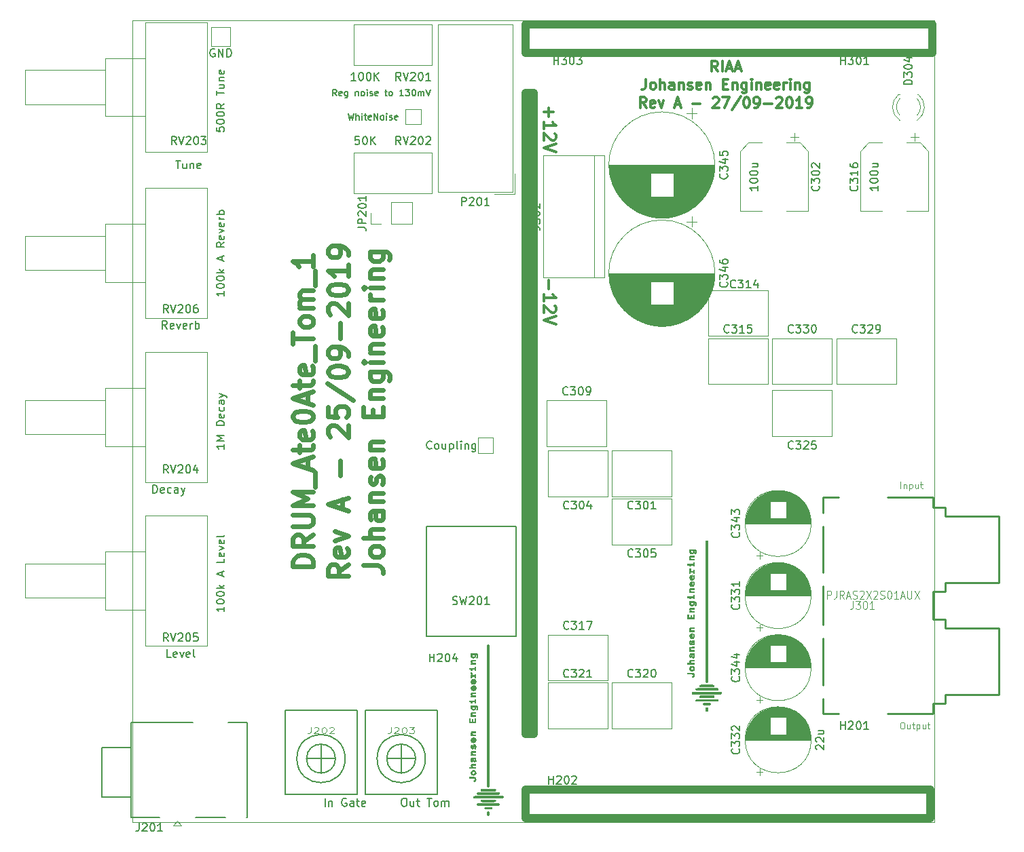
<source format=gbr>
%TF.GenerationSoftware,KiCad,Pcbnew,(5.1.0)-1*%
%TF.CreationDate,2019-09-28T12:36:15+02:00*%
%TF.ProjectId,KicadJE_AteOhAte,4b696361-644a-4455-9f41-74654f684174,rev?*%
%TF.SameCoordinates,Original*%
%TF.FileFunction,Legend,Top*%
%TF.FilePolarity,Positive*%
%FSLAX46Y46*%
G04 Gerber Fmt 4.6, Leading zero omitted, Abs format (unit mm)*
G04 Created by KiCad (PCBNEW (5.1.0)-1) date 2019-09-28 12:36:15*
%MOMM*%
%LPD*%
G04 APERTURE LIST*
%ADD10C,0.100000*%
%ADD11C,0.300000*%
%ADD12C,1.000000*%
%ADD13C,0.140000*%
%ADD14C,0.625000*%
%ADD15C,0.050000*%
%ADD16C,0.010000*%
%ADD17C,0.120000*%
%ADD18C,0.150000*%
%ADD19C,0.200000*%
%ADD20C,0.250000*%
%ADD21C,0.125000*%
G04 APERTURE END LIST*
D10*
X145755476Y-108361904D02*
X145755476Y-107561904D01*
X146136428Y-107828571D02*
X146136428Y-108361904D01*
X146136428Y-107904761D02*
X146174523Y-107866666D01*
X146250714Y-107828571D01*
X146365000Y-107828571D01*
X146441190Y-107866666D01*
X146479285Y-107942857D01*
X146479285Y-108361904D01*
X146860238Y-107828571D02*
X146860238Y-108628571D01*
X146860238Y-107866666D02*
X146936428Y-107828571D01*
X147088809Y-107828571D01*
X147165000Y-107866666D01*
X147203095Y-107904761D01*
X147241190Y-107980952D01*
X147241190Y-108209523D01*
X147203095Y-108285714D01*
X147165000Y-108323809D01*
X147088809Y-108361904D01*
X146936428Y-108361904D01*
X146860238Y-108323809D01*
X147926904Y-107828571D02*
X147926904Y-108361904D01*
X147584047Y-107828571D02*
X147584047Y-108247619D01*
X147622142Y-108323809D01*
X147698333Y-108361904D01*
X147812619Y-108361904D01*
X147888809Y-108323809D01*
X147926904Y-108285714D01*
X148193571Y-107828571D02*
X148498333Y-107828571D01*
X148307857Y-107561904D02*
X148307857Y-108247619D01*
X148345952Y-108323809D01*
X148422142Y-108361904D01*
X148498333Y-108361904D01*
X145907857Y-137561904D02*
X146060238Y-137561904D01*
X146136428Y-137600000D01*
X146212619Y-137676190D01*
X146250714Y-137828571D01*
X146250714Y-138095238D01*
X146212619Y-138247619D01*
X146136428Y-138323809D01*
X146060238Y-138361904D01*
X145907857Y-138361904D01*
X145831666Y-138323809D01*
X145755476Y-138247619D01*
X145717380Y-138095238D01*
X145717380Y-137828571D01*
X145755476Y-137676190D01*
X145831666Y-137600000D01*
X145907857Y-137561904D01*
X146936428Y-137828571D02*
X146936428Y-138361904D01*
X146593571Y-137828571D02*
X146593571Y-138247619D01*
X146631666Y-138323809D01*
X146707857Y-138361904D01*
X146822142Y-138361904D01*
X146898333Y-138323809D01*
X146936428Y-138285714D01*
X147203095Y-137828571D02*
X147507857Y-137828571D01*
X147317380Y-137561904D02*
X147317380Y-138247619D01*
X147355476Y-138323809D01*
X147431666Y-138361904D01*
X147507857Y-138361904D01*
X147774523Y-137828571D02*
X147774523Y-138628571D01*
X147774523Y-137866666D02*
X147850714Y-137828571D01*
X148003095Y-137828571D01*
X148079285Y-137866666D01*
X148117380Y-137904761D01*
X148155476Y-137980952D01*
X148155476Y-138209523D01*
X148117380Y-138285714D01*
X148079285Y-138323809D01*
X148003095Y-138361904D01*
X147850714Y-138361904D01*
X147774523Y-138323809D01*
X148841190Y-137828571D02*
X148841190Y-138361904D01*
X148498333Y-137828571D02*
X148498333Y-138247619D01*
X148536428Y-138323809D01*
X148612619Y-138361904D01*
X148726904Y-138361904D01*
X148803095Y-138323809D01*
X148841190Y-138285714D01*
X149107857Y-137828571D02*
X149412619Y-137828571D01*
X149222142Y-137561904D02*
X149222142Y-138247619D01*
X149260238Y-138323809D01*
X149336428Y-138361904D01*
X149412619Y-138361904D01*
D11*
X101892857Y-82357142D02*
X101892857Y-83500000D01*
X101321428Y-85000000D02*
X101321428Y-84142857D01*
X101321428Y-84571428D02*
X102821428Y-84571428D01*
X102607142Y-84428571D01*
X102464285Y-84285714D01*
X102392857Y-84142857D01*
X102678571Y-85571428D02*
X102750000Y-85642857D01*
X102821428Y-85785714D01*
X102821428Y-86142857D01*
X102750000Y-86285714D01*
X102678571Y-86357142D01*
X102535714Y-86428571D01*
X102392857Y-86428571D01*
X102178571Y-86357142D01*
X101321428Y-85500000D01*
X101321428Y-86428571D01*
X102821428Y-86857142D02*
X101321428Y-87357142D01*
X102821428Y-87857142D01*
X101892857Y-60857142D02*
X101892857Y-62000000D01*
X101321428Y-61428571D02*
X102464285Y-61428571D01*
X101321428Y-63500000D02*
X101321428Y-62642857D01*
X101321428Y-63071428D02*
X102821428Y-63071428D01*
X102607142Y-62928571D01*
X102464285Y-62785714D01*
X102392857Y-62642857D01*
X102678571Y-64071428D02*
X102750000Y-64142857D01*
X102821428Y-64285714D01*
X102821428Y-64642857D01*
X102750000Y-64785714D01*
X102678571Y-64857142D01*
X102535714Y-64928571D01*
X102392857Y-64928571D01*
X102178571Y-64857142D01*
X101321428Y-64000000D01*
X101321428Y-64928571D01*
X102821428Y-65357142D02*
X101321428Y-65857142D01*
X102821428Y-66357142D01*
D12*
X149750000Y-50500000D02*
X149750000Y-54000000D01*
X99000000Y-50500000D02*
X99000000Y-54000000D01*
X99000000Y-54000000D02*
X149750000Y-54000000D01*
X99000000Y-50500000D02*
X149750000Y-50500000D01*
X99000000Y-146000000D02*
X149500000Y-146000000D01*
X99000000Y-149500000D02*
X149500000Y-149500000D01*
X149500000Y-146000000D02*
X149500000Y-149500000D01*
X99000000Y-146000000D02*
X99000000Y-149500000D01*
D13*
X75438095Y-59361904D02*
X75171428Y-58980952D01*
X74980952Y-59361904D02*
X74980952Y-58561904D01*
X75285714Y-58561904D01*
X75361904Y-58600000D01*
X75400000Y-58638095D01*
X75438095Y-58714285D01*
X75438095Y-58828571D01*
X75400000Y-58904761D01*
X75361904Y-58942857D01*
X75285714Y-58980952D01*
X74980952Y-58980952D01*
X76085714Y-59323809D02*
X76009523Y-59361904D01*
X75857142Y-59361904D01*
X75780952Y-59323809D01*
X75742857Y-59247619D01*
X75742857Y-58942857D01*
X75780952Y-58866666D01*
X75857142Y-58828571D01*
X76009523Y-58828571D01*
X76085714Y-58866666D01*
X76123809Y-58942857D01*
X76123809Y-59019047D01*
X75742857Y-59095238D01*
X76809523Y-58828571D02*
X76809523Y-59476190D01*
X76771428Y-59552380D01*
X76733333Y-59590476D01*
X76657142Y-59628571D01*
X76542857Y-59628571D01*
X76466666Y-59590476D01*
X76809523Y-59323809D02*
X76733333Y-59361904D01*
X76580952Y-59361904D01*
X76504761Y-59323809D01*
X76466666Y-59285714D01*
X76428571Y-59209523D01*
X76428571Y-58980952D01*
X76466666Y-58904761D01*
X76504761Y-58866666D01*
X76580952Y-58828571D01*
X76733333Y-58828571D01*
X76809523Y-58866666D01*
X77800000Y-58828571D02*
X77800000Y-59361904D01*
X77800000Y-58904761D02*
X77838095Y-58866666D01*
X77914285Y-58828571D01*
X78028571Y-58828571D01*
X78104761Y-58866666D01*
X78142857Y-58942857D01*
X78142857Y-59361904D01*
X78638095Y-59361904D02*
X78561904Y-59323809D01*
X78523809Y-59285714D01*
X78485714Y-59209523D01*
X78485714Y-58980952D01*
X78523809Y-58904761D01*
X78561904Y-58866666D01*
X78638095Y-58828571D01*
X78752380Y-58828571D01*
X78828571Y-58866666D01*
X78866666Y-58904761D01*
X78904761Y-58980952D01*
X78904761Y-59209523D01*
X78866666Y-59285714D01*
X78828571Y-59323809D01*
X78752380Y-59361904D01*
X78638095Y-59361904D01*
X79247619Y-59361904D02*
X79247619Y-58828571D01*
X79247619Y-58561904D02*
X79209523Y-58600000D01*
X79247619Y-58638095D01*
X79285714Y-58600000D01*
X79247619Y-58561904D01*
X79247619Y-58638095D01*
X79590476Y-59323809D02*
X79666666Y-59361904D01*
X79819047Y-59361904D01*
X79895238Y-59323809D01*
X79933333Y-59247619D01*
X79933333Y-59209523D01*
X79895238Y-59133333D01*
X79819047Y-59095238D01*
X79704761Y-59095238D01*
X79628571Y-59057142D01*
X79590476Y-58980952D01*
X79590476Y-58942857D01*
X79628571Y-58866666D01*
X79704761Y-58828571D01*
X79819047Y-58828571D01*
X79895238Y-58866666D01*
X80580952Y-59323809D02*
X80504761Y-59361904D01*
X80352380Y-59361904D01*
X80276190Y-59323809D01*
X80238095Y-59247619D01*
X80238095Y-58942857D01*
X80276190Y-58866666D01*
X80352380Y-58828571D01*
X80504761Y-58828571D01*
X80580952Y-58866666D01*
X80619047Y-58942857D01*
X80619047Y-59019047D01*
X80238095Y-59095238D01*
X81457142Y-58828571D02*
X81761904Y-58828571D01*
X81571428Y-58561904D02*
X81571428Y-59247619D01*
X81609523Y-59323809D01*
X81685714Y-59361904D01*
X81761904Y-59361904D01*
X82142857Y-59361904D02*
X82066666Y-59323809D01*
X82028571Y-59285714D01*
X81990476Y-59209523D01*
X81990476Y-58980952D01*
X82028571Y-58904761D01*
X82066666Y-58866666D01*
X82142857Y-58828571D01*
X82257142Y-58828571D01*
X82333333Y-58866666D01*
X82371428Y-58904761D01*
X82409523Y-58980952D01*
X82409523Y-59209523D01*
X82371428Y-59285714D01*
X82333333Y-59323809D01*
X82257142Y-59361904D01*
X82142857Y-59361904D01*
X83780952Y-59361904D02*
X83323809Y-59361904D01*
X83552380Y-59361904D02*
X83552380Y-58561904D01*
X83476190Y-58676190D01*
X83400000Y-58752380D01*
X83323809Y-58790476D01*
X84047619Y-58561904D02*
X84542857Y-58561904D01*
X84276190Y-58866666D01*
X84390476Y-58866666D01*
X84466666Y-58904761D01*
X84504761Y-58942857D01*
X84542857Y-59019047D01*
X84542857Y-59209523D01*
X84504761Y-59285714D01*
X84466666Y-59323809D01*
X84390476Y-59361904D01*
X84161904Y-59361904D01*
X84085714Y-59323809D01*
X84047619Y-59285714D01*
X85038095Y-58561904D02*
X85114285Y-58561904D01*
X85190476Y-58600000D01*
X85228571Y-58638095D01*
X85266666Y-58714285D01*
X85304761Y-58866666D01*
X85304761Y-59057142D01*
X85266666Y-59209523D01*
X85228571Y-59285714D01*
X85190476Y-59323809D01*
X85114285Y-59361904D01*
X85038095Y-59361904D01*
X84961904Y-59323809D01*
X84923809Y-59285714D01*
X84885714Y-59209523D01*
X84847619Y-59057142D01*
X84847619Y-58866666D01*
X84885714Y-58714285D01*
X84923809Y-58638095D01*
X84961904Y-58600000D01*
X85038095Y-58561904D01*
X85647619Y-59361904D02*
X85647619Y-58828571D01*
X85647619Y-58904761D02*
X85685714Y-58866666D01*
X85761904Y-58828571D01*
X85876190Y-58828571D01*
X85952380Y-58866666D01*
X85990476Y-58942857D01*
X85990476Y-59361904D01*
X85990476Y-58942857D02*
X86028571Y-58866666D01*
X86104761Y-58828571D01*
X86219047Y-58828571D01*
X86295238Y-58866666D01*
X86333333Y-58942857D01*
X86333333Y-59361904D01*
X86600000Y-58561904D02*
X86866666Y-59361904D01*
X87133333Y-58561904D01*
D11*
X122978571Y-56338095D02*
X122545238Y-55719047D01*
X122235714Y-56338095D02*
X122235714Y-55038095D01*
X122730952Y-55038095D01*
X122854761Y-55100000D01*
X122916666Y-55161904D01*
X122978571Y-55285714D01*
X122978571Y-55471428D01*
X122916666Y-55595238D01*
X122854761Y-55657142D01*
X122730952Y-55719047D01*
X122235714Y-55719047D01*
X123535714Y-56338095D02*
X123535714Y-55038095D01*
X124092857Y-55966666D02*
X124711904Y-55966666D01*
X123969047Y-56338095D02*
X124402380Y-55038095D01*
X124835714Y-56338095D01*
X125207142Y-55966666D02*
X125826190Y-55966666D01*
X125083333Y-56338095D02*
X125516666Y-55038095D01*
X125950000Y-56338095D01*
X114002380Y-57288095D02*
X114002380Y-58216666D01*
X113940476Y-58402380D01*
X113816666Y-58526190D01*
X113630952Y-58588095D01*
X113507142Y-58588095D01*
X114807142Y-58588095D02*
X114683333Y-58526190D01*
X114621428Y-58464285D01*
X114559523Y-58340476D01*
X114559523Y-57969047D01*
X114621428Y-57845238D01*
X114683333Y-57783333D01*
X114807142Y-57721428D01*
X114992857Y-57721428D01*
X115116666Y-57783333D01*
X115178571Y-57845238D01*
X115240476Y-57969047D01*
X115240476Y-58340476D01*
X115178571Y-58464285D01*
X115116666Y-58526190D01*
X114992857Y-58588095D01*
X114807142Y-58588095D01*
X115797619Y-58588095D02*
X115797619Y-57288095D01*
X116354761Y-58588095D02*
X116354761Y-57907142D01*
X116292857Y-57783333D01*
X116169047Y-57721428D01*
X115983333Y-57721428D01*
X115859523Y-57783333D01*
X115797619Y-57845238D01*
X117530952Y-58588095D02*
X117530952Y-57907142D01*
X117469047Y-57783333D01*
X117345238Y-57721428D01*
X117097619Y-57721428D01*
X116973809Y-57783333D01*
X117530952Y-58526190D02*
X117407142Y-58588095D01*
X117097619Y-58588095D01*
X116973809Y-58526190D01*
X116911904Y-58402380D01*
X116911904Y-58278571D01*
X116973809Y-58154761D01*
X117097619Y-58092857D01*
X117407142Y-58092857D01*
X117530952Y-58030952D01*
X118150000Y-57721428D02*
X118150000Y-58588095D01*
X118150000Y-57845238D02*
X118211904Y-57783333D01*
X118335714Y-57721428D01*
X118521428Y-57721428D01*
X118645238Y-57783333D01*
X118707142Y-57907142D01*
X118707142Y-58588095D01*
X119264285Y-58526190D02*
X119388095Y-58588095D01*
X119635714Y-58588095D01*
X119759523Y-58526190D01*
X119821428Y-58402380D01*
X119821428Y-58340476D01*
X119759523Y-58216666D01*
X119635714Y-58154761D01*
X119450000Y-58154761D01*
X119326190Y-58092857D01*
X119264285Y-57969047D01*
X119264285Y-57907142D01*
X119326190Y-57783333D01*
X119450000Y-57721428D01*
X119635714Y-57721428D01*
X119759523Y-57783333D01*
X120873809Y-58526190D02*
X120750000Y-58588095D01*
X120502380Y-58588095D01*
X120378571Y-58526190D01*
X120316666Y-58402380D01*
X120316666Y-57907142D01*
X120378571Y-57783333D01*
X120502380Y-57721428D01*
X120750000Y-57721428D01*
X120873809Y-57783333D01*
X120935714Y-57907142D01*
X120935714Y-58030952D01*
X120316666Y-58154761D01*
X121492857Y-57721428D02*
X121492857Y-58588095D01*
X121492857Y-57845238D02*
X121554761Y-57783333D01*
X121678571Y-57721428D01*
X121864285Y-57721428D01*
X121988095Y-57783333D01*
X122050000Y-57907142D01*
X122050000Y-58588095D01*
X123659523Y-57907142D02*
X124092857Y-57907142D01*
X124278571Y-58588095D02*
X123659523Y-58588095D01*
X123659523Y-57288095D01*
X124278571Y-57288095D01*
X124835714Y-57721428D02*
X124835714Y-58588095D01*
X124835714Y-57845238D02*
X124897619Y-57783333D01*
X125021428Y-57721428D01*
X125207142Y-57721428D01*
X125330952Y-57783333D01*
X125392857Y-57907142D01*
X125392857Y-58588095D01*
X126569047Y-57721428D02*
X126569047Y-58773809D01*
X126507142Y-58897619D01*
X126445238Y-58959523D01*
X126321428Y-59021428D01*
X126135714Y-59021428D01*
X126011904Y-58959523D01*
X126569047Y-58526190D02*
X126445238Y-58588095D01*
X126197619Y-58588095D01*
X126073809Y-58526190D01*
X126011904Y-58464285D01*
X125950000Y-58340476D01*
X125950000Y-57969047D01*
X126011904Y-57845238D01*
X126073809Y-57783333D01*
X126197619Y-57721428D01*
X126445238Y-57721428D01*
X126569047Y-57783333D01*
X127188095Y-58588095D02*
X127188095Y-57721428D01*
X127188095Y-57288095D02*
X127126190Y-57350000D01*
X127188095Y-57411904D01*
X127250000Y-57350000D01*
X127188095Y-57288095D01*
X127188095Y-57411904D01*
X127807142Y-57721428D02*
X127807142Y-58588095D01*
X127807142Y-57845238D02*
X127869047Y-57783333D01*
X127992857Y-57721428D01*
X128178571Y-57721428D01*
X128302380Y-57783333D01*
X128364285Y-57907142D01*
X128364285Y-58588095D01*
X129478571Y-58526190D02*
X129354761Y-58588095D01*
X129107142Y-58588095D01*
X128983333Y-58526190D01*
X128921428Y-58402380D01*
X128921428Y-57907142D01*
X128983333Y-57783333D01*
X129107142Y-57721428D01*
X129354761Y-57721428D01*
X129478571Y-57783333D01*
X129540476Y-57907142D01*
X129540476Y-58030952D01*
X128921428Y-58154761D01*
X130592857Y-58526190D02*
X130469047Y-58588095D01*
X130221428Y-58588095D01*
X130097619Y-58526190D01*
X130035714Y-58402380D01*
X130035714Y-57907142D01*
X130097619Y-57783333D01*
X130221428Y-57721428D01*
X130469047Y-57721428D01*
X130592857Y-57783333D01*
X130654761Y-57907142D01*
X130654761Y-58030952D01*
X130035714Y-58154761D01*
X131211904Y-58588095D02*
X131211904Y-57721428D01*
X131211904Y-57969047D02*
X131273809Y-57845238D01*
X131335714Y-57783333D01*
X131459523Y-57721428D01*
X131583333Y-57721428D01*
X132016666Y-58588095D02*
X132016666Y-57721428D01*
X132016666Y-57288095D02*
X131954761Y-57350000D01*
X132016666Y-57411904D01*
X132078571Y-57350000D01*
X132016666Y-57288095D01*
X132016666Y-57411904D01*
X132635714Y-57721428D02*
X132635714Y-58588095D01*
X132635714Y-57845238D02*
X132697619Y-57783333D01*
X132821428Y-57721428D01*
X133007142Y-57721428D01*
X133130952Y-57783333D01*
X133192857Y-57907142D01*
X133192857Y-58588095D01*
X134369047Y-57721428D02*
X134369047Y-58773809D01*
X134307142Y-58897619D01*
X134245238Y-58959523D01*
X134121428Y-59021428D01*
X133935714Y-59021428D01*
X133811904Y-58959523D01*
X134369047Y-58526190D02*
X134245238Y-58588095D01*
X133997619Y-58588095D01*
X133873809Y-58526190D01*
X133811904Y-58464285D01*
X133750000Y-58340476D01*
X133750000Y-57969047D01*
X133811904Y-57845238D01*
X133873809Y-57783333D01*
X133997619Y-57721428D01*
X134245238Y-57721428D01*
X134369047Y-57783333D01*
X114064285Y-60838095D02*
X113630952Y-60219047D01*
X113321428Y-60838095D02*
X113321428Y-59538095D01*
X113816666Y-59538095D01*
X113940476Y-59600000D01*
X114002380Y-59661904D01*
X114064285Y-59785714D01*
X114064285Y-59971428D01*
X114002380Y-60095238D01*
X113940476Y-60157142D01*
X113816666Y-60219047D01*
X113321428Y-60219047D01*
X115116666Y-60776190D02*
X114992857Y-60838095D01*
X114745238Y-60838095D01*
X114621428Y-60776190D01*
X114559523Y-60652380D01*
X114559523Y-60157142D01*
X114621428Y-60033333D01*
X114745238Y-59971428D01*
X114992857Y-59971428D01*
X115116666Y-60033333D01*
X115178571Y-60157142D01*
X115178571Y-60280952D01*
X114559523Y-60404761D01*
X115611904Y-59971428D02*
X115921428Y-60838095D01*
X116230952Y-59971428D01*
X117654761Y-60466666D02*
X118273809Y-60466666D01*
X117530952Y-60838095D02*
X117964285Y-59538095D01*
X118397619Y-60838095D01*
X119821428Y-60342857D02*
X120811904Y-60342857D01*
X122359523Y-59661904D02*
X122421428Y-59600000D01*
X122545238Y-59538095D01*
X122854761Y-59538095D01*
X122978571Y-59600000D01*
X123040476Y-59661904D01*
X123102380Y-59785714D01*
X123102380Y-59909523D01*
X123040476Y-60095238D01*
X122297619Y-60838095D01*
X123102380Y-60838095D01*
X123535714Y-59538095D02*
X124402380Y-59538095D01*
X123845238Y-60838095D01*
X125826190Y-59476190D02*
X124711904Y-61147619D01*
X126507142Y-59538095D02*
X126630952Y-59538095D01*
X126754761Y-59600000D01*
X126816666Y-59661904D01*
X126878571Y-59785714D01*
X126940476Y-60033333D01*
X126940476Y-60342857D01*
X126878571Y-60590476D01*
X126816666Y-60714285D01*
X126754761Y-60776190D01*
X126630952Y-60838095D01*
X126507142Y-60838095D01*
X126383333Y-60776190D01*
X126321428Y-60714285D01*
X126259523Y-60590476D01*
X126197619Y-60342857D01*
X126197619Y-60033333D01*
X126259523Y-59785714D01*
X126321428Y-59661904D01*
X126383333Y-59600000D01*
X126507142Y-59538095D01*
X127559523Y-60838095D02*
X127807142Y-60838095D01*
X127930952Y-60776190D01*
X127992857Y-60714285D01*
X128116666Y-60528571D01*
X128178571Y-60280952D01*
X128178571Y-59785714D01*
X128116666Y-59661904D01*
X128054761Y-59600000D01*
X127930952Y-59538095D01*
X127683333Y-59538095D01*
X127559523Y-59600000D01*
X127497619Y-59661904D01*
X127435714Y-59785714D01*
X127435714Y-60095238D01*
X127497619Y-60219047D01*
X127559523Y-60280952D01*
X127683333Y-60342857D01*
X127930952Y-60342857D01*
X128054761Y-60280952D01*
X128116666Y-60219047D01*
X128178571Y-60095238D01*
X128735714Y-60342857D02*
X129726190Y-60342857D01*
X130283333Y-59661904D02*
X130345238Y-59600000D01*
X130469047Y-59538095D01*
X130778571Y-59538095D01*
X130902380Y-59600000D01*
X130964285Y-59661904D01*
X131026190Y-59785714D01*
X131026190Y-59909523D01*
X130964285Y-60095238D01*
X130221428Y-60838095D01*
X131026190Y-60838095D01*
X131830952Y-59538095D02*
X131954761Y-59538095D01*
X132078571Y-59600000D01*
X132140476Y-59661904D01*
X132202380Y-59785714D01*
X132264285Y-60033333D01*
X132264285Y-60342857D01*
X132202380Y-60590476D01*
X132140476Y-60714285D01*
X132078571Y-60776190D01*
X131954761Y-60838095D01*
X131830952Y-60838095D01*
X131707142Y-60776190D01*
X131645238Y-60714285D01*
X131583333Y-60590476D01*
X131521428Y-60342857D01*
X131521428Y-60033333D01*
X131583333Y-59785714D01*
X131645238Y-59661904D01*
X131707142Y-59600000D01*
X131830952Y-59538095D01*
X133502380Y-60838095D02*
X132759523Y-60838095D01*
X133130952Y-60838095D02*
X133130952Y-59538095D01*
X133007142Y-59723809D01*
X132883333Y-59847619D01*
X132759523Y-59909523D01*
X134121428Y-60838095D02*
X134369047Y-60838095D01*
X134492857Y-60776190D01*
X134554761Y-60714285D01*
X134678571Y-60528571D01*
X134740476Y-60280952D01*
X134740476Y-59785714D01*
X134678571Y-59661904D01*
X134616666Y-59600000D01*
X134492857Y-59538095D01*
X134245238Y-59538095D01*
X134121428Y-59600000D01*
X134059523Y-59661904D01*
X133997619Y-59785714D01*
X133997619Y-60095238D01*
X134059523Y-60219047D01*
X134121428Y-60280952D01*
X134245238Y-60342857D01*
X134492857Y-60342857D01*
X134616666Y-60280952D01*
X134678571Y-60219047D01*
X134740476Y-60095238D01*
D14*
X72505952Y-118095238D02*
X70005952Y-118095238D01*
X70005952Y-117500000D01*
X70125000Y-117142857D01*
X70363095Y-116904761D01*
X70601190Y-116785714D01*
X71077380Y-116666666D01*
X71434523Y-116666666D01*
X71910714Y-116785714D01*
X72148809Y-116904761D01*
X72386904Y-117142857D01*
X72505952Y-117500000D01*
X72505952Y-118095238D01*
X72505952Y-114166666D02*
X71315476Y-115000000D01*
X72505952Y-115595238D02*
X70005952Y-115595238D01*
X70005952Y-114642857D01*
X70125000Y-114404761D01*
X70244047Y-114285714D01*
X70482142Y-114166666D01*
X70839285Y-114166666D01*
X71077380Y-114285714D01*
X71196428Y-114404761D01*
X71315476Y-114642857D01*
X71315476Y-115595238D01*
X70005952Y-113095238D02*
X72029761Y-113095238D01*
X72267857Y-112976190D01*
X72386904Y-112857142D01*
X72505952Y-112619047D01*
X72505952Y-112142857D01*
X72386904Y-111904761D01*
X72267857Y-111785714D01*
X72029761Y-111666666D01*
X70005952Y-111666666D01*
X72505952Y-110476190D02*
X70005952Y-110476190D01*
X71791666Y-109642857D01*
X70005952Y-108809523D01*
X72505952Y-108809523D01*
X72744047Y-108214285D02*
X72744047Y-106309523D01*
X71791666Y-105833333D02*
X71791666Y-104642857D01*
X72505952Y-106071428D02*
X70005952Y-105238095D01*
X72505952Y-104404761D01*
X70839285Y-103928571D02*
X70839285Y-102976190D01*
X70005952Y-103571428D02*
X72148809Y-103571428D01*
X72386904Y-103452380D01*
X72505952Y-103214285D01*
X72505952Y-102976190D01*
X72386904Y-101190476D02*
X72505952Y-101428571D01*
X72505952Y-101904761D01*
X72386904Y-102142857D01*
X72148809Y-102261904D01*
X71196428Y-102261904D01*
X70958333Y-102142857D01*
X70839285Y-101904761D01*
X70839285Y-101428571D01*
X70958333Y-101190476D01*
X71196428Y-101071428D01*
X71434523Y-101071428D01*
X71672619Y-102261904D01*
X70005952Y-99523809D02*
X70005952Y-99285714D01*
X70125000Y-99047619D01*
X70244047Y-98928571D01*
X70482142Y-98809523D01*
X70958333Y-98690476D01*
X71553571Y-98690476D01*
X72029761Y-98809523D01*
X72267857Y-98928571D01*
X72386904Y-99047619D01*
X72505952Y-99285714D01*
X72505952Y-99523809D01*
X72386904Y-99761904D01*
X72267857Y-99880952D01*
X72029761Y-100000000D01*
X71553571Y-100119047D01*
X70958333Y-100119047D01*
X70482142Y-100000000D01*
X70244047Y-99880952D01*
X70125000Y-99761904D01*
X70005952Y-99523809D01*
X71791666Y-97738095D02*
X71791666Y-96547619D01*
X72505952Y-97976190D02*
X70005952Y-97142857D01*
X72505952Y-96309523D01*
X70839285Y-95833333D02*
X70839285Y-94880952D01*
X70005952Y-95476190D02*
X72148809Y-95476190D01*
X72386904Y-95357142D01*
X72505952Y-95119047D01*
X72505952Y-94880952D01*
X72386904Y-93095238D02*
X72505952Y-93333333D01*
X72505952Y-93809523D01*
X72386904Y-94047619D01*
X72148809Y-94166666D01*
X71196428Y-94166666D01*
X70958333Y-94047619D01*
X70839285Y-93809523D01*
X70839285Y-93333333D01*
X70958333Y-93095238D01*
X71196428Y-92976190D01*
X71434523Y-92976190D01*
X71672619Y-94166666D01*
X72744047Y-92500000D02*
X72744047Y-90595238D01*
X70005952Y-90357142D02*
X70005952Y-88928571D01*
X72505952Y-89642857D02*
X70005952Y-89642857D01*
X72505952Y-87738095D02*
X72386904Y-87976190D01*
X72267857Y-88095238D01*
X72029761Y-88214285D01*
X71315476Y-88214285D01*
X71077380Y-88095238D01*
X70958333Y-87976190D01*
X70839285Y-87738095D01*
X70839285Y-87380952D01*
X70958333Y-87142857D01*
X71077380Y-87023809D01*
X71315476Y-86904761D01*
X72029761Y-86904761D01*
X72267857Y-87023809D01*
X72386904Y-87142857D01*
X72505952Y-87380952D01*
X72505952Y-87738095D01*
X72505952Y-85833333D02*
X70839285Y-85833333D01*
X71077380Y-85833333D02*
X70958333Y-85714285D01*
X70839285Y-85476190D01*
X70839285Y-85119047D01*
X70958333Y-84880952D01*
X71196428Y-84761904D01*
X72505952Y-84761904D01*
X71196428Y-84761904D02*
X70958333Y-84642857D01*
X70839285Y-84404761D01*
X70839285Y-84047619D01*
X70958333Y-83809523D01*
X71196428Y-83690476D01*
X72505952Y-83690476D01*
X72744047Y-83095238D02*
X72744047Y-81190476D01*
X72505952Y-79285714D02*
X72505952Y-80714285D01*
X72505952Y-80000000D02*
X70005952Y-80000000D01*
X70363095Y-80238095D01*
X70601190Y-80476190D01*
X70720238Y-80714285D01*
X76880952Y-117857142D02*
X75690476Y-118690476D01*
X76880952Y-119285714D02*
X74380952Y-119285714D01*
X74380952Y-118333333D01*
X74500000Y-118095238D01*
X74619047Y-117976190D01*
X74857142Y-117857142D01*
X75214285Y-117857142D01*
X75452380Y-117976190D01*
X75571428Y-118095238D01*
X75690476Y-118333333D01*
X75690476Y-119285714D01*
X76761904Y-115833333D02*
X76880952Y-116071428D01*
X76880952Y-116547619D01*
X76761904Y-116785714D01*
X76523809Y-116904761D01*
X75571428Y-116904761D01*
X75333333Y-116785714D01*
X75214285Y-116547619D01*
X75214285Y-116071428D01*
X75333333Y-115833333D01*
X75571428Y-115714285D01*
X75809523Y-115714285D01*
X76047619Y-116904761D01*
X75214285Y-114880952D02*
X76880952Y-114285714D01*
X75214285Y-113690476D01*
X76166666Y-110952380D02*
X76166666Y-109761904D01*
X76880952Y-111190476D02*
X74380952Y-110357142D01*
X76880952Y-109523809D01*
X75928571Y-106785714D02*
X75928571Y-104880952D01*
X74619047Y-101904761D02*
X74500000Y-101785714D01*
X74380952Y-101547619D01*
X74380952Y-100952380D01*
X74500000Y-100714285D01*
X74619047Y-100595238D01*
X74857142Y-100476190D01*
X75095238Y-100476190D01*
X75452380Y-100595238D01*
X76880952Y-102023809D01*
X76880952Y-100476190D01*
X74380952Y-98214285D02*
X74380952Y-99404761D01*
X75571428Y-99523809D01*
X75452380Y-99404761D01*
X75333333Y-99166666D01*
X75333333Y-98571428D01*
X75452380Y-98333333D01*
X75571428Y-98214285D01*
X75809523Y-98095238D01*
X76404761Y-98095238D01*
X76642857Y-98214285D01*
X76761904Y-98333333D01*
X76880952Y-98571428D01*
X76880952Y-99166666D01*
X76761904Y-99404761D01*
X76642857Y-99523809D01*
X74261904Y-95238095D02*
X77476190Y-97380952D01*
X74380952Y-93928571D02*
X74380952Y-93690476D01*
X74500000Y-93452380D01*
X74619047Y-93333333D01*
X74857142Y-93214285D01*
X75333333Y-93095238D01*
X75928571Y-93095238D01*
X76404761Y-93214285D01*
X76642857Y-93333333D01*
X76761904Y-93452380D01*
X76880952Y-93690476D01*
X76880952Y-93928571D01*
X76761904Y-94166666D01*
X76642857Y-94285714D01*
X76404761Y-94404761D01*
X75928571Y-94523809D01*
X75333333Y-94523809D01*
X74857142Y-94404761D01*
X74619047Y-94285714D01*
X74500000Y-94166666D01*
X74380952Y-93928571D01*
X76880952Y-91904761D02*
X76880952Y-91428571D01*
X76761904Y-91190476D01*
X76642857Y-91071428D01*
X76285714Y-90833333D01*
X75809523Y-90714285D01*
X74857142Y-90714285D01*
X74619047Y-90833333D01*
X74500000Y-90952380D01*
X74380952Y-91190476D01*
X74380952Y-91666666D01*
X74500000Y-91904761D01*
X74619047Y-92023809D01*
X74857142Y-92142857D01*
X75452380Y-92142857D01*
X75690476Y-92023809D01*
X75809523Y-91904761D01*
X75928571Y-91666666D01*
X75928571Y-91190476D01*
X75809523Y-90952380D01*
X75690476Y-90833333D01*
X75452380Y-90714285D01*
X75928571Y-89642857D02*
X75928571Y-87738095D01*
X74619047Y-86666666D02*
X74500000Y-86547619D01*
X74380952Y-86309523D01*
X74380952Y-85714285D01*
X74500000Y-85476190D01*
X74619047Y-85357142D01*
X74857142Y-85238095D01*
X75095238Y-85238095D01*
X75452380Y-85357142D01*
X76880952Y-86785714D01*
X76880952Y-85238095D01*
X74380952Y-83690476D02*
X74380952Y-83452380D01*
X74500000Y-83214285D01*
X74619047Y-83095238D01*
X74857142Y-82976190D01*
X75333333Y-82857142D01*
X75928571Y-82857142D01*
X76404761Y-82976190D01*
X76642857Y-83095238D01*
X76761904Y-83214285D01*
X76880952Y-83452380D01*
X76880952Y-83690476D01*
X76761904Y-83928571D01*
X76642857Y-84047619D01*
X76404761Y-84166666D01*
X75928571Y-84285714D01*
X75333333Y-84285714D01*
X74857142Y-84166666D01*
X74619047Y-84047619D01*
X74500000Y-83928571D01*
X74380952Y-83690476D01*
X76880952Y-80476190D02*
X76880952Y-81904761D01*
X76880952Y-81190476D02*
X74380952Y-81190476D01*
X74738095Y-81428571D01*
X74976190Y-81666666D01*
X75095238Y-81904761D01*
X76880952Y-79285714D02*
X76880952Y-78809523D01*
X76761904Y-78571428D01*
X76642857Y-78452380D01*
X76285714Y-78214285D01*
X75809523Y-78095238D01*
X74857142Y-78095238D01*
X74619047Y-78214285D01*
X74500000Y-78333333D01*
X74380952Y-78571428D01*
X74380952Y-79047619D01*
X74500000Y-79285714D01*
X74619047Y-79404761D01*
X74857142Y-79523809D01*
X75452380Y-79523809D01*
X75690476Y-79404761D01*
X75809523Y-79285714D01*
X75928571Y-79047619D01*
X75928571Y-78571428D01*
X75809523Y-78333333D01*
X75690476Y-78214285D01*
X75452380Y-78095238D01*
X78755952Y-117976190D02*
X80541666Y-117976190D01*
X80898809Y-118095238D01*
X81136904Y-118333333D01*
X81255952Y-118690476D01*
X81255952Y-118928571D01*
X81255952Y-116428571D02*
X81136904Y-116666666D01*
X81017857Y-116785714D01*
X80779761Y-116904761D01*
X80065476Y-116904761D01*
X79827380Y-116785714D01*
X79708333Y-116666666D01*
X79589285Y-116428571D01*
X79589285Y-116071428D01*
X79708333Y-115833333D01*
X79827380Y-115714285D01*
X80065476Y-115595238D01*
X80779761Y-115595238D01*
X81017857Y-115714285D01*
X81136904Y-115833333D01*
X81255952Y-116071428D01*
X81255952Y-116428571D01*
X81255952Y-114523809D02*
X78755952Y-114523809D01*
X81255952Y-113452380D02*
X79946428Y-113452380D01*
X79708333Y-113571428D01*
X79589285Y-113809523D01*
X79589285Y-114166666D01*
X79708333Y-114404761D01*
X79827380Y-114523809D01*
X81255952Y-111190476D02*
X79946428Y-111190476D01*
X79708333Y-111309523D01*
X79589285Y-111547619D01*
X79589285Y-112023809D01*
X79708333Y-112261904D01*
X81136904Y-111190476D02*
X81255952Y-111428571D01*
X81255952Y-112023809D01*
X81136904Y-112261904D01*
X80898809Y-112380952D01*
X80660714Y-112380952D01*
X80422619Y-112261904D01*
X80303571Y-112023809D01*
X80303571Y-111428571D01*
X80184523Y-111190476D01*
X79589285Y-110000000D02*
X81255952Y-110000000D01*
X79827380Y-110000000D02*
X79708333Y-109880952D01*
X79589285Y-109642857D01*
X79589285Y-109285714D01*
X79708333Y-109047619D01*
X79946428Y-108928571D01*
X81255952Y-108928571D01*
X81136904Y-107857142D02*
X81255952Y-107619047D01*
X81255952Y-107142857D01*
X81136904Y-106904761D01*
X80898809Y-106785714D01*
X80779761Y-106785714D01*
X80541666Y-106904761D01*
X80422619Y-107142857D01*
X80422619Y-107500000D01*
X80303571Y-107738095D01*
X80065476Y-107857142D01*
X79946428Y-107857142D01*
X79708333Y-107738095D01*
X79589285Y-107500000D01*
X79589285Y-107142857D01*
X79708333Y-106904761D01*
X81136904Y-104761904D02*
X81255952Y-105000000D01*
X81255952Y-105476190D01*
X81136904Y-105714285D01*
X80898809Y-105833333D01*
X79946428Y-105833333D01*
X79708333Y-105714285D01*
X79589285Y-105476190D01*
X79589285Y-105000000D01*
X79708333Y-104761904D01*
X79946428Y-104642857D01*
X80184523Y-104642857D01*
X80422619Y-105833333D01*
X79589285Y-103571428D02*
X81255952Y-103571428D01*
X79827380Y-103571428D02*
X79708333Y-103452380D01*
X79589285Y-103214285D01*
X79589285Y-102857142D01*
X79708333Y-102619047D01*
X79946428Y-102500000D01*
X81255952Y-102500000D01*
X79946428Y-99404761D02*
X79946428Y-98571428D01*
X81255952Y-98214285D02*
X81255952Y-99404761D01*
X78755952Y-99404761D01*
X78755952Y-98214285D01*
X79589285Y-97142857D02*
X81255952Y-97142857D01*
X79827380Y-97142857D02*
X79708333Y-97023809D01*
X79589285Y-96785714D01*
X79589285Y-96428571D01*
X79708333Y-96190476D01*
X79946428Y-96071428D01*
X81255952Y-96071428D01*
X79589285Y-93809523D02*
X81613095Y-93809523D01*
X81851190Y-93928571D01*
X81970238Y-94047619D01*
X82089285Y-94285714D01*
X82089285Y-94642857D01*
X81970238Y-94880952D01*
X81136904Y-93809523D02*
X81255952Y-94047619D01*
X81255952Y-94523809D01*
X81136904Y-94761904D01*
X81017857Y-94880952D01*
X80779761Y-95000000D01*
X80065476Y-95000000D01*
X79827380Y-94880952D01*
X79708333Y-94761904D01*
X79589285Y-94523809D01*
X79589285Y-94047619D01*
X79708333Y-93809523D01*
X81255952Y-92619047D02*
X79589285Y-92619047D01*
X78755952Y-92619047D02*
X78875000Y-92738095D01*
X78994047Y-92619047D01*
X78875000Y-92500000D01*
X78755952Y-92619047D01*
X78994047Y-92619047D01*
X79589285Y-91428571D02*
X81255952Y-91428571D01*
X79827380Y-91428571D02*
X79708333Y-91309523D01*
X79589285Y-91071428D01*
X79589285Y-90714285D01*
X79708333Y-90476190D01*
X79946428Y-90357142D01*
X81255952Y-90357142D01*
X81136904Y-88214285D02*
X81255952Y-88452380D01*
X81255952Y-88928571D01*
X81136904Y-89166666D01*
X80898809Y-89285714D01*
X79946428Y-89285714D01*
X79708333Y-89166666D01*
X79589285Y-88928571D01*
X79589285Y-88452380D01*
X79708333Y-88214285D01*
X79946428Y-88095238D01*
X80184523Y-88095238D01*
X80422619Y-89285714D01*
X81136904Y-86071428D02*
X81255952Y-86309523D01*
X81255952Y-86785714D01*
X81136904Y-87023809D01*
X80898809Y-87142857D01*
X79946428Y-87142857D01*
X79708333Y-87023809D01*
X79589285Y-86785714D01*
X79589285Y-86309523D01*
X79708333Y-86071428D01*
X79946428Y-85952380D01*
X80184523Y-85952380D01*
X80422619Y-87142857D01*
X81255952Y-84880952D02*
X79589285Y-84880952D01*
X80065476Y-84880952D02*
X79827380Y-84761904D01*
X79708333Y-84642857D01*
X79589285Y-84404761D01*
X79589285Y-84166666D01*
X81255952Y-83333333D02*
X79589285Y-83333333D01*
X78755952Y-83333333D02*
X78875000Y-83452380D01*
X78994047Y-83333333D01*
X78875000Y-83214285D01*
X78755952Y-83333333D01*
X78994047Y-83333333D01*
X79589285Y-82142857D02*
X81255952Y-82142857D01*
X79827380Y-82142857D02*
X79708333Y-82023809D01*
X79589285Y-81785714D01*
X79589285Y-81428571D01*
X79708333Y-81190476D01*
X79946428Y-81071428D01*
X81255952Y-81071428D01*
X79589285Y-78809523D02*
X81613095Y-78809523D01*
X81851190Y-78928571D01*
X81970238Y-79047619D01*
X82089285Y-79285714D01*
X82089285Y-79642857D01*
X81970238Y-79880952D01*
X81136904Y-78809523D02*
X81255952Y-79047619D01*
X81255952Y-79523809D01*
X81136904Y-79761904D01*
X81017857Y-79880952D01*
X80779761Y-80000000D01*
X80065476Y-80000000D01*
X79827380Y-79880952D01*
X79708333Y-79761904D01*
X79589285Y-79523809D01*
X79589285Y-79047619D01*
X79708333Y-78809523D01*
D12*
X99000000Y-59000000D02*
X100000000Y-59000000D01*
X99000000Y-139000000D02*
X100000000Y-139000000D01*
X100000000Y-59000000D02*
X100000000Y-139000000D01*
X99000000Y-59000000D02*
X99000000Y-139000000D01*
D15*
X50000000Y-150000000D02*
X50000000Y-50000000D01*
X150000000Y-150000000D02*
X50000000Y-150000000D01*
X150000000Y-50000000D02*
X150000000Y-150000000D01*
X50000000Y-50000000D02*
X150000000Y-50000000D01*
D16*
G36*
X119758379Y-133805558D02*
G01*
X119766617Y-133798563D01*
X119774118Y-133792951D01*
X119782821Y-133787971D01*
X119794684Y-133783586D01*
X119811669Y-133779758D01*
X119835733Y-133776450D01*
X119868836Y-133773623D01*
X119912937Y-133771239D01*
X119969996Y-133769261D01*
X120041971Y-133767650D01*
X120130823Y-133766370D01*
X120238510Y-133765382D01*
X120366991Y-133764648D01*
X120518226Y-133764131D01*
X120694174Y-133763792D01*
X120896795Y-133763594D01*
X121128047Y-133763499D01*
X121389890Y-133763470D01*
X121583998Y-133763467D01*
X123356763Y-133763467D01*
X123393581Y-133802659D01*
X123424572Y-133856077D01*
X123425636Y-133912439D01*
X123396788Y-133962668D01*
X123393340Y-133966008D01*
X123386991Y-133971518D01*
X123379168Y-133976409D01*
X123367922Y-133980716D01*
X123351309Y-133984478D01*
X123327380Y-133987731D01*
X123294189Y-133990512D01*
X123249789Y-133992858D01*
X123192233Y-133994806D01*
X123119574Y-133996393D01*
X123029865Y-133997656D01*
X122921160Y-133998632D01*
X122791511Y-133999357D01*
X122638971Y-133999870D01*
X122461595Y-134000207D01*
X122257433Y-134000405D01*
X122024541Y-134000501D01*
X121760970Y-134000531D01*
X121575959Y-134000534D01*
X119795637Y-134000534D01*
X119758818Y-133961342D01*
X119726974Y-133907924D01*
X119726931Y-133853841D01*
X119758379Y-133805558D01*
X119758379Y-133805558D01*
G37*
X119758379Y-133805558D02*
X119766617Y-133798563D01*
X119774118Y-133792951D01*
X119782821Y-133787971D01*
X119794684Y-133783586D01*
X119811669Y-133779758D01*
X119835733Y-133776450D01*
X119868836Y-133773623D01*
X119912937Y-133771239D01*
X119969996Y-133769261D01*
X120041971Y-133767650D01*
X120130823Y-133766370D01*
X120238510Y-133765382D01*
X120366991Y-133764648D01*
X120518226Y-133764131D01*
X120694174Y-133763792D01*
X120896795Y-133763594D01*
X121128047Y-133763499D01*
X121389890Y-133763470D01*
X121583998Y-133763467D01*
X123356763Y-133763467D01*
X123393581Y-133802659D01*
X123424572Y-133856077D01*
X123425636Y-133912439D01*
X123396788Y-133962668D01*
X123393340Y-133966008D01*
X123386991Y-133971518D01*
X123379168Y-133976409D01*
X123367922Y-133980716D01*
X123351309Y-133984478D01*
X123327380Y-133987731D01*
X123294189Y-133990512D01*
X123249789Y-133992858D01*
X123192233Y-133994806D01*
X123119574Y-133996393D01*
X123029865Y-133997656D01*
X122921160Y-133998632D01*
X122791511Y-133999357D01*
X122638971Y-133999870D01*
X122461595Y-134000207D01*
X122257433Y-134000405D01*
X122024541Y-134000501D01*
X121760970Y-134000531D01*
X121575959Y-134000534D01*
X119795637Y-134000534D01*
X119758818Y-133961342D01*
X119726974Y-133907924D01*
X119726931Y-133853841D01*
X119758379Y-133805558D01*
G36*
X120198447Y-134758287D02*
G01*
X120224735Y-134713862D01*
X120267422Y-134688717D01*
X120290231Y-134687054D01*
X120344206Y-134685467D01*
X120426647Y-134683977D01*
X120534854Y-134682608D01*
X120666126Y-134681379D01*
X120817764Y-134680313D01*
X120987066Y-134679431D01*
X121171332Y-134678754D01*
X121367863Y-134678305D01*
X121573957Y-134678105D01*
X121598136Y-134678098D01*
X122890073Y-134677867D01*
X122931636Y-134719431D01*
X122966118Y-134768086D01*
X122968201Y-134816419D01*
X122938135Y-134870278D01*
X122938104Y-134870317D01*
X122903008Y-134914934D01*
X121590791Y-134914934D01*
X121311748Y-134914722D01*
X121066126Y-134914084D01*
X120853483Y-134913013D01*
X120673378Y-134911504D01*
X120525367Y-134909550D01*
X120409008Y-134907145D01*
X120323858Y-134904284D01*
X120269476Y-134900961D01*
X120245419Y-134897170D01*
X120245009Y-134896971D01*
X120207439Y-134860475D01*
X120192300Y-134810703D01*
X120198447Y-134758287D01*
X120198447Y-134758287D01*
G37*
X120198447Y-134758287D02*
X120224735Y-134713862D01*
X120267422Y-134688717D01*
X120290231Y-134687054D01*
X120344206Y-134685467D01*
X120426647Y-134683977D01*
X120534854Y-134682608D01*
X120666126Y-134681379D01*
X120817764Y-134680313D01*
X120987066Y-134679431D01*
X121171332Y-134678754D01*
X121367863Y-134678305D01*
X121573957Y-134678105D01*
X121598136Y-134678098D01*
X122890073Y-134677867D01*
X122931636Y-134719431D01*
X122966118Y-134768086D01*
X122968201Y-134816419D01*
X122938135Y-134870278D01*
X122938104Y-134870317D01*
X122903008Y-134914934D01*
X121590791Y-134914934D01*
X121311748Y-134914722D01*
X121066126Y-134914084D01*
X120853483Y-134913013D01*
X120673378Y-134911504D01*
X120525367Y-134909550D01*
X120409008Y-134907145D01*
X120323858Y-134904284D01*
X120269476Y-134900961D01*
X120245419Y-134897170D01*
X120245009Y-134896971D01*
X120207439Y-134860475D01*
X120192300Y-134810703D01*
X120198447Y-134758287D01*
G36*
X120204117Y-133366595D02*
G01*
X120229054Y-133337495D01*
X120237430Y-133331731D01*
X120248868Y-133326722D01*
X120265652Y-133322416D01*
X120290066Y-133318758D01*
X120324393Y-133315697D01*
X120370916Y-133313180D01*
X120431920Y-133311153D01*
X120509686Y-133309565D01*
X120606500Y-133308361D01*
X120724645Y-133307491D01*
X120866403Y-133306899D01*
X121034060Y-133306534D01*
X121229897Y-133306343D01*
X121456199Y-133306273D01*
X121578845Y-133306267D01*
X122890073Y-133306267D01*
X122931636Y-133347831D01*
X122966435Y-133398435D01*
X122967478Y-133448089D01*
X122934765Y-133498582D01*
X122931636Y-133501770D01*
X122890073Y-133543334D01*
X121578845Y-133543334D01*
X121336789Y-133543304D01*
X121126316Y-133543179D01*
X120945142Y-133542906D01*
X120790984Y-133542432D01*
X120661559Y-133541704D01*
X120554583Y-133540670D01*
X120467773Y-133539277D01*
X120398844Y-133537472D01*
X120345514Y-133535201D01*
X120305499Y-133532413D01*
X120276515Y-133529055D01*
X120256279Y-133525073D01*
X120242508Y-133520414D01*
X120232917Y-133515027D01*
X120229054Y-133512106D01*
X120196615Y-133466021D01*
X120190489Y-133424800D01*
X120204117Y-133366595D01*
X120204117Y-133366595D01*
G37*
X120204117Y-133366595D02*
X120229054Y-133337495D01*
X120237430Y-133331731D01*
X120248868Y-133326722D01*
X120265652Y-133322416D01*
X120290066Y-133318758D01*
X120324393Y-133315697D01*
X120370916Y-133313180D01*
X120431920Y-133311153D01*
X120509686Y-133309565D01*
X120606500Y-133308361D01*
X120724645Y-133307491D01*
X120866403Y-133306899D01*
X121034060Y-133306534D01*
X121229897Y-133306343D01*
X121456199Y-133306273D01*
X121578845Y-133306267D01*
X122890073Y-133306267D01*
X122931636Y-133347831D01*
X122966435Y-133398435D01*
X122967478Y-133448089D01*
X122934765Y-133498582D01*
X122931636Y-133501770D01*
X122890073Y-133543334D01*
X121578845Y-133543334D01*
X121336789Y-133543304D01*
X121126316Y-133543179D01*
X120945142Y-133542906D01*
X120790984Y-133542432D01*
X120661559Y-133541704D01*
X120554583Y-133540670D01*
X120467773Y-133539277D01*
X120398844Y-133537472D01*
X120345514Y-133535201D01*
X120305499Y-133532413D01*
X120276515Y-133529055D01*
X120256279Y-133525073D01*
X120242508Y-133520414D01*
X120232917Y-133515027D01*
X120229054Y-133512106D01*
X120196615Y-133466021D01*
X120190489Y-133424800D01*
X120204117Y-133366595D01*
G36*
X120664488Y-134281129D02*
G01*
X120666292Y-134278235D01*
X120676358Y-134265468D01*
X120689947Y-134254736D01*
X120709878Y-134245863D01*
X120738969Y-134238674D01*
X120780040Y-134232993D01*
X120835908Y-134228644D01*
X120909393Y-134225451D01*
X121003313Y-134223238D01*
X121120486Y-134221830D01*
X121263733Y-134221050D01*
X121435870Y-134220722D01*
X121588827Y-134220667D01*
X121778626Y-134220702D01*
X121937467Y-134220884D01*
X122068258Y-134221327D01*
X122173906Y-134222147D01*
X122257319Y-134223458D01*
X122321407Y-134225376D01*
X122369076Y-134228016D01*
X122403236Y-134231492D01*
X122426794Y-134235920D01*
X122442657Y-134241414D01*
X122453735Y-134248090D01*
X122462007Y-134255193D01*
X122492002Y-134301721D01*
X122499525Y-134356172D01*
X122484616Y-134406129D01*
X122461432Y-134431374D01*
X122449485Y-134437392D01*
X122430432Y-134442437D01*
X122401477Y-134446592D01*
X122359822Y-134449938D01*
X122302669Y-134452560D01*
X122227220Y-134454541D01*
X122130679Y-134455962D01*
X122010248Y-134456907D01*
X121863129Y-134457460D01*
X121686525Y-134457702D01*
X121572432Y-134457734D01*
X121380729Y-134457697D01*
X121220024Y-134457512D01*
X121087449Y-134457070D01*
X120980134Y-134456261D01*
X120895210Y-134454975D01*
X120829810Y-134453103D01*
X120781063Y-134450534D01*
X120746103Y-134447160D01*
X120722059Y-134442870D01*
X120706063Y-134437554D01*
X120695246Y-134431103D01*
X120687200Y-134423867D01*
X120661991Y-134380431D01*
X120653600Y-134327141D01*
X120664488Y-134281129D01*
X120664488Y-134281129D01*
G37*
X120664488Y-134281129D02*
X120666292Y-134278235D01*
X120676358Y-134265468D01*
X120689947Y-134254736D01*
X120709878Y-134245863D01*
X120738969Y-134238674D01*
X120780040Y-134232993D01*
X120835908Y-134228644D01*
X120909393Y-134225451D01*
X121003313Y-134223238D01*
X121120486Y-134221830D01*
X121263733Y-134221050D01*
X121435870Y-134220722D01*
X121588827Y-134220667D01*
X121778626Y-134220702D01*
X121937467Y-134220884D01*
X122068258Y-134221327D01*
X122173906Y-134222147D01*
X122257319Y-134223458D01*
X122321407Y-134225376D01*
X122369076Y-134228016D01*
X122403236Y-134231492D01*
X122426794Y-134235920D01*
X122442657Y-134241414D01*
X122453735Y-134248090D01*
X122462007Y-134255193D01*
X122492002Y-134301721D01*
X122499525Y-134356172D01*
X122484616Y-134406129D01*
X122461432Y-134431374D01*
X122449485Y-134437392D01*
X122430432Y-134442437D01*
X122401477Y-134446592D01*
X122359822Y-134449938D01*
X122302669Y-134452560D01*
X122227220Y-134454541D01*
X122130679Y-134455962D01*
X122010248Y-134456907D01*
X121863129Y-134457460D01*
X121686525Y-134457702D01*
X121572432Y-134457734D01*
X121380729Y-134457697D01*
X121220024Y-134457512D01*
X121087449Y-134457070D01*
X120980134Y-134456261D01*
X120895210Y-134454975D01*
X120829810Y-134453103D01*
X120781063Y-134450534D01*
X120746103Y-134447160D01*
X120722059Y-134442870D01*
X120706063Y-134437554D01*
X120695246Y-134431103D01*
X120687200Y-134423867D01*
X120661991Y-134380431D01*
X120653600Y-134327141D01*
X120664488Y-134281129D01*
G36*
X120678864Y-132926186D02*
G01*
X120687200Y-132916800D01*
X120695759Y-132909176D01*
X120706787Y-132902791D01*
X120723154Y-132897535D01*
X120747727Y-132893298D01*
X120783377Y-132889971D01*
X120832971Y-132887444D01*
X120899378Y-132885607D01*
X120985467Y-132884350D01*
X121094106Y-132883565D01*
X121228165Y-132883140D01*
X121390512Y-132882966D01*
X121572432Y-132882934D01*
X121766966Y-132883038D01*
X121930431Y-132883405D01*
X122065624Y-132884117D01*
X122175345Y-132885259D01*
X122262388Y-132886913D01*
X122329554Y-132889161D01*
X122379638Y-132892088D01*
X122415438Y-132895775D01*
X122439752Y-132900305D01*
X122455378Y-132905763D01*
X122461432Y-132909294D01*
X122491709Y-132948984D01*
X122499582Y-133001689D01*
X122485009Y-133054990D01*
X122462007Y-133085474D01*
X122452818Y-133093256D01*
X122441473Y-133099772D01*
X122425090Y-133105133D01*
X122400781Y-133109453D01*
X122365665Y-133112843D01*
X122316855Y-133115417D01*
X122251468Y-133117286D01*
X122166619Y-133118563D01*
X122059423Y-133119361D01*
X121926996Y-133119791D01*
X121766453Y-133119967D01*
X121576200Y-133120000D01*
X121384858Y-133119966D01*
X121224499Y-133119790D01*
X121092237Y-133119357D01*
X120985189Y-133118557D01*
X120900469Y-133117276D01*
X120835194Y-133115403D01*
X120786478Y-133112825D01*
X120751437Y-133109429D01*
X120727187Y-133105103D01*
X120710843Y-133099735D01*
X120699521Y-133093212D01*
X120690393Y-133085474D01*
X120659925Y-133036349D01*
X120656001Y-132978943D01*
X120678864Y-132926186D01*
X120678864Y-132926186D01*
G37*
X120678864Y-132926186D02*
X120687200Y-132916800D01*
X120695759Y-132909176D01*
X120706787Y-132902791D01*
X120723154Y-132897535D01*
X120747727Y-132893298D01*
X120783377Y-132889971D01*
X120832971Y-132887444D01*
X120899378Y-132885607D01*
X120985467Y-132884350D01*
X121094106Y-132883565D01*
X121228165Y-132883140D01*
X121390512Y-132882966D01*
X121572432Y-132882934D01*
X121766966Y-132883038D01*
X121930431Y-132883405D01*
X122065624Y-132884117D01*
X122175345Y-132885259D01*
X122262388Y-132886913D01*
X122329554Y-132889161D01*
X122379638Y-132892088D01*
X122415438Y-132895775D01*
X122439752Y-132900305D01*
X122455378Y-132905763D01*
X122461432Y-132909294D01*
X122491709Y-132948984D01*
X122499582Y-133001689D01*
X122485009Y-133054990D01*
X122462007Y-133085474D01*
X122452818Y-133093256D01*
X122441473Y-133099772D01*
X122425090Y-133105133D01*
X122400781Y-133109453D01*
X122365665Y-133112843D01*
X122316855Y-133115417D01*
X122251468Y-133117286D01*
X122166619Y-133118563D01*
X122059423Y-133119361D01*
X121926996Y-133119791D01*
X121766453Y-133119967D01*
X121576200Y-133120000D01*
X121384858Y-133119966D01*
X121224499Y-133119790D01*
X121092237Y-133119357D01*
X120985189Y-133118557D01*
X120900469Y-133117276D01*
X120835194Y-133115403D01*
X120786478Y-133112825D01*
X120751437Y-133109429D01*
X120727187Y-133105103D01*
X120710843Y-133099735D01*
X120699521Y-133093212D01*
X120690393Y-133085474D01*
X120659925Y-133036349D01*
X120656001Y-132978943D01*
X120678864Y-132926186D01*
G36*
X121117406Y-135227258D02*
G01*
X121142876Y-135183510D01*
X121154022Y-135170746D01*
X121167071Y-135160974D01*
X121186435Y-135153724D01*
X121216522Y-135148526D01*
X121261744Y-135144911D01*
X121326510Y-135142408D01*
X121415231Y-135140548D01*
X121532318Y-135138861D01*
X121566095Y-135138416D01*
X121956971Y-135133299D01*
X121999419Y-135175747D01*
X122034698Y-135228754D01*
X122036968Y-135281964D01*
X122006157Y-135331947D01*
X122002675Y-135335315D01*
X121988848Y-135347100D01*
X121972732Y-135356059D01*
X121949828Y-135362580D01*
X121915632Y-135367048D01*
X121865644Y-135369852D01*
X121795361Y-135371376D01*
X121700281Y-135372008D01*
X121575903Y-135372134D01*
X121573827Y-135372134D01*
X121449240Y-135372046D01*
X121354052Y-135371510D01*
X121283796Y-135370115D01*
X121234004Y-135367451D01*
X121200209Y-135363106D01*
X121177944Y-135356670D01*
X121162740Y-135347734D01*
X121150131Y-135335885D01*
X121147352Y-135332942D01*
X121115480Y-135280707D01*
X121117406Y-135227258D01*
X121117406Y-135227258D01*
G37*
X121117406Y-135227258D02*
X121142876Y-135183510D01*
X121154022Y-135170746D01*
X121167071Y-135160974D01*
X121186435Y-135153724D01*
X121216522Y-135148526D01*
X121261744Y-135144911D01*
X121326510Y-135142408D01*
X121415231Y-135140548D01*
X121532318Y-135138861D01*
X121566095Y-135138416D01*
X121956971Y-135133299D01*
X121999419Y-135175747D01*
X122034698Y-135228754D01*
X122036968Y-135281964D01*
X122006157Y-135331947D01*
X122002675Y-135335315D01*
X121988848Y-135347100D01*
X121972732Y-135356059D01*
X121949828Y-135362580D01*
X121915632Y-135367048D01*
X121865644Y-135369852D01*
X121795361Y-135371376D01*
X121700281Y-135372008D01*
X121575903Y-135372134D01*
X121573827Y-135372134D01*
X121449240Y-135372046D01*
X121354052Y-135371510D01*
X121283796Y-135370115D01*
X121234004Y-135367451D01*
X121200209Y-135363106D01*
X121177944Y-135356670D01*
X121162740Y-135347734D01*
X121150131Y-135335885D01*
X121147352Y-135332942D01*
X121115480Y-135280707D01*
X121117406Y-135227258D01*
G36*
X121452523Y-135841276D02*
G01*
X121464255Y-135777199D01*
X121487042Y-135737194D01*
X121523528Y-135716611D01*
X121576200Y-135710800D01*
X121628710Y-135716524D01*
X121665041Y-135736801D01*
X121687817Y-135776292D01*
X121699660Y-135839657D01*
X121703194Y-135931558D01*
X121703200Y-135936449D01*
X121702434Y-136012122D01*
X121699053Y-136062010D01*
X121691435Y-136094180D01*
X121677955Y-136116698D01*
X121664008Y-136131182D01*
X121609484Y-136162330D01*
X121549984Y-136164663D01*
X121496001Y-136138320D01*
X121486018Y-136128809D01*
X121468240Y-136105901D01*
X121457250Y-136077841D01*
X121451483Y-136036349D01*
X121449373Y-135973145D01*
X121449200Y-135934076D01*
X121452523Y-135841276D01*
X121452523Y-135841276D01*
G37*
X121452523Y-135841276D02*
X121464255Y-135777199D01*
X121487042Y-135737194D01*
X121523528Y-135716611D01*
X121576200Y-135710800D01*
X121628710Y-135716524D01*
X121665041Y-135736801D01*
X121687817Y-135776292D01*
X121699660Y-135839657D01*
X121703194Y-135931558D01*
X121703200Y-135936449D01*
X121702434Y-136012122D01*
X121699053Y-136062010D01*
X121691435Y-136094180D01*
X121677955Y-136116698D01*
X121664008Y-136131182D01*
X121609484Y-136162330D01*
X121549984Y-136164663D01*
X121496001Y-136138320D01*
X121486018Y-136128809D01*
X121468240Y-136105901D01*
X121457250Y-136077841D01*
X121451483Y-136036349D01*
X121449373Y-135973145D01*
X121449200Y-135934076D01*
X121452523Y-135841276D01*
G36*
X121488391Y-114919619D02*
G01*
X121542916Y-114888471D01*
X121602415Y-114886138D01*
X121656399Y-114912481D01*
X121666381Y-114921992D01*
X121703200Y-114961183D01*
X121703200Y-132541809D01*
X121658583Y-132576905D01*
X121616096Y-132601641D01*
X121576364Y-132612000D01*
X121576200Y-132612000D01*
X121536539Y-132601741D01*
X121494010Y-132577057D01*
X121493817Y-132576905D01*
X121449200Y-132541809D01*
X121449200Y-114956437D01*
X121488391Y-114919619D01*
X121488391Y-114919619D01*
G37*
X121488391Y-114919619D02*
X121542916Y-114888471D01*
X121602415Y-114886138D01*
X121656399Y-114912481D01*
X121666381Y-114921992D01*
X121703200Y-114961183D01*
X121703200Y-132541809D01*
X121658583Y-132576905D01*
X121616096Y-132601641D01*
X121576364Y-132612000D01*
X121576200Y-132612000D01*
X121536539Y-132601741D01*
X121494010Y-132577057D01*
X121493817Y-132576905D01*
X121449200Y-132541809D01*
X121449200Y-114956437D01*
X121488391Y-114919619D01*
G36*
X119427272Y-122692435D02*
G01*
X119443035Y-122654360D01*
X119456278Y-122620139D01*
X119453017Y-122604591D01*
X119451501Y-122604401D01*
X119440626Y-122589379D01*
X119434576Y-122551854D01*
X119434133Y-122536667D01*
X119434133Y-122468934D01*
X119770296Y-122468934D01*
X119885592Y-122469113D01*
X119972208Y-122469988D01*
X120035330Y-122472065D01*
X120080145Y-122475850D01*
X120111840Y-122481850D01*
X120135599Y-122490571D01*
X120156610Y-122502520D01*
X120163996Y-122507371D01*
X120225593Y-122567913D01*
X120265107Y-122648749D01*
X120280952Y-122743214D01*
X120271542Y-122844645D01*
X120256597Y-122896661D01*
X120229893Y-122957496D01*
X120201969Y-122997664D01*
X120179002Y-123010801D01*
X120157527Y-123001152D01*
X120129373Y-122981127D01*
X120092728Y-122951453D01*
X120129331Y-122868706D01*
X120154167Y-122787055D01*
X120155029Y-122714750D01*
X120133772Y-122656842D01*
X120092249Y-122618376D01*
X120032317Y-122604401D01*
X119975130Y-122604401D01*
X120000965Y-122654360D01*
X120026043Y-122735118D01*
X120021009Y-122814409D01*
X119989466Y-122887545D01*
X119935016Y-122949840D01*
X119861261Y-122996607D01*
X119771804Y-123023162D01*
X119715925Y-123027324D01*
X119715925Y-122891340D01*
X119784004Y-122882617D01*
X119844455Y-122852331D01*
X119885477Y-122805737D01*
X119900013Y-122754873D01*
X119898357Y-122694138D01*
X119881732Y-122641122D01*
X119873146Y-122628290D01*
X119845779Y-122615553D01*
X119795576Y-122607320D01*
X119733139Y-122603685D01*
X119669071Y-122604740D01*
X119613974Y-122610578D01*
X119578452Y-122621291D01*
X119573035Y-122625662D01*
X119547153Y-122679887D01*
X119542135Y-122745504D01*
X119553133Y-122791794D01*
X119591768Y-122845563D01*
X119648939Y-122878866D01*
X119715925Y-122891340D01*
X119715925Y-123027324D01*
X119714179Y-123027455D01*
X119620696Y-123013636D01*
X119540545Y-122976220D01*
X119477426Y-122920299D01*
X119435040Y-122850966D01*
X119417088Y-122773314D01*
X119427272Y-122692435D01*
X119427272Y-122692435D01*
G37*
X119427272Y-122692435D02*
X119443035Y-122654360D01*
X119456278Y-122620139D01*
X119453017Y-122604591D01*
X119451501Y-122604401D01*
X119440626Y-122589379D01*
X119434576Y-122551854D01*
X119434133Y-122536667D01*
X119434133Y-122468934D01*
X119770296Y-122468934D01*
X119885592Y-122469113D01*
X119972208Y-122469988D01*
X120035330Y-122472065D01*
X120080145Y-122475850D01*
X120111840Y-122481850D01*
X120135599Y-122490571D01*
X120156610Y-122502520D01*
X120163996Y-122507371D01*
X120225593Y-122567913D01*
X120265107Y-122648749D01*
X120280952Y-122743214D01*
X120271542Y-122844645D01*
X120256597Y-122896661D01*
X120229893Y-122957496D01*
X120201969Y-122997664D01*
X120179002Y-123010801D01*
X120157527Y-123001152D01*
X120129373Y-122981127D01*
X120092728Y-122951453D01*
X120129331Y-122868706D01*
X120154167Y-122787055D01*
X120155029Y-122714750D01*
X120133772Y-122656842D01*
X120092249Y-122618376D01*
X120032317Y-122604401D01*
X119975130Y-122604401D01*
X120000965Y-122654360D01*
X120026043Y-122735118D01*
X120021009Y-122814409D01*
X119989466Y-122887545D01*
X119935016Y-122949840D01*
X119861261Y-122996607D01*
X119771804Y-123023162D01*
X119715925Y-123027324D01*
X119715925Y-122891340D01*
X119784004Y-122882617D01*
X119844455Y-122852331D01*
X119885477Y-122805737D01*
X119900013Y-122754873D01*
X119898357Y-122694138D01*
X119881732Y-122641122D01*
X119873146Y-122628290D01*
X119845779Y-122615553D01*
X119795576Y-122607320D01*
X119733139Y-122603685D01*
X119669071Y-122604740D01*
X119613974Y-122610578D01*
X119578452Y-122621291D01*
X119573035Y-122625662D01*
X119547153Y-122679887D01*
X119542135Y-122745504D01*
X119553133Y-122791794D01*
X119591768Y-122845563D01*
X119648939Y-122878866D01*
X119715925Y-122891340D01*
X119715925Y-123027324D01*
X119714179Y-123027455D01*
X119620696Y-123013636D01*
X119540545Y-122976220D01*
X119477426Y-122920299D01*
X119435040Y-122850966D01*
X119417088Y-122773314D01*
X119427272Y-122692435D01*
G36*
X119427272Y-116190035D02*
G01*
X119443035Y-116151960D01*
X119456278Y-116117739D01*
X119453017Y-116102191D01*
X119451501Y-116102000D01*
X119440626Y-116086979D01*
X119434576Y-116049454D01*
X119434133Y-116034267D01*
X119434133Y-115966534D01*
X119770296Y-115966534D01*
X119885592Y-115966713D01*
X119972208Y-115967588D01*
X120035330Y-115969665D01*
X120080145Y-115973450D01*
X120111840Y-115979450D01*
X120135599Y-115988171D01*
X120156610Y-116000120D01*
X120163996Y-116004971D01*
X120225593Y-116065513D01*
X120265107Y-116146349D01*
X120280952Y-116240814D01*
X120271542Y-116342245D01*
X120256597Y-116394261D01*
X120229893Y-116455096D01*
X120201969Y-116495264D01*
X120179002Y-116508400D01*
X120157527Y-116498752D01*
X120129373Y-116478727D01*
X120092728Y-116449053D01*
X120129331Y-116366306D01*
X120154167Y-116284655D01*
X120155029Y-116212350D01*
X120133772Y-116154442D01*
X120092249Y-116115976D01*
X120032317Y-116102001D01*
X120032207Y-116102000D01*
X119975130Y-116102000D01*
X120000965Y-116151960D01*
X120026043Y-116232718D01*
X120021009Y-116312009D01*
X119989466Y-116385145D01*
X119935016Y-116447440D01*
X119861261Y-116494207D01*
X119771804Y-116520762D01*
X119715925Y-116524924D01*
X119715925Y-116388940D01*
X119784004Y-116380217D01*
X119844455Y-116349931D01*
X119885477Y-116303337D01*
X119900013Y-116252473D01*
X119898357Y-116191738D01*
X119881732Y-116138722D01*
X119873146Y-116125890D01*
X119845779Y-116113153D01*
X119795576Y-116104920D01*
X119733139Y-116101285D01*
X119669071Y-116102340D01*
X119613974Y-116108178D01*
X119578452Y-116118891D01*
X119573035Y-116123262D01*
X119547153Y-116177487D01*
X119542135Y-116243104D01*
X119553133Y-116289394D01*
X119591768Y-116343163D01*
X119648939Y-116376466D01*
X119715925Y-116388940D01*
X119715925Y-116524924D01*
X119714179Y-116525055D01*
X119620696Y-116511236D01*
X119540545Y-116473820D01*
X119477426Y-116417899D01*
X119435040Y-116348566D01*
X119417088Y-116270914D01*
X119427272Y-116190035D01*
X119427272Y-116190035D01*
G37*
X119427272Y-116190035D02*
X119443035Y-116151960D01*
X119456278Y-116117739D01*
X119453017Y-116102191D01*
X119451501Y-116102000D01*
X119440626Y-116086979D01*
X119434576Y-116049454D01*
X119434133Y-116034267D01*
X119434133Y-115966534D01*
X119770296Y-115966534D01*
X119885592Y-115966713D01*
X119972208Y-115967588D01*
X120035330Y-115969665D01*
X120080145Y-115973450D01*
X120111840Y-115979450D01*
X120135599Y-115988171D01*
X120156610Y-116000120D01*
X120163996Y-116004971D01*
X120225593Y-116065513D01*
X120265107Y-116146349D01*
X120280952Y-116240814D01*
X120271542Y-116342245D01*
X120256597Y-116394261D01*
X120229893Y-116455096D01*
X120201969Y-116495264D01*
X120179002Y-116508400D01*
X120157527Y-116498752D01*
X120129373Y-116478727D01*
X120092728Y-116449053D01*
X120129331Y-116366306D01*
X120154167Y-116284655D01*
X120155029Y-116212350D01*
X120133772Y-116154442D01*
X120092249Y-116115976D01*
X120032317Y-116102001D01*
X120032207Y-116102000D01*
X119975130Y-116102000D01*
X120000965Y-116151960D01*
X120026043Y-116232718D01*
X120021009Y-116312009D01*
X119989466Y-116385145D01*
X119935016Y-116447440D01*
X119861261Y-116494207D01*
X119771804Y-116520762D01*
X119715925Y-116524924D01*
X119715925Y-116388940D01*
X119784004Y-116380217D01*
X119844455Y-116349931D01*
X119885477Y-116303337D01*
X119900013Y-116252473D01*
X119898357Y-116191738D01*
X119881732Y-116138722D01*
X119873146Y-116125890D01*
X119845779Y-116113153D01*
X119795576Y-116104920D01*
X119733139Y-116101285D01*
X119669071Y-116102340D01*
X119613974Y-116108178D01*
X119578452Y-116118891D01*
X119573035Y-116123262D01*
X119547153Y-116177487D01*
X119542135Y-116243104D01*
X119553133Y-116289394D01*
X119591768Y-116343163D01*
X119648939Y-116376466D01*
X119715925Y-116388940D01*
X119715925Y-116524924D01*
X119714179Y-116525055D01*
X119620696Y-116511236D01*
X119540545Y-116473820D01*
X119477426Y-116417899D01*
X119435040Y-116348566D01*
X119417088Y-116270914D01*
X119427272Y-116190035D01*
G36*
X119515212Y-131392801D02*
G01*
X119627928Y-131393057D01*
X119712471Y-131394195D01*
X119774533Y-131396764D01*
X119819807Y-131401315D01*
X119853985Y-131408400D01*
X119882758Y-131418569D01*
X119908912Y-131430901D01*
X119978863Y-131480337D01*
X120014074Y-131528267D01*
X120035523Y-131598213D01*
X120041837Y-131680980D01*
X120032266Y-131758731D01*
X120024709Y-131782258D01*
X119984287Y-131847850D01*
X119923486Y-131905479D01*
X119887941Y-131927809D01*
X119843522Y-131947417D01*
X119816872Y-131945363D01*
X119797671Y-131918906D01*
X119790157Y-131901823D01*
X119778387Y-131852662D01*
X119790386Y-131823224D01*
X119814627Y-131816134D01*
X119843581Y-131802359D01*
X119877093Y-131768416D01*
X119906650Y-131725383D01*
X119923739Y-131684333D01*
X119925200Y-131672286D01*
X119922029Y-131627498D01*
X119909993Y-131592949D01*
X119885305Y-131567348D01*
X119844179Y-131549405D01*
X119782830Y-131537829D01*
X119697472Y-131531329D01*
X119584318Y-131528615D01*
X119502707Y-131528267D01*
X119197066Y-131528267D01*
X119197066Y-131392801D01*
X119515212Y-131392801D01*
X119515212Y-131392801D01*
G37*
X119515212Y-131392801D02*
X119627928Y-131393057D01*
X119712471Y-131394195D01*
X119774533Y-131396764D01*
X119819807Y-131401315D01*
X119853985Y-131408400D01*
X119882758Y-131418569D01*
X119908912Y-131430901D01*
X119978863Y-131480337D01*
X120014074Y-131528267D01*
X120035523Y-131598213D01*
X120041837Y-131680980D01*
X120032266Y-131758731D01*
X120024709Y-131782258D01*
X119984287Y-131847850D01*
X119923486Y-131905479D01*
X119887941Y-131927809D01*
X119843522Y-131947417D01*
X119816872Y-131945363D01*
X119797671Y-131918906D01*
X119790157Y-131901823D01*
X119778387Y-131852662D01*
X119790386Y-131823224D01*
X119814627Y-131816134D01*
X119843581Y-131802359D01*
X119877093Y-131768416D01*
X119906650Y-131725383D01*
X119923739Y-131684333D01*
X119925200Y-131672286D01*
X119922029Y-131627498D01*
X119909993Y-131592949D01*
X119885305Y-131567348D01*
X119844179Y-131549405D01*
X119782830Y-131537829D01*
X119697472Y-131531329D01*
X119584318Y-131528615D01*
X119502707Y-131528267D01*
X119197066Y-131528267D01*
X119197066Y-131392801D01*
X119515212Y-131392801D01*
G36*
X119432167Y-130737645D02*
G01*
X119474702Y-130651368D01*
X119541261Y-130585518D01*
X119628297Y-130543620D01*
X119730467Y-130529201D01*
X119834596Y-130544005D01*
X119921187Y-130586211D01*
X119986975Y-130652508D01*
X120028695Y-130739585D01*
X120043082Y-130844132D01*
X120043070Y-130846157D01*
X120037786Y-130907231D01*
X120025339Y-130963146D01*
X120019829Y-130977934D01*
X119968619Y-131054097D01*
X119895689Y-131110245D01*
X119808300Y-131143885D01*
X119727485Y-131151267D01*
X119727485Y-131015081D01*
X119795111Y-131005484D01*
X119853755Y-130975442D01*
X119897030Y-130927763D01*
X119918551Y-130865253D01*
X119917844Y-130817977D01*
X119899415Y-130764643D01*
X119866826Y-130717137D01*
X119866074Y-130716377D01*
X119832927Y-130689775D01*
X119794211Y-130676794D01*
X119736497Y-130673150D01*
X119730467Y-130673134D01*
X119671410Y-130676006D01*
X119632012Y-130687756D01*
X119598323Y-130713086D01*
X119591151Y-130720085D01*
X119559267Y-130760539D01*
X119545948Y-130806604D01*
X119544200Y-130844318D01*
X119548533Y-130899130D01*
X119565605Y-130936103D01*
X119590833Y-130961712D01*
X119657264Y-131001426D01*
X119727485Y-131015081D01*
X119727485Y-131151267D01*
X119713711Y-131152526D01*
X119619184Y-131133677D01*
X119595000Y-131123729D01*
X119508978Y-131069393D01*
X119451826Y-130998141D01*
X119422252Y-130907919D01*
X119417200Y-130840821D01*
X119432167Y-130737645D01*
X119432167Y-130737645D01*
G37*
X119432167Y-130737645D02*
X119474702Y-130651368D01*
X119541261Y-130585518D01*
X119628297Y-130543620D01*
X119730467Y-130529201D01*
X119834596Y-130544005D01*
X119921187Y-130586211D01*
X119986975Y-130652508D01*
X120028695Y-130739585D01*
X120043082Y-130844132D01*
X120043070Y-130846157D01*
X120037786Y-130907231D01*
X120025339Y-130963146D01*
X120019829Y-130977934D01*
X119968619Y-131054097D01*
X119895689Y-131110245D01*
X119808300Y-131143885D01*
X119727485Y-131151267D01*
X119727485Y-131015081D01*
X119795111Y-131005484D01*
X119853755Y-130975442D01*
X119897030Y-130927763D01*
X119918551Y-130865253D01*
X119917844Y-130817977D01*
X119899415Y-130764643D01*
X119866826Y-130717137D01*
X119866074Y-130716377D01*
X119832927Y-130689775D01*
X119794211Y-130676794D01*
X119736497Y-130673150D01*
X119730467Y-130673134D01*
X119671410Y-130676006D01*
X119632012Y-130687756D01*
X119598323Y-130713086D01*
X119591151Y-130720085D01*
X119559267Y-130760539D01*
X119545948Y-130806604D01*
X119544200Y-130844318D01*
X119548533Y-130899130D01*
X119565605Y-130936103D01*
X119590833Y-130961712D01*
X119657264Y-131001426D01*
X119727485Y-131015081D01*
X119727485Y-131151267D01*
X119713711Y-131152526D01*
X119619184Y-131133677D01*
X119595000Y-131123729D01*
X119508978Y-131069393D01*
X119451826Y-130998141D01*
X119422252Y-130907919D01*
X119417200Y-130840821D01*
X119432167Y-130737645D01*
G36*
X119441944Y-129086320D02*
G01*
X119485525Y-129014708D01*
X119510565Y-128991110D01*
X119531943Y-128976353D01*
X119556307Y-128966164D01*
X119590050Y-128959710D01*
X119639567Y-128956154D01*
X119711253Y-128954665D01*
X119792017Y-128954400D01*
X120026800Y-128954400D01*
X120026800Y-129022134D01*
X120024003Y-129066379D01*
X120012588Y-129085950D01*
X119992426Y-129089867D01*
X119971082Y-129091430D01*
X119968907Y-129101502D01*
X119986403Y-129128162D01*
X119995576Y-129140620D01*
X120025366Y-129202341D01*
X120040153Y-129289033D01*
X120040428Y-129292701D01*
X120043296Y-129350543D01*
X120038586Y-129387728D01*
X120022062Y-129417299D01*
X119989487Y-129452300D01*
X119988172Y-129453615D01*
X119942725Y-129492610D01*
X119900742Y-129510054D01*
X119862353Y-129513200D01*
X119839584Y-129508359D01*
X119839584Y-129375109D01*
X119884473Y-129367823D01*
X119912505Y-129333700D01*
X119921201Y-129276568D01*
X119919263Y-129252200D01*
X119904967Y-129196022D01*
X119881320Y-129146579D01*
X119878199Y-129142133D01*
X119841179Y-129109093D01*
X119800759Y-129092976D01*
X119773864Y-129091923D01*
X119760801Y-129102724D01*
X119756805Y-129133643D01*
X119756822Y-129169176D01*
X119764674Y-129259442D01*
X119784918Y-129326156D01*
X119816139Y-129365790D01*
X119839584Y-129375109D01*
X119839584Y-129508359D01*
X119790434Y-129497908D01*
X119733001Y-129452829D01*
X119690865Y-129379159D01*
X119664840Y-129278097D01*
X119657719Y-129211755D01*
X119652780Y-129148161D01*
X119646607Y-129111617D01*
X119636718Y-129095326D01*
X119620634Y-129092495D01*
X119614449Y-129093222D01*
X119581244Y-129110897D01*
X119553745Y-129143830D01*
X119540852Y-129183818D01*
X119540892Y-129238785D01*
X119554378Y-129314125D01*
X119578531Y-129404134D01*
X119577973Y-129434178D01*
X119550465Y-129456338D01*
X119544061Y-129459383D01*
X119508700Y-129471957D01*
X119484706Y-129466912D01*
X119465476Y-129439209D01*
X119444405Y-129383809D01*
X119444185Y-129383164D01*
X119420160Y-129277124D01*
X119419785Y-129175984D01*
X119441944Y-129086320D01*
X119441944Y-129086320D01*
G37*
X119441944Y-129086320D02*
X119485525Y-129014708D01*
X119510565Y-128991110D01*
X119531943Y-128976353D01*
X119556307Y-128966164D01*
X119590050Y-128959710D01*
X119639567Y-128956154D01*
X119711253Y-128954665D01*
X119792017Y-128954400D01*
X120026800Y-128954400D01*
X120026800Y-129022134D01*
X120024003Y-129066379D01*
X120012588Y-129085950D01*
X119992426Y-129089867D01*
X119971082Y-129091430D01*
X119968907Y-129101502D01*
X119986403Y-129128162D01*
X119995576Y-129140620D01*
X120025366Y-129202341D01*
X120040153Y-129289033D01*
X120040428Y-129292701D01*
X120043296Y-129350543D01*
X120038586Y-129387728D01*
X120022062Y-129417299D01*
X119989487Y-129452300D01*
X119988172Y-129453615D01*
X119942725Y-129492610D01*
X119900742Y-129510054D01*
X119862353Y-129513200D01*
X119839584Y-129508359D01*
X119839584Y-129375109D01*
X119884473Y-129367823D01*
X119912505Y-129333700D01*
X119921201Y-129276568D01*
X119919263Y-129252200D01*
X119904967Y-129196022D01*
X119881320Y-129146579D01*
X119878199Y-129142133D01*
X119841179Y-129109093D01*
X119800759Y-129092976D01*
X119773864Y-129091923D01*
X119760801Y-129102724D01*
X119756805Y-129133643D01*
X119756822Y-129169176D01*
X119764674Y-129259442D01*
X119784918Y-129326156D01*
X119816139Y-129365790D01*
X119839584Y-129375109D01*
X119839584Y-129508359D01*
X119790434Y-129497908D01*
X119733001Y-129452829D01*
X119690865Y-129379159D01*
X119664840Y-129278097D01*
X119657719Y-129211755D01*
X119652780Y-129148161D01*
X119646607Y-129111617D01*
X119636718Y-129095326D01*
X119620634Y-129092495D01*
X119614449Y-129093222D01*
X119581244Y-129110897D01*
X119553745Y-129143830D01*
X119540852Y-129183818D01*
X119540892Y-129238785D01*
X119554378Y-129314125D01*
X119578531Y-129404134D01*
X119577973Y-129434178D01*
X119550465Y-129456338D01*
X119544061Y-129459383D01*
X119508700Y-129471957D01*
X119484706Y-129466912D01*
X119465476Y-129439209D01*
X119444405Y-129383809D01*
X119444185Y-129383164D01*
X119420160Y-129277124D01*
X119419785Y-129175984D01*
X119441944Y-129086320D01*
G36*
X119425849Y-127499157D02*
G01*
X119444038Y-127425547D01*
X119470810Y-127372104D01*
X119475948Y-127366014D01*
X119504002Y-127354555D01*
X119538643Y-127360975D01*
X119567544Y-127379605D01*
X119578379Y-127404774D01*
X119576484Y-127412250D01*
X119554938Y-127479952D01*
X119543348Y-127553005D01*
X119541616Y-127623021D01*
X119549647Y-127681614D01*
X119567343Y-127720394D01*
X119580139Y-127729872D01*
X119602607Y-127733236D01*
X119620377Y-127720639D01*
X119635711Y-127687484D01*
X119650870Y-127629174D01*
X119665193Y-127557025D01*
X119689266Y-127455285D01*
X119719569Y-127383608D01*
X119758878Y-127338369D01*
X119809972Y-127315940D01*
X119852971Y-127311867D01*
X119920649Y-127327007D01*
X119975217Y-127369295D01*
X120015087Y-127434033D01*
X120038672Y-127516524D01*
X120044386Y-127612071D01*
X120030643Y-127715974D01*
X120011803Y-127782100D01*
X119993043Y-127833107D01*
X119977360Y-127870002D01*
X119970566Y-127881746D01*
X119949501Y-127882998D01*
X119912006Y-127872163D01*
X119907512Y-127870355D01*
X119880706Y-127858443D01*
X119866760Y-127845306D01*
X119865315Y-127823396D01*
X119876010Y-127785161D01*
X119898485Y-127723050D01*
X119900249Y-127718267D01*
X119921140Y-127619117D01*
X119920694Y-127560637D01*
X119907598Y-127490951D01*
X119886750Y-127453202D01*
X119861677Y-127447391D01*
X119835909Y-127473521D01*
X119812974Y-127531596D01*
X119806044Y-127560543D01*
X119785881Y-127654044D01*
X119769246Y-127720598D01*
X119753850Y-127766623D01*
X119737405Y-127798535D01*
X119717624Y-127822752D01*
X119709901Y-127830217D01*
X119651345Y-127864791D01*
X119588281Y-127869518D01*
X119526931Y-127846672D01*
X119473522Y-127798527D01*
X119435210Y-127729865D01*
X119420190Y-127662428D01*
X119417485Y-127581821D01*
X119425849Y-127499157D01*
X119425849Y-127499157D01*
G37*
X119425849Y-127499157D02*
X119444038Y-127425547D01*
X119470810Y-127372104D01*
X119475948Y-127366014D01*
X119504002Y-127354555D01*
X119538643Y-127360975D01*
X119567544Y-127379605D01*
X119578379Y-127404774D01*
X119576484Y-127412250D01*
X119554938Y-127479952D01*
X119543348Y-127553005D01*
X119541616Y-127623021D01*
X119549647Y-127681614D01*
X119567343Y-127720394D01*
X119580139Y-127729872D01*
X119602607Y-127733236D01*
X119620377Y-127720639D01*
X119635711Y-127687484D01*
X119650870Y-127629174D01*
X119665193Y-127557025D01*
X119689266Y-127455285D01*
X119719569Y-127383608D01*
X119758878Y-127338369D01*
X119809972Y-127315940D01*
X119852971Y-127311867D01*
X119920649Y-127327007D01*
X119975217Y-127369295D01*
X120015087Y-127434033D01*
X120038672Y-127516524D01*
X120044386Y-127612071D01*
X120030643Y-127715974D01*
X120011803Y-127782100D01*
X119993043Y-127833107D01*
X119977360Y-127870002D01*
X119970566Y-127881746D01*
X119949501Y-127882998D01*
X119912006Y-127872163D01*
X119907512Y-127870355D01*
X119880706Y-127858443D01*
X119866760Y-127845306D01*
X119865315Y-127823396D01*
X119876010Y-127785161D01*
X119898485Y-127723050D01*
X119900249Y-127718267D01*
X119921140Y-127619117D01*
X119920694Y-127560637D01*
X119907598Y-127490951D01*
X119886750Y-127453202D01*
X119861677Y-127447391D01*
X119835909Y-127473521D01*
X119812974Y-127531596D01*
X119806044Y-127560543D01*
X119785881Y-127654044D01*
X119769246Y-127720598D01*
X119753850Y-127766623D01*
X119737405Y-127798535D01*
X119717624Y-127822752D01*
X119709901Y-127830217D01*
X119651345Y-127864791D01*
X119588281Y-127869518D01*
X119526931Y-127846672D01*
X119473522Y-127798527D01*
X119435210Y-127729865D01*
X119420190Y-127662428D01*
X119417485Y-127581821D01*
X119425849Y-127499157D01*
G36*
X119427717Y-126691050D02*
G01*
X119460655Y-126608825D01*
X119504149Y-126554909D01*
X119573393Y-126508452D01*
X119664642Y-126472625D01*
X119726233Y-126458113D01*
X119789733Y-126446733D01*
X119789733Y-126955541D01*
X119831250Y-126936625D01*
X119872372Y-126902246D01*
X119905290Y-126846777D01*
X119923295Y-126782960D01*
X119924828Y-126758975D01*
X119917499Y-126713325D01*
X119899606Y-126657319D01*
X119891980Y-126639194D01*
X119859505Y-126567655D01*
X119902802Y-126533598D01*
X119946098Y-126499541D01*
X119979137Y-126541543D01*
X120020380Y-126618678D01*
X120040868Y-126712312D01*
X120039676Y-126811492D01*
X120015879Y-126905265D01*
X120010824Y-126917047D01*
X119959215Y-126992819D01*
X119886991Y-127047526D01*
X119801195Y-127079646D01*
X119708873Y-127087658D01*
X119644580Y-127075319D01*
X119644580Y-126939638D01*
X119659856Y-126925113D01*
X119668048Y-126882818D01*
X119671035Y-126810190D01*
X119671200Y-126778467D01*
X119670004Y-126699417D01*
X119665976Y-126649435D01*
X119658457Y-126623792D01*
X119648752Y-126617600D01*
X119622860Y-126629067D01*
X119589303Y-126657096D01*
X119585252Y-126661298D01*
X119554824Y-126707531D01*
X119544381Y-126766687D01*
X119544200Y-126778467D01*
X119551935Y-126841159D01*
X119578777Y-126888421D01*
X119585252Y-126895636D01*
X119620339Y-126928958D01*
X119644580Y-126939638D01*
X119644580Y-127075319D01*
X119617067Y-127070038D01*
X119532823Y-127025263D01*
X119527852Y-127021436D01*
X119468884Y-126955317D01*
X119432256Y-126872646D01*
X119418392Y-126781773D01*
X119427717Y-126691050D01*
X119427717Y-126691050D01*
G37*
X119427717Y-126691050D02*
X119460655Y-126608825D01*
X119504149Y-126554909D01*
X119573393Y-126508452D01*
X119664642Y-126472625D01*
X119726233Y-126458113D01*
X119789733Y-126446733D01*
X119789733Y-126955541D01*
X119831250Y-126936625D01*
X119872372Y-126902246D01*
X119905290Y-126846777D01*
X119923295Y-126782960D01*
X119924828Y-126758975D01*
X119917499Y-126713325D01*
X119899606Y-126657319D01*
X119891980Y-126639194D01*
X119859505Y-126567655D01*
X119902802Y-126533598D01*
X119946098Y-126499541D01*
X119979137Y-126541543D01*
X120020380Y-126618678D01*
X120040868Y-126712312D01*
X120039676Y-126811492D01*
X120015879Y-126905265D01*
X120010824Y-126917047D01*
X119959215Y-126992819D01*
X119886991Y-127047526D01*
X119801195Y-127079646D01*
X119708873Y-127087658D01*
X119644580Y-127075319D01*
X119644580Y-126939638D01*
X119659856Y-126925113D01*
X119668048Y-126882818D01*
X119671035Y-126810190D01*
X119671200Y-126778467D01*
X119670004Y-126699417D01*
X119665976Y-126649435D01*
X119658457Y-126623792D01*
X119648752Y-126617600D01*
X119622860Y-126629067D01*
X119589303Y-126657096D01*
X119585252Y-126661298D01*
X119554824Y-126707531D01*
X119544381Y-126766687D01*
X119544200Y-126778467D01*
X119551935Y-126841159D01*
X119578777Y-126888421D01*
X119585252Y-126895636D01*
X119620339Y-126928958D01*
X119644580Y-126939638D01*
X119644580Y-127075319D01*
X119617067Y-127070038D01*
X119532823Y-127025263D01*
X119527852Y-127021436D01*
X119468884Y-126955317D01*
X119432256Y-126872646D01*
X119418392Y-126781773D01*
X119427717Y-126691050D01*
G36*
X119427717Y-120205583D02*
G01*
X119460655Y-120123359D01*
X119504149Y-120069442D01*
X119573393Y-120022985D01*
X119664642Y-119987158D01*
X119726233Y-119972646D01*
X119789733Y-119961266D01*
X119789733Y-120470074D01*
X119831250Y-120451158D01*
X119872372Y-120416780D01*
X119905290Y-120361310D01*
X119923295Y-120297493D01*
X119924828Y-120273508D01*
X119917499Y-120227858D01*
X119899606Y-120171852D01*
X119891980Y-120153728D01*
X119859505Y-120082188D01*
X119902802Y-120048131D01*
X119946098Y-120014074D01*
X119979137Y-120056077D01*
X120020380Y-120133211D01*
X120040868Y-120226845D01*
X120039676Y-120326026D01*
X120015879Y-120419799D01*
X120010824Y-120431581D01*
X119959215Y-120507352D01*
X119886991Y-120562059D01*
X119801195Y-120594180D01*
X119708873Y-120602191D01*
X119644580Y-120589852D01*
X119644580Y-120454172D01*
X119659856Y-120439646D01*
X119668048Y-120397351D01*
X119671035Y-120324724D01*
X119671200Y-120293000D01*
X119670004Y-120213950D01*
X119665976Y-120163968D01*
X119658457Y-120138326D01*
X119648752Y-120132134D01*
X119622860Y-120143601D01*
X119589303Y-120171629D01*
X119585252Y-120175831D01*
X119554824Y-120222065D01*
X119544381Y-120281221D01*
X119544200Y-120293000D01*
X119551935Y-120355692D01*
X119578777Y-120402954D01*
X119585252Y-120410170D01*
X119620339Y-120443492D01*
X119644580Y-120454172D01*
X119644580Y-120589852D01*
X119617067Y-120584571D01*
X119532823Y-120539796D01*
X119527852Y-120535969D01*
X119468884Y-120469850D01*
X119432256Y-120387179D01*
X119418392Y-120296307D01*
X119427717Y-120205583D01*
X119427717Y-120205583D01*
G37*
X119427717Y-120205583D02*
X119460655Y-120123359D01*
X119504149Y-120069442D01*
X119573393Y-120022985D01*
X119664642Y-119987158D01*
X119726233Y-119972646D01*
X119789733Y-119961266D01*
X119789733Y-120470074D01*
X119831250Y-120451158D01*
X119872372Y-120416780D01*
X119905290Y-120361310D01*
X119923295Y-120297493D01*
X119924828Y-120273508D01*
X119917499Y-120227858D01*
X119899606Y-120171852D01*
X119891980Y-120153728D01*
X119859505Y-120082188D01*
X119902802Y-120048131D01*
X119946098Y-120014074D01*
X119979137Y-120056077D01*
X120020380Y-120133211D01*
X120040868Y-120226845D01*
X120039676Y-120326026D01*
X120015879Y-120419799D01*
X120010824Y-120431581D01*
X119959215Y-120507352D01*
X119886991Y-120562059D01*
X119801195Y-120594180D01*
X119708873Y-120602191D01*
X119644580Y-120589852D01*
X119644580Y-120454172D01*
X119659856Y-120439646D01*
X119668048Y-120397351D01*
X119671035Y-120324724D01*
X119671200Y-120293000D01*
X119670004Y-120213950D01*
X119665976Y-120163968D01*
X119658457Y-120138326D01*
X119648752Y-120132134D01*
X119622860Y-120143601D01*
X119589303Y-120171629D01*
X119585252Y-120175831D01*
X119554824Y-120222065D01*
X119544381Y-120281221D01*
X119544200Y-120293000D01*
X119551935Y-120355692D01*
X119578777Y-120402954D01*
X119585252Y-120410170D01*
X119620339Y-120443492D01*
X119644580Y-120454172D01*
X119644580Y-120589852D01*
X119617067Y-120584571D01*
X119532823Y-120539796D01*
X119527852Y-120535969D01*
X119468884Y-120469850D01*
X119432256Y-120387179D01*
X119418392Y-120296307D01*
X119427717Y-120205583D01*
G36*
X119427717Y-119392783D02*
G01*
X119460655Y-119310559D01*
X119504149Y-119256642D01*
X119573393Y-119210185D01*
X119664642Y-119174358D01*
X119726233Y-119159846D01*
X119789733Y-119148466D01*
X119789733Y-119657274D01*
X119831250Y-119638358D01*
X119872372Y-119603980D01*
X119905290Y-119548510D01*
X119923295Y-119484693D01*
X119924828Y-119460708D01*
X119917499Y-119415058D01*
X119899606Y-119359052D01*
X119891980Y-119340928D01*
X119859505Y-119269388D01*
X119902802Y-119235331D01*
X119946098Y-119201274D01*
X119979137Y-119243277D01*
X120020380Y-119320411D01*
X120040868Y-119414045D01*
X120039676Y-119513226D01*
X120015879Y-119606999D01*
X120010824Y-119618781D01*
X119959215Y-119694552D01*
X119886991Y-119749259D01*
X119801195Y-119781380D01*
X119708873Y-119789391D01*
X119644580Y-119777052D01*
X119644580Y-119641372D01*
X119659856Y-119626846D01*
X119668048Y-119584551D01*
X119671035Y-119511924D01*
X119671200Y-119480200D01*
X119670004Y-119401150D01*
X119665976Y-119351168D01*
X119658457Y-119325526D01*
X119648752Y-119319334D01*
X119622860Y-119330801D01*
X119589303Y-119358829D01*
X119585252Y-119363031D01*
X119554824Y-119409265D01*
X119544381Y-119468421D01*
X119544200Y-119480200D01*
X119551935Y-119542892D01*
X119578777Y-119590154D01*
X119585252Y-119597370D01*
X119620339Y-119630692D01*
X119644580Y-119641372D01*
X119644580Y-119777052D01*
X119617067Y-119771771D01*
X119532823Y-119726996D01*
X119527852Y-119723169D01*
X119468884Y-119657050D01*
X119432256Y-119574379D01*
X119418392Y-119483507D01*
X119427717Y-119392783D01*
X119427717Y-119392783D01*
G37*
X119427717Y-119392783D02*
X119460655Y-119310559D01*
X119504149Y-119256642D01*
X119573393Y-119210185D01*
X119664642Y-119174358D01*
X119726233Y-119159846D01*
X119789733Y-119148466D01*
X119789733Y-119657274D01*
X119831250Y-119638358D01*
X119872372Y-119603980D01*
X119905290Y-119548510D01*
X119923295Y-119484693D01*
X119924828Y-119460708D01*
X119917499Y-119415058D01*
X119899606Y-119359052D01*
X119891980Y-119340928D01*
X119859505Y-119269388D01*
X119902802Y-119235331D01*
X119946098Y-119201274D01*
X119979137Y-119243277D01*
X120020380Y-119320411D01*
X120040868Y-119414045D01*
X120039676Y-119513226D01*
X120015879Y-119606999D01*
X120010824Y-119618781D01*
X119959215Y-119694552D01*
X119886991Y-119749259D01*
X119801195Y-119781380D01*
X119708873Y-119789391D01*
X119644580Y-119777052D01*
X119644580Y-119641372D01*
X119659856Y-119626846D01*
X119668048Y-119584551D01*
X119671035Y-119511924D01*
X119671200Y-119480200D01*
X119670004Y-119401150D01*
X119665976Y-119351168D01*
X119658457Y-119325526D01*
X119648752Y-119319334D01*
X119622860Y-119330801D01*
X119589303Y-119358829D01*
X119585252Y-119363031D01*
X119554824Y-119409265D01*
X119544381Y-119468421D01*
X119544200Y-119480200D01*
X119551935Y-119542892D01*
X119578777Y-119590154D01*
X119585252Y-119597370D01*
X119620339Y-119630692D01*
X119644580Y-119641372D01*
X119644580Y-119777052D01*
X119617067Y-119771771D01*
X119532823Y-119726996D01*
X119527852Y-119723169D01*
X119468884Y-119657050D01*
X119432256Y-119574379D01*
X119418392Y-119483507D01*
X119427717Y-119392783D01*
G36*
X119536267Y-130156667D02*
G01*
X119483025Y-130109095D01*
X119447467Y-130069852D01*
X119428874Y-130024697D01*
X119421569Y-129976046D01*
X119418858Y-129921409D01*
X119427095Y-129884255D01*
X119451046Y-129848769D01*
X119464647Y-129833119D01*
X119515938Y-129775667D01*
X120026800Y-129764761D01*
X120026800Y-129902667D01*
X119807876Y-129902667D01*
X119713090Y-129903447D01*
X119646503Y-129906195D01*
X119602473Y-129911523D01*
X119575360Y-129920040D01*
X119562343Y-129929277D01*
X119538633Y-129974151D01*
X119541165Y-130027120D01*
X119566939Y-130079198D01*
X119612952Y-130121398D01*
X119629539Y-130130451D01*
X119678409Y-130145298D01*
X119751506Y-130153859D01*
X119853400Y-130156666D01*
X119855792Y-130156667D01*
X120026800Y-130156667D01*
X120026800Y-130292134D01*
X119197066Y-130292134D01*
X119197066Y-130156667D01*
X119536267Y-130156667D01*
X119536267Y-130156667D01*
G37*
X119536267Y-130156667D02*
X119483025Y-130109095D01*
X119447467Y-130069852D01*
X119428874Y-130024697D01*
X119421569Y-129976046D01*
X119418858Y-129921409D01*
X119427095Y-129884255D01*
X119451046Y-129848769D01*
X119464647Y-129833119D01*
X119515938Y-129775667D01*
X120026800Y-129764761D01*
X120026800Y-129902667D01*
X119807876Y-129902667D01*
X119713090Y-129903447D01*
X119646503Y-129906195D01*
X119602473Y-129911523D01*
X119575360Y-129920040D01*
X119562343Y-129929277D01*
X119538633Y-129974151D01*
X119541165Y-130027120D01*
X119566939Y-130079198D01*
X119612952Y-130121398D01*
X119629539Y-130130451D01*
X119678409Y-130145298D01*
X119751506Y-130153859D01*
X119853400Y-130156666D01*
X119855792Y-130156667D01*
X120026800Y-130156667D01*
X120026800Y-130292134D01*
X119197066Y-130292134D01*
X119197066Y-130156667D01*
X119536267Y-130156667D01*
G36*
X119423091Y-128278114D02*
G01*
X119445498Y-128231340D01*
X119466569Y-128205368D01*
X119515938Y-128150067D01*
X120026800Y-128139161D01*
X120026800Y-128277067D01*
X119807876Y-128277067D01*
X119713090Y-128277847D01*
X119646503Y-128280595D01*
X119602473Y-128285923D01*
X119575360Y-128294440D01*
X119562343Y-128303677D01*
X119538633Y-128348551D01*
X119541165Y-128401520D01*
X119566939Y-128453598D01*
X119612952Y-128495798D01*
X119629539Y-128504851D01*
X119678409Y-128519698D01*
X119751506Y-128528259D01*
X119853400Y-128531066D01*
X119855792Y-128531067D01*
X120026800Y-128531067D01*
X120026800Y-128666534D01*
X119434133Y-128666534D01*
X119434133Y-128598800D01*
X119436190Y-128555344D01*
X119447042Y-128536025D01*
X119473709Y-128531160D01*
X119483240Y-128531067D01*
X119532347Y-128531067D01*
X119474773Y-128473494D01*
X119437651Y-128430576D01*
X119420913Y-128389847D01*
X119417200Y-128338294D01*
X119423091Y-128278114D01*
X119423091Y-128278114D01*
G37*
X119423091Y-128278114D02*
X119445498Y-128231340D01*
X119466569Y-128205368D01*
X119515938Y-128150067D01*
X120026800Y-128139161D01*
X120026800Y-128277067D01*
X119807876Y-128277067D01*
X119713090Y-128277847D01*
X119646503Y-128280595D01*
X119602473Y-128285923D01*
X119575360Y-128294440D01*
X119562343Y-128303677D01*
X119538633Y-128348551D01*
X119541165Y-128401520D01*
X119566939Y-128453598D01*
X119612952Y-128495798D01*
X119629539Y-128504851D01*
X119678409Y-128519698D01*
X119751506Y-128528259D01*
X119853400Y-128531066D01*
X119855792Y-128531067D01*
X120026800Y-128531067D01*
X120026800Y-128666534D01*
X119434133Y-128666534D01*
X119434133Y-128598800D01*
X119436190Y-128555344D01*
X119447042Y-128536025D01*
X119473709Y-128531160D01*
X119483240Y-128531067D01*
X119532347Y-128531067D01*
X119474773Y-128473494D01*
X119437651Y-128430576D01*
X119420913Y-128389847D01*
X119417200Y-128338294D01*
X119423091Y-128278114D01*
G36*
X119423091Y-125839714D02*
G01*
X119445498Y-125792940D01*
X119466569Y-125766968D01*
X119515938Y-125711667D01*
X120026800Y-125700761D01*
X120026800Y-125838667D01*
X119807876Y-125838667D01*
X119713090Y-125839447D01*
X119646503Y-125842195D01*
X119602473Y-125847523D01*
X119575360Y-125856040D01*
X119562343Y-125865277D01*
X119538633Y-125910151D01*
X119541165Y-125963120D01*
X119566939Y-126015198D01*
X119612952Y-126057398D01*
X119629539Y-126066451D01*
X119678409Y-126081298D01*
X119751506Y-126089859D01*
X119853400Y-126092666D01*
X119855792Y-126092667D01*
X120026800Y-126092667D01*
X120026800Y-126228134D01*
X119434133Y-126228134D01*
X119434133Y-126160400D01*
X119436190Y-126116944D01*
X119447042Y-126097625D01*
X119473709Y-126092760D01*
X119483240Y-126092667D01*
X119532347Y-126092667D01*
X119474773Y-126035094D01*
X119437651Y-125992176D01*
X119420913Y-125951447D01*
X119417200Y-125899894D01*
X119423091Y-125839714D01*
X119423091Y-125839714D01*
G37*
X119423091Y-125839714D02*
X119445498Y-125792940D01*
X119466569Y-125766968D01*
X119515938Y-125711667D01*
X120026800Y-125700761D01*
X120026800Y-125838667D01*
X119807876Y-125838667D01*
X119713090Y-125839447D01*
X119646503Y-125842195D01*
X119602473Y-125847523D01*
X119575360Y-125856040D01*
X119562343Y-125865277D01*
X119538633Y-125910151D01*
X119541165Y-125963120D01*
X119566939Y-126015198D01*
X119612952Y-126057398D01*
X119629539Y-126066451D01*
X119678409Y-126081298D01*
X119751506Y-126089859D01*
X119853400Y-126092666D01*
X119855792Y-126092667D01*
X120026800Y-126092667D01*
X120026800Y-126228134D01*
X119434133Y-126228134D01*
X119434133Y-126160400D01*
X119436190Y-126116944D01*
X119447042Y-126097625D01*
X119473709Y-126092760D01*
X119483240Y-126092667D01*
X119532347Y-126092667D01*
X119474773Y-126035094D01*
X119437651Y-125992176D01*
X119420913Y-125951447D01*
X119417200Y-125899894D01*
X119423091Y-125839714D01*
G36*
X119315600Y-124094534D02*
G01*
X119315600Y-124484001D01*
X119552667Y-124484001D01*
X119552667Y-124179201D01*
X119671200Y-124179201D01*
X119671200Y-124484001D01*
X119908267Y-124484001D01*
X119908267Y-124094534D01*
X120026800Y-124094534D01*
X120026800Y-124619467D01*
X119197066Y-124619467D01*
X119197066Y-124094534D01*
X119315600Y-124094534D01*
X119315600Y-124094534D01*
G37*
X119315600Y-124094534D02*
X119315600Y-124484001D01*
X119552667Y-124484001D01*
X119552667Y-124179201D01*
X119671200Y-124179201D01*
X119671200Y-124484001D01*
X119908267Y-124484001D01*
X119908267Y-124094534D01*
X120026800Y-124094534D01*
X120026800Y-124619467D01*
X119197066Y-124619467D01*
X119197066Y-124094534D01*
X119315600Y-124094534D01*
G36*
X119423091Y-123418247D02*
G01*
X119445498Y-123371473D01*
X119466569Y-123345501D01*
X119515938Y-123290201D01*
X119771369Y-123284747D01*
X120026800Y-123279294D01*
X120026800Y-123417201D01*
X119807876Y-123417201D01*
X119713090Y-123417981D01*
X119646503Y-123420729D01*
X119602473Y-123426056D01*
X119575360Y-123434574D01*
X119562343Y-123443810D01*
X119538633Y-123488684D01*
X119541165Y-123541653D01*
X119566939Y-123593731D01*
X119612952Y-123635931D01*
X119629539Y-123644984D01*
X119678409Y-123659831D01*
X119751506Y-123668393D01*
X119853400Y-123671199D01*
X119855792Y-123671201D01*
X120026800Y-123671201D01*
X120026800Y-123806667D01*
X119434133Y-123806667D01*
X119434133Y-123738934D01*
X119436190Y-123695478D01*
X119447042Y-123676158D01*
X119473709Y-123671293D01*
X119483240Y-123671201D01*
X119532347Y-123671201D01*
X119474773Y-123613627D01*
X119437651Y-123570709D01*
X119420913Y-123529980D01*
X119417200Y-123478428D01*
X119423091Y-123418247D01*
X119423091Y-123418247D01*
G37*
X119423091Y-123418247D02*
X119445498Y-123371473D01*
X119466569Y-123345501D01*
X119515938Y-123290201D01*
X119771369Y-123284747D01*
X120026800Y-123279294D01*
X120026800Y-123417201D01*
X119807876Y-123417201D01*
X119713090Y-123417981D01*
X119646503Y-123420729D01*
X119602473Y-123426056D01*
X119575360Y-123434574D01*
X119562343Y-123443810D01*
X119538633Y-123488684D01*
X119541165Y-123541653D01*
X119566939Y-123593731D01*
X119612952Y-123635931D01*
X119629539Y-123644984D01*
X119678409Y-123659831D01*
X119751506Y-123668393D01*
X119853400Y-123671199D01*
X119855792Y-123671201D01*
X120026800Y-123671201D01*
X120026800Y-123806667D01*
X119434133Y-123806667D01*
X119434133Y-123738934D01*
X119436190Y-123695478D01*
X119447042Y-123676158D01*
X119473709Y-123671293D01*
X119483240Y-123671201D01*
X119532347Y-123671201D01*
X119474773Y-123613627D01*
X119437651Y-123570709D01*
X119420913Y-123529980D01*
X119417200Y-123478428D01*
X119423091Y-123418247D01*
G36*
X119908267Y-121842401D02*
G01*
X119908267Y-121774667D01*
X119910061Y-121731300D01*
X119921139Y-121712027D01*
X119950045Y-121707085D01*
X119967533Y-121706934D01*
X120026800Y-121706934D01*
X120026800Y-122113334D01*
X119967533Y-122113334D01*
X119927811Y-122110713D01*
X119911520Y-122095923D01*
X119908274Y-122058578D01*
X119908267Y-122054067D01*
X119908267Y-121994801D01*
X119552667Y-121994801D01*
X119552667Y-122054067D01*
X119550045Y-122093790D01*
X119535256Y-122110080D01*
X119497911Y-122113326D01*
X119493400Y-122113334D01*
X119434133Y-122113334D01*
X119434133Y-121842401D01*
X119908267Y-121842401D01*
X119908267Y-121842401D01*
G37*
X119908267Y-121842401D02*
X119908267Y-121774667D01*
X119910061Y-121731300D01*
X119921139Y-121712027D01*
X119950045Y-121707085D01*
X119967533Y-121706934D01*
X120026800Y-121706934D01*
X120026800Y-122113334D01*
X119967533Y-122113334D01*
X119927811Y-122110713D01*
X119911520Y-122095923D01*
X119908274Y-122058578D01*
X119908267Y-122054067D01*
X119908267Y-121994801D01*
X119552667Y-121994801D01*
X119552667Y-122054067D01*
X119550045Y-122093790D01*
X119535256Y-122110080D01*
X119497911Y-122113326D01*
X119493400Y-122113334D01*
X119434133Y-122113334D01*
X119434133Y-121842401D01*
X119908267Y-121842401D01*
G36*
X119423091Y-120979847D02*
G01*
X119445498Y-120933073D01*
X119466569Y-120907101D01*
X119515938Y-120851800D01*
X120026800Y-120840894D01*
X120026800Y-120978800D01*
X119807876Y-120978800D01*
X119713090Y-120979581D01*
X119646503Y-120982329D01*
X119602473Y-120987656D01*
X119575360Y-120996174D01*
X119562343Y-121005410D01*
X119538633Y-121050284D01*
X119541165Y-121103253D01*
X119566939Y-121155331D01*
X119612952Y-121197531D01*
X119629539Y-121206584D01*
X119678409Y-121221431D01*
X119751506Y-121229993D01*
X119853400Y-121232799D01*
X119855792Y-121232800D01*
X120026800Y-121232800D01*
X120026800Y-121368267D01*
X119434133Y-121368267D01*
X119434133Y-121300534D01*
X119436190Y-121257078D01*
X119447042Y-121237758D01*
X119473709Y-121232893D01*
X119483240Y-121232800D01*
X119532347Y-121232800D01*
X119474773Y-121175227D01*
X119437651Y-121132309D01*
X119420913Y-121091580D01*
X119417200Y-121040028D01*
X119423091Y-120979847D01*
X119423091Y-120979847D01*
G37*
X119423091Y-120979847D02*
X119445498Y-120933073D01*
X119466569Y-120907101D01*
X119515938Y-120851800D01*
X120026800Y-120840894D01*
X120026800Y-120978800D01*
X119807876Y-120978800D01*
X119713090Y-120979581D01*
X119646503Y-120982329D01*
X119602473Y-120987656D01*
X119575360Y-120996174D01*
X119562343Y-121005410D01*
X119538633Y-121050284D01*
X119541165Y-121103253D01*
X119566939Y-121155331D01*
X119612952Y-121197531D01*
X119629539Y-121206584D01*
X119678409Y-121221431D01*
X119751506Y-121229993D01*
X119853400Y-121232799D01*
X119855792Y-121232800D01*
X120026800Y-121232800D01*
X120026800Y-121368267D01*
X119434133Y-121368267D01*
X119434133Y-121300534D01*
X119436190Y-121257078D01*
X119447042Y-121237758D01*
X119473709Y-121232893D01*
X119483240Y-121232800D01*
X119532347Y-121232800D01*
X119474773Y-121175227D01*
X119437651Y-121132309D01*
X119420913Y-121091580D01*
X119417200Y-121040028D01*
X119423091Y-120979847D01*
G36*
X119421217Y-118388401D02*
G01*
X119434513Y-118355312D01*
X119461241Y-118346645D01*
X119499508Y-118355849D01*
X119533509Y-118370051D01*
X119547309Y-118388522D01*
X119546721Y-118423209D01*
X119543475Y-118446199D01*
X119544189Y-118527845D01*
X119569055Y-118599696D01*
X119614506Y-118653191D01*
X119635158Y-118666276D01*
X119688770Y-118683092D01*
X119763648Y-118691937D01*
X119797359Y-118692800D01*
X119908267Y-118692800D01*
X119908267Y-118625067D01*
X119910061Y-118581700D01*
X119921139Y-118562427D01*
X119950045Y-118557485D01*
X119967533Y-118557334D01*
X120026800Y-118557334D01*
X120026800Y-118963734D01*
X119967533Y-118963734D01*
X119929587Y-118961683D01*
X119912723Y-118949022D01*
X119908399Y-118915987D01*
X119908267Y-118896000D01*
X119908267Y-118828267D01*
X119535733Y-118828267D01*
X119535733Y-118896000D01*
X119533727Y-118939432D01*
X119522856Y-118958739D01*
X119495841Y-118963627D01*
X119484933Y-118963734D01*
X119434133Y-118963734D01*
X119434133Y-118692800D01*
X119543854Y-118692800D01*
X119496410Y-118648809D01*
X119447692Y-118590049D01*
X119422955Y-118521673D01*
X119417459Y-118450398D01*
X119421217Y-118388401D01*
X119421217Y-118388401D01*
G37*
X119421217Y-118388401D02*
X119434513Y-118355312D01*
X119461241Y-118346645D01*
X119499508Y-118355849D01*
X119533509Y-118370051D01*
X119547309Y-118388522D01*
X119546721Y-118423209D01*
X119543475Y-118446199D01*
X119544189Y-118527845D01*
X119569055Y-118599696D01*
X119614506Y-118653191D01*
X119635158Y-118666276D01*
X119688770Y-118683092D01*
X119763648Y-118691937D01*
X119797359Y-118692800D01*
X119908267Y-118692800D01*
X119908267Y-118625067D01*
X119910061Y-118581700D01*
X119921139Y-118562427D01*
X119950045Y-118557485D01*
X119967533Y-118557334D01*
X120026800Y-118557334D01*
X120026800Y-118963734D01*
X119967533Y-118963734D01*
X119929587Y-118961683D01*
X119912723Y-118949022D01*
X119908399Y-118915987D01*
X119908267Y-118896000D01*
X119908267Y-118828267D01*
X119535733Y-118828267D01*
X119535733Y-118896000D01*
X119533727Y-118939432D01*
X119522856Y-118958739D01*
X119495841Y-118963627D01*
X119484933Y-118963734D01*
X119434133Y-118963734D01*
X119434133Y-118692800D01*
X119543854Y-118692800D01*
X119496410Y-118648809D01*
X119447692Y-118590049D01*
X119422955Y-118521673D01*
X119417459Y-118450398D01*
X119421217Y-118388401D01*
G36*
X119908267Y-117778400D02*
G01*
X119908267Y-117710667D01*
X119910061Y-117667300D01*
X119921139Y-117648027D01*
X119950045Y-117643085D01*
X119967533Y-117642934D01*
X120026800Y-117642934D01*
X120026800Y-118049334D01*
X119967533Y-118049334D01*
X119927811Y-118046713D01*
X119911520Y-118031923D01*
X119908274Y-117994578D01*
X119908267Y-117990067D01*
X119908267Y-117930800D01*
X119552667Y-117930800D01*
X119552667Y-117990067D01*
X119550045Y-118029790D01*
X119535256Y-118046080D01*
X119497911Y-118049326D01*
X119493400Y-118049334D01*
X119434133Y-118049334D01*
X119434133Y-117778400D01*
X119908267Y-117778400D01*
X119908267Y-117778400D01*
G37*
X119908267Y-117778400D02*
X119908267Y-117710667D01*
X119910061Y-117667300D01*
X119921139Y-117648027D01*
X119950045Y-117643085D01*
X119967533Y-117642934D01*
X120026800Y-117642934D01*
X120026800Y-118049334D01*
X119967533Y-118049334D01*
X119927811Y-118046713D01*
X119911520Y-118031923D01*
X119908274Y-117994578D01*
X119908267Y-117990067D01*
X119908267Y-117930800D01*
X119552667Y-117930800D01*
X119552667Y-117990067D01*
X119550045Y-118029790D01*
X119535256Y-118046080D01*
X119497911Y-118049326D01*
X119493400Y-118049334D01*
X119434133Y-118049334D01*
X119434133Y-117778400D01*
X119908267Y-117778400D01*
G36*
X119423091Y-116915847D02*
G01*
X119445498Y-116869073D01*
X119466569Y-116843101D01*
X119515938Y-116787800D01*
X120026800Y-116776894D01*
X120026800Y-116914800D01*
X119807876Y-116914800D01*
X119713090Y-116915581D01*
X119646503Y-116918329D01*
X119602473Y-116923656D01*
X119575360Y-116932174D01*
X119562343Y-116941410D01*
X119538633Y-116986284D01*
X119541165Y-117039253D01*
X119566939Y-117091331D01*
X119612952Y-117133531D01*
X119629539Y-117142584D01*
X119678409Y-117157431D01*
X119751506Y-117165993D01*
X119853400Y-117168799D01*
X119855792Y-117168800D01*
X120026800Y-117168800D01*
X120026800Y-117304267D01*
X119434133Y-117304267D01*
X119434133Y-117236534D01*
X119436190Y-117193078D01*
X119447042Y-117173758D01*
X119473709Y-117168893D01*
X119483240Y-117168800D01*
X119532347Y-117168800D01*
X119474773Y-117111227D01*
X119437651Y-117068309D01*
X119420913Y-117027580D01*
X119417200Y-116976028D01*
X119423091Y-116915847D01*
X119423091Y-116915847D01*
G37*
X119423091Y-116915847D02*
X119445498Y-116869073D01*
X119466569Y-116843101D01*
X119515938Y-116787800D01*
X120026800Y-116776894D01*
X120026800Y-116914800D01*
X119807876Y-116914800D01*
X119713090Y-116915581D01*
X119646503Y-116918329D01*
X119602473Y-116923656D01*
X119575360Y-116932174D01*
X119562343Y-116941410D01*
X119538633Y-116986284D01*
X119541165Y-117039253D01*
X119566939Y-117091331D01*
X119612952Y-117133531D01*
X119629539Y-117142584D01*
X119678409Y-117157431D01*
X119751506Y-117165993D01*
X119853400Y-117168799D01*
X119855792Y-117168800D01*
X120026800Y-117168800D01*
X120026800Y-117304267D01*
X119434133Y-117304267D01*
X119434133Y-117236534D01*
X119436190Y-117193078D01*
X119447042Y-117173758D01*
X119473709Y-117168893D01*
X119483240Y-117168800D01*
X119532347Y-117168800D01*
X119474773Y-117111227D01*
X119437651Y-117068309D01*
X119420913Y-117027580D01*
X119417200Y-116976028D01*
X119423091Y-116915847D01*
G36*
X119366400Y-121842401D02*
G01*
X119366400Y-121994801D01*
X119197066Y-121994801D01*
X119197066Y-121842401D01*
X119366400Y-121842401D01*
X119366400Y-121842401D01*
G37*
X119366400Y-121842401D02*
X119366400Y-121994801D01*
X119197066Y-121994801D01*
X119197066Y-121842401D01*
X119366400Y-121842401D01*
G36*
X119366400Y-117778400D02*
G01*
X119366400Y-117930800D01*
X119197066Y-117930800D01*
X119197066Y-117778400D01*
X119366400Y-117778400D01*
X119366400Y-117778400D01*
G37*
X119366400Y-117778400D02*
X119366400Y-117930800D01*
X119197066Y-117930800D01*
X119197066Y-117778400D01*
X119366400Y-117778400D01*
G36*
X92116400Y-130778400D02*
G01*
X92116400Y-130930800D01*
X91947066Y-130930800D01*
X91947066Y-130778400D01*
X92116400Y-130778400D01*
X92116400Y-130778400D01*
G37*
X92116400Y-130778400D02*
X92116400Y-130930800D01*
X91947066Y-130930800D01*
X91947066Y-130778400D01*
X92116400Y-130778400D01*
G36*
X92116400Y-134842401D02*
G01*
X92116400Y-134994801D01*
X91947066Y-134994801D01*
X91947066Y-134842401D01*
X92116400Y-134842401D01*
X92116400Y-134842401D01*
G37*
X92116400Y-134842401D02*
X92116400Y-134994801D01*
X91947066Y-134994801D01*
X91947066Y-134842401D01*
X92116400Y-134842401D01*
G36*
X92173091Y-129915847D02*
G01*
X92195498Y-129869073D01*
X92216569Y-129843101D01*
X92265938Y-129787800D01*
X92776800Y-129776894D01*
X92776800Y-129914800D01*
X92557876Y-129914800D01*
X92463090Y-129915581D01*
X92396503Y-129918329D01*
X92352473Y-129923656D01*
X92325360Y-129932174D01*
X92312343Y-129941410D01*
X92288633Y-129986284D01*
X92291165Y-130039253D01*
X92316939Y-130091331D01*
X92362952Y-130133531D01*
X92379539Y-130142584D01*
X92428409Y-130157431D01*
X92501506Y-130165993D01*
X92603400Y-130168799D01*
X92605792Y-130168800D01*
X92776800Y-130168800D01*
X92776800Y-130304267D01*
X92184133Y-130304267D01*
X92184133Y-130236534D01*
X92186190Y-130193078D01*
X92197042Y-130173758D01*
X92223709Y-130168893D01*
X92233240Y-130168800D01*
X92282347Y-130168800D01*
X92224773Y-130111227D01*
X92187651Y-130068309D01*
X92170913Y-130027580D01*
X92167200Y-129976028D01*
X92173091Y-129915847D01*
X92173091Y-129915847D01*
G37*
X92173091Y-129915847D02*
X92195498Y-129869073D01*
X92216569Y-129843101D01*
X92265938Y-129787800D01*
X92776800Y-129776894D01*
X92776800Y-129914800D01*
X92557876Y-129914800D01*
X92463090Y-129915581D01*
X92396503Y-129918329D01*
X92352473Y-129923656D01*
X92325360Y-129932174D01*
X92312343Y-129941410D01*
X92288633Y-129986284D01*
X92291165Y-130039253D01*
X92316939Y-130091331D01*
X92362952Y-130133531D01*
X92379539Y-130142584D01*
X92428409Y-130157431D01*
X92501506Y-130165993D01*
X92603400Y-130168799D01*
X92605792Y-130168800D01*
X92776800Y-130168800D01*
X92776800Y-130304267D01*
X92184133Y-130304267D01*
X92184133Y-130236534D01*
X92186190Y-130193078D01*
X92197042Y-130173758D01*
X92223709Y-130168893D01*
X92233240Y-130168800D01*
X92282347Y-130168800D01*
X92224773Y-130111227D01*
X92187651Y-130068309D01*
X92170913Y-130027580D01*
X92167200Y-129976028D01*
X92173091Y-129915847D01*
G36*
X92658267Y-130778400D02*
G01*
X92658267Y-130710667D01*
X92660061Y-130667300D01*
X92671139Y-130648027D01*
X92700045Y-130643085D01*
X92717533Y-130642934D01*
X92776800Y-130642934D01*
X92776800Y-131049334D01*
X92717533Y-131049334D01*
X92677811Y-131046713D01*
X92661520Y-131031923D01*
X92658274Y-130994578D01*
X92658267Y-130990067D01*
X92658267Y-130930800D01*
X92302667Y-130930800D01*
X92302667Y-130990067D01*
X92300045Y-131029790D01*
X92285256Y-131046080D01*
X92247911Y-131049326D01*
X92243400Y-131049334D01*
X92184133Y-131049334D01*
X92184133Y-130778400D01*
X92658267Y-130778400D01*
X92658267Y-130778400D01*
G37*
X92658267Y-130778400D02*
X92658267Y-130710667D01*
X92660061Y-130667300D01*
X92671139Y-130648027D01*
X92700045Y-130643085D01*
X92717533Y-130642934D01*
X92776800Y-130642934D01*
X92776800Y-131049334D01*
X92717533Y-131049334D01*
X92677811Y-131046713D01*
X92661520Y-131031923D01*
X92658274Y-130994578D01*
X92658267Y-130990067D01*
X92658267Y-130930800D01*
X92302667Y-130930800D01*
X92302667Y-130990067D01*
X92300045Y-131029790D01*
X92285256Y-131046080D01*
X92247911Y-131049326D01*
X92243400Y-131049334D01*
X92184133Y-131049334D01*
X92184133Y-130778400D01*
X92658267Y-130778400D01*
G36*
X92171217Y-131388401D02*
G01*
X92184513Y-131355312D01*
X92211241Y-131346645D01*
X92249508Y-131355849D01*
X92283509Y-131370051D01*
X92297309Y-131388522D01*
X92296721Y-131423209D01*
X92293475Y-131446199D01*
X92294189Y-131527845D01*
X92319055Y-131599696D01*
X92364506Y-131653191D01*
X92385158Y-131666276D01*
X92438770Y-131683092D01*
X92513648Y-131691937D01*
X92547359Y-131692800D01*
X92658267Y-131692800D01*
X92658267Y-131625067D01*
X92660061Y-131581700D01*
X92671139Y-131562427D01*
X92700045Y-131557485D01*
X92717533Y-131557334D01*
X92776800Y-131557334D01*
X92776800Y-131963734D01*
X92717533Y-131963734D01*
X92679587Y-131961683D01*
X92662723Y-131949022D01*
X92658399Y-131915987D01*
X92658267Y-131896000D01*
X92658267Y-131828267D01*
X92285733Y-131828267D01*
X92285733Y-131896000D01*
X92283727Y-131939432D01*
X92272856Y-131958739D01*
X92245841Y-131963627D01*
X92234933Y-131963734D01*
X92184133Y-131963734D01*
X92184133Y-131692800D01*
X92293854Y-131692800D01*
X92246410Y-131648809D01*
X92197692Y-131590049D01*
X92172955Y-131521673D01*
X92167459Y-131450398D01*
X92171217Y-131388401D01*
X92171217Y-131388401D01*
G37*
X92171217Y-131388401D02*
X92184513Y-131355312D01*
X92211241Y-131346645D01*
X92249508Y-131355849D01*
X92283509Y-131370051D01*
X92297309Y-131388522D01*
X92296721Y-131423209D01*
X92293475Y-131446199D01*
X92294189Y-131527845D01*
X92319055Y-131599696D01*
X92364506Y-131653191D01*
X92385158Y-131666276D01*
X92438770Y-131683092D01*
X92513648Y-131691937D01*
X92547359Y-131692800D01*
X92658267Y-131692800D01*
X92658267Y-131625067D01*
X92660061Y-131581700D01*
X92671139Y-131562427D01*
X92700045Y-131557485D01*
X92717533Y-131557334D01*
X92776800Y-131557334D01*
X92776800Y-131963734D01*
X92717533Y-131963734D01*
X92679587Y-131961683D01*
X92662723Y-131949022D01*
X92658399Y-131915987D01*
X92658267Y-131896000D01*
X92658267Y-131828267D01*
X92285733Y-131828267D01*
X92285733Y-131896000D01*
X92283727Y-131939432D01*
X92272856Y-131958739D01*
X92245841Y-131963627D01*
X92234933Y-131963734D01*
X92184133Y-131963734D01*
X92184133Y-131692800D01*
X92293854Y-131692800D01*
X92246410Y-131648809D01*
X92197692Y-131590049D01*
X92172955Y-131521673D01*
X92167459Y-131450398D01*
X92171217Y-131388401D01*
G36*
X92173091Y-133979847D02*
G01*
X92195498Y-133933073D01*
X92216569Y-133907101D01*
X92265938Y-133851800D01*
X92776800Y-133840894D01*
X92776800Y-133978800D01*
X92557876Y-133978800D01*
X92463090Y-133979581D01*
X92396503Y-133982329D01*
X92352473Y-133987656D01*
X92325360Y-133996174D01*
X92312343Y-134005410D01*
X92288633Y-134050284D01*
X92291165Y-134103253D01*
X92316939Y-134155331D01*
X92362952Y-134197531D01*
X92379539Y-134206584D01*
X92428409Y-134221431D01*
X92501506Y-134229993D01*
X92603400Y-134232799D01*
X92605792Y-134232800D01*
X92776800Y-134232800D01*
X92776800Y-134368267D01*
X92184133Y-134368267D01*
X92184133Y-134300534D01*
X92186190Y-134257078D01*
X92197042Y-134237758D01*
X92223709Y-134232893D01*
X92233240Y-134232800D01*
X92282347Y-134232800D01*
X92224773Y-134175227D01*
X92187651Y-134132309D01*
X92170913Y-134091580D01*
X92167200Y-134040028D01*
X92173091Y-133979847D01*
X92173091Y-133979847D01*
G37*
X92173091Y-133979847D02*
X92195498Y-133933073D01*
X92216569Y-133907101D01*
X92265938Y-133851800D01*
X92776800Y-133840894D01*
X92776800Y-133978800D01*
X92557876Y-133978800D01*
X92463090Y-133979581D01*
X92396503Y-133982329D01*
X92352473Y-133987656D01*
X92325360Y-133996174D01*
X92312343Y-134005410D01*
X92288633Y-134050284D01*
X92291165Y-134103253D01*
X92316939Y-134155331D01*
X92362952Y-134197531D01*
X92379539Y-134206584D01*
X92428409Y-134221431D01*
X92501506Y-134229993D01*
X92603400Y-134232799D01*
X92605792Y-134232800D01*
X92776800Y-134232800D01*
X92776800Y-134368267D01*
X92184133Y-134368267D01*
X92184133Y-134300534D01*
X92186190Y-134257078D01*
X92197042Y-134237758D01*
X92223709Y-134232893D01*
X92233240Y-134232800D01*
X92282347Y-134232800D01*
X92224773Y-134175227D01*
X92187651Y-134132309D01*
X92170913Y-134091580D01*
X92167200Y-134040028D01*
X92173091Y-133979847D01*
G36*
X92658267Y-134842401D02*
G01*
X92658267Y-134774667D01*
X92660061Y-134731300D01*
X92671139Y-134712027D01*
X92700045Y-134707085D01*
X92717533Y-134706934D01*
X92776800Y-134706934D01*
X92776800Y-135113334D01*
X92717533Y-135113334D01*
X92677811Y-135110713D01*
X92661520Y-135095923D01*
X92658274Y-135058578D01*
X92658267Y-135054067D01*
X92658267Y-134994801D01*
X92302667Y-134994801D01*
X92302667Y-135054067D01*
X92300045Y-135093790D01*
X92285256Y-135110080D01*
X92247911Y-135113326D01*
X92243400Y-135113334D01*
X92184133Y-135113334D01*
X92184133Y-134842401D01*
X92658267Y-134842401D01*
X92658267Y-134842401D01*
G37*
X92658267Y-134842401D02*
X92658267Y-134774667D01*
X92660061Y-134731300D01*
X92671139Y-134712027D01*
X92700045Y-134707085D01*
X92717533Y-134706934D01*
X92776800Y-134706934D01*
X92776800Y-135113334D01*
X92717533Y-135113334D01*
X92677811Y-135110713D01*
X92661520Y-135095923D01*
X92658274Y-135058578D01*
X92658267Y-135054067D01*
X92658267Y-134994801D01*
X92302667Y-134994801D01*
X92302667Y-135054067D01*
X92300045Y-135093790D01*
X92285256Y-135110080D01*
X92247911Y-135113326D01*
X92243400Y-135113334D01*
X92184133Y-135113334D01*
X92184133Y-134842401D01*
X92658267Y-134842401D01*
G36*
X92173091Y-136418247D02*
G01*
X92195498Y-136371473D01*
X92216569Y-136345501D01*
X92265938Y-136290201D01*
X92521369Y-136284747D01*
X92776800Y-136279294D01*
X92776800Y-136417201D01*
X92557876Y-136417201D01*
X92463090Y-136417981D01*
X92396503Y-136420729D01*
X92352473Y-136426056D01*
X92325360Y-136434574D01*
X92312343Y-136443810D01*
X92288633Y-136488684D01*
X92291165Y-136541653D01*
X92316939Y-136593731D01*
X92362952Y-136635931D01*
X92379539Y-136644984D01*
X92428409Y-136659831D01*
X92501506Y-136668393D01*
X92603400Y-136671199D01*
X92605792Y-136671201D01*
X92776800Y-136671201D01*
X92776800Y-136806667D01*
X92184133Y-136806667D01*
X92184133Y-136738934D01*
X92186190Y-136695478D01*
X92197042Y-136676158D01*
X92223709Y-136671293D01*
X92233240Y-136671201D01*
X92282347Y-136671201D01*
X92224773Y-136613627D01*
X92187651Y-136570709D01*
X92170913Y-136529980D01*
X92167200Y-136478428D01*
X92173091Y-136418247D01*
X92173091Y-136418247D01*
G37*
X92173091Y-136418247D02*
X92195498Y-136371473D01*
X92216569Y-136345501D01*
X92265938Y-136290201D01*
X92521369Y-136284747D01*
X92776800Y-136279294D01*
X92776800Y-136417201D01*
X92557876Y-136417201D01*
X92463090Y-136417981D01*
X92396503Y-136420729D01*
X92352473Y-136426056D01*
X92325360Y-136434574D01*
X92312343Y-136443810D01*
X92288633Y-136488684D01*
X92291165Y-136541653D01*
X92316939Y-136593731D01*
X92362952Y-136635931D01*
X92379539Y-136644984D01*
X92428409Y-136659831D01*
X92501506Y-136668393D01*
X92603400Y-136671199D01*
X92605792Y-136671201D01*
X92776800Y-136671201D01*
X92776800Y-136806667D01*
X92184133Y-136806667D01*
X92184133Y-136738934D01*
X92186190Y-136695478D01*
X92197042Y-136676158D01*
X92223709Y-136671293D01*
X92233240Y-136671201D01*
X92282347Y-136671201D01*
X92224773Y-136613627D01*
X92187651Y-136570709D01*
X92170913Y-136529980D01*
X92167200Y-136478428D01*
X92173091Y-136418247D01*
G36*
X92065600Y-137094534D02*
G01*
X92065600Y-137484001D01*
X92302667Y-137484001D01*
X92302667Y-137179201D01*
X92421200Y-137179201D01*
X92421200Y-137484001D01*
X92658267Y-137484001D01*
X92658267Y-137094534D01*
X92776800Y-137094534D01*
X92776800Y-137619467D01*
X91947066Y-137619467D01*
X91947066Y-137094534D01*
X92065600Y-137094534D01*
X92065600Y-137094534D01*
G37*
X92065600Y-137094534D02*
X92065600Y-137484001D01*
X92302667Y-137484001D01*
X92302667Y-137179201D01*
X92421200Y-137179201D01*
X92421200Y-137484001D01*
X92658267Y-137484001D01*
X92658267Y-137094534D01*
X92776800Y-137094534D01*
X92776800Y-137619467D01*
X91947066Y-137619467D01*
X91947066Y-137094534D01*
X92065600Y-137094534D01*
G36*
X92173091Y-138839714D02*
G01*
X92195498Y-138792940D01*
X92216569Y-138766968D01*
X92265938Y-138711667D01*
X92776800Y-138700761D01*
X92776800Y-138838667D01*
X92557876Y-138838667D01*
X92463090Y-138839447D01*
X92396503Y-138842195D01*
X92352473Y-138847523D01*
X92325360Y-138856040D01*
X92312343Y-138865277D01*
X92288633Y-138910151D01*
X92291165Y-138963120D01*
X92316939Y-139015198D01*
X92362952Y-139057398D01*
X92379539Y-139066451D01*
X92428409Y-139081298D01*
X92501506Y-139089859D01*
X92603400Y-139092666D01*
X92605792Y-139092667D01*
X92776800Y-139092667D01*
X92776800Y-139228134D01*
X92184133Y-139228134D01*
X92184133Y-139160400D01*
X92186190Y-139116944D01*
X92197042Y-139097625D01*
X92223709Y-139092760D01*
X92233240Y-139092667D01*
X92282347Y-139092667D01*
X92224773Y-139035094D01*
X92187651Y-138992176D01*
X92170913Y-138951447D01*
X92167200Y-138899894D01*
X92173091Y-138839714D01*
X92173091Y-138839714D01*
G37*
X92173091Y-138839714D02*
X92195498Y-138792940D01*
X92216569Y-138766968D01*
X92265938Y-138711667D01*
X92776800Y-138700761D01*
X92776800Y-138838667D01*
X92557876Y-138838667D01*
X92463090Y-138839447D01*
X92396503Y-138842195D01*
X92352473Y-138847523D01*
X92325360Y-138856040D01*
X92312343Y-138865277D01*
X92288633Y-138910151D01*
X92291165Y-138963120D01*
X92316939Y-139015198D01*
X92362952Y-139057398D01*
X92379539Y-139066451D01*
X92428409Y-139081298D01*
X92501506Y-139089859D01*
X92603400Y-139092666D01*
X92605792Y-139092667D01*
X92776800Y-139092667D01*
X92776800Y-139228134D01*
X92184133Y-139228134D01*
X92184133Y-139160400D01*
X92186190Y-139116944D01*
X92197042Y-139097625D01*
X92223709Y-139092760D01*
X92233240Y-139092667D01*
X92282347Y-139092667D01*
X92224773Y-139035094D01*
X92187651Y-138992176D01*
X92170913Y-138951447D01*
X92167200Y-138899894D01*
X92173091Y-138839714D01*
G36*
X92173091Y-141278114D02*
G01*
X92195498Y-141231340D01*
X92216569Y-141205368D01*
X92265938Y-141150067D01*
X92776800Y-141139161D01*
X92776800Y-141277067D01*
X92557876Y-141277067D01*
X92463090Y-141277847D01*
X92396503Y-141280595D01*
X92352473Y-141285923D01*
X92325360Y-141294440D01*
X92312343Y-141303677D01*
X92288633Y-141348551D01*
X92291165Y-141401520D01*
X92316939Y-141453598D01*
X92362952Y-141495798D01*
X92379539Y-141504851D01*
X92428409Y-141519698D01*
X92501506Y-141528259D01*
X92603400Y-141531066D01*
X92605792Y-141531067D01*
X92776800Y-141531067D01*
X92776800Y-141666534D01*
X92184133Y-141666534D01*
X92184133Y-141598800D01*
X92186190Y-141555344D01*
X92197042Y-141536025D01*
X92223709Y-141531160D01*
X92233240Y-141531067D01*
X92282347Y-141531067D01*
X92224773Y-141473494D01*
X92187651Y-141430576D01*
X92170913Y-141389847D01*
X92167200Y-141338294D01*
X92173091Y-141278114D01*
X92173091Y-141278114D01*
G37*
X92173091Y-141278114D02*
X92195498Y-141231340D01*
X92216569Y-141205368D01*
X92265938Y-141150067D01*
X92776800Y-141139161D01*
X92776800Y-141277067D01*
X92557876Y-141277067D01*
X92463090Y-141277847D01*
X92396503Y-141280595D01*
X92352473Y-141285923D01*
X92325360Y-141294440D01*
X92312343Y-141303677D01*
X92288633Y-141348551D01*
X92291165Y-141401520D01*
X92316939Y-141453598D01*
X92362952Y-141495798D01*
X92379539Y-141504851D01*
X92428409Y-141519698D01*
X92501506Y-141528259D01*
X92603400Y-141531066D01*
X92605792Y-141531067D01*
X92776800Y-141531067D01*
X92776800Y-141666534D01*
X92184133Y-141666534D01*
X92184133Y-141598800D01*
X92186190Y-141555344D01*
X92197042Y-141536025D01*
X92223709Y-141531160D01*
X92233240Y-141531067D01*
X92282347Y-141531067D01*
X92224773Y-141473494D01*
X92187651Y-141430576D01*
X92170913Y-141389847D01*
X92167200Y-141338294D01*
X92173091Y-141278114D01*
G36*
X92286267Y-143156667D02*
G01*
X92233025Y-143109095D01*
X92197467Y-143069852D01*
X92178874Y-143024697D01*
X92171569Y-142976046D01*
X92168858Y-142921409D01*
X92177095Y-142884255D01*
X92201046Y-142848769D01*
X92214647Y-142833119D01*
X92265938Y-142775667D01*
X92776800Y-142764761D01*
X92776800Y-142902667D01*
X92557876Y-142902667D01*
X92463090Y-142903447D01*
X92396503Y-142906195D01*
X92352473Y-142911523D01*
X92325360Y-142920040D01*
X92312343Y-142929277D01*
X92288633Y-142974151D01*
X92291165Y-143027120D01*
X92316939Y-143079198D01*
X92362952Y-143121398D01*
X92379539Y-143130451D01*
X92428409Y-143145298D01*
X92501506Y-143153859D01*
X92603400Y-143156666D01*
X92605792Y-143156667D01*
X92776800Y-143156667D01*
X92776800Y-143292134D01*
X91947066Y-143292134D01*
X91947066Y-143156667D01*
X92286267Y-143156667D01*
X92286267Y-143156667D01*
G37*
X92286267Y-143156667D02*
X92233025Y-143109095D01*
X92197467Y-143069852D01*
X92178874Y-143024697D01*
X92171569Y-142976046D01*
X92168858Y-142921409D01*
X92177095Y-142884255D01*
X92201046Y-142848769D01*
X92214647Y-142833119D01*
X92265938Y-142775667D01*
X92776800Y-142764761D01*
X92776800Y-142902667D01*
X92557876Y-142902667D01*
X92463090Y-142903447D01*
X92396503Y-142906195D01*
X92352473Y-142911523D01*
X92325360Y-142920040D01*
X92312343Y-142929277D01*
X92288633Y-142974151D01*
X92291165Y-143027120D01*
X92316939Y-143079198D01*
X92362952Y-143121398D01*
X92379539Y-143130451D01*
X92428409Y-143145298D01*
X92501506Y-143153859D01*
X92603400Y-143156666D01*
X92605792Y-143156667D01*
X92776800Y-143156667D01*
X92776800Y-143292134D01*
X91947066Y-143292134D01*
X91947066Y-143156667D01*
X92286267Y-143156667D01*
G36*
X92177717Y-132392783D02*
G01*
X92210655Y-132310559D01*
X92254149Y-132256642D01*
X92323393Y-132210185D01*
X92414642Y-132174358D01*
X92476233Y-132159846D01*
X92539733Y-132148466D01*
X92539733Y-132657274D01*
X92581250Y-132638358D01*
X92622372Y-132603980D01*
X92655290Y-132548510D01*
X92673295Y-132484693D01*
X92674828Y-132460708D01*
X92667499Y-132415058D01*
X92649606Y-132359052D01*
X92641980Y-132340928D01*
X92609505Y-132269388D01*
X92652802Y-132235331D01*
X92696098Y-132201274D01*
X92729137Y-132243277D01*
X92770380Y-132320411D01*
X92790868Y-132414045D01*
X92789676Y-132513226D01*
X92765879Y-132606999D01*
X92760824Y-132618781D01*
X92709215Y-132694552D01*
X92636991Y-132749259D01*
X92551195Y-132781380D01*
X92458873Y-132789391D01*
X92394580Y-132777052D01*
X92394580Y-132641372D01*
X92409856Y-132626846D01*
X92418048Y-132584551D01*
X92421035Y-132511924D01*
X92421200Y-132480200D01*
X92420004Y-132401150D01*
X92415976Y-132351168D01*
X92408457Y-132325526D01*
X92398752Y-132319334D01*
X92372860Y-132330801D01*
X92339303Y-132358829D01*
X92335252Y-132363031D01*
X92304824Y-132409265D01*
X92294381Y-132468421D01*
X92294200Y-132480200D01*
X92301935Y-132542892D01*
X92328777Y-132590154D01*
X92335252Y-132597370D01*
X92370339Y-132630692D01*
X92394580Y-132641372D01*
X92394580Y-132777052D01*
X92367067Y-132771771D01*
X92282823Y-132726996D01*
X92277852Y-132723169D01*
X92218884Y-132657050D01*
X92182256Y-132574379D01*
X92168392Y-132483507D01*
X92177717Y-132392783D01*
X92177717Y-132392783D01*
G37*
X92177717Y-132392783D02*
X92210655Y-132310559D01*
X92254149Y-132256642D01*
X92323393Y-132210185D01*
X92414642Y-132174358D01*
X92476233Y-132159846D01*
X92539733Y-132148466D01*
X92539733Y-132657274D01*
X92581250Y-132638358D01*
X92622372Y-132603980D01*
X92655290Y-132548510D01*
X92673295Y-132484693D01*
X92674828Y-132460708D01*
X92667499Y-132415058D01*
X92649606Y-132359052D01*
X92641980Y-132340928D01*
X92609505Y-132269388D01*
X92652802Y-132235331D01*
X92696098Y-132201274D01*
X92729137Y-132243277D01*
X92770380Y-132320411D01*
X92790868Y-132414045D01*
X92789676Y-132513226D01*
X92765879Y-132606999D01*
X92760824Y-132618781D01*
X92709215Y-132694552D01*
X92636991Y-132749259D01*
X92551195Y-132781380D01*
X92458873Y-132789391D01*
X92394580Y-132777052D01*
X92394580Y-132641372D01*
X92409856Y-132626846D01*
X92418048Y-132584551D01*
X92421035Y-132511924D01*
X92421200Y-132480200D01*
X92420004Y-132401150D01*
X92415976Y-132351168D01*
X92408457Y-132325526D01*
X92398752Y-132319334D01*
X92372860Y-132330801D01*
X92339303Y-132358829D01*
X92335252Y-132363031D01*
X92304824Y-132409265D01*
X92294381Y-132468421D01*
X92294200Y-132480200D01*
X92301935Y-132542892D01*
X92328777Y-132590154D01*
X92335252Y-132597370D01*
X92370339Y-132630692D01*
X92394580Y-132641372D01*
X92394580Y-132777052D01*
X92367067Y-132771771D01*
X92282823Y-132726996D01*
X92277852Y-132723169D01*
X92218884Y-132657050D01*
X92182256Y-132574379D01*
X92168392Y-132483507D01*
X92177717Y-132392783D01*
G36*
X92177717Y-133205583D02*
G01*
X92210655Y-133123359D01*
X92254149Y-133069442D01*
X92323393Y-133022985D01*
X92414642Y-132987158D01*
X92476233Y-132972646D01*
X92539733Y-132961266D01*
X92539733Y-133470074D01*
X92581250Y-133451158D01*
X92622372Y-133416780D01*
X92655290Y-133361310D01*
X92673295Y-133297493D01*
X92674828Y-133273508D01*
X92667499Y-133227858D01*
X92649606Y-133171852D01*
X92641980Y-133153728D01*
X92609505Y-133082188D01*
X92652802Y-133048131D01*
X92696098Y-133014074D01*
X92729137Y-133056077D01*
X92770380Y-133133211D01*
X92790868Y-133226845D01*
X92789676Y-133326026D01*
X92765879Y-133419799D01*
X92760824Y-133431581D01*
X92709215Y-133507352D01*
X92636991Y-133562059D01*
X92551195Y-133594180D01*
X92458873Y-133602191D01*
X92394580Y-133589852D01*
X92394580Y-133454172D01*
X92409856Y-133439646D01*
X92418048Y-133397351D01*
X92421035Y-133324724D01*
X92421200Y-133293000D01*
X92420004Y-133213950D01*
X92415976Y-133163968D01*
X92408457Y-133138326D01*
X92398752Y-133132134D01*
X92372860Y-133143601D01*
X92339303Y-133171629D01*
X92335252Y-133175831D01*
X92304824Y-133222065D01*
X92294381Y-133281221D01*
X92294200Y-133293000D01*
X92301935Y-133355692D01*
X92328777Y-133402954D01*
X92335252Y-133410170D01*
X92370339Y-133443492D01*
X92394580Y-133454172D01*
X92394580Y-133589852D01*
X92367067Y-133584571D01*
X92282823Y-133539796D01*
X92277852Y-133535969D01*
X92218884Y-133469850D01*
X92182256Y-133387179D01*
X92168392Y-133296307D01*
X92177717Y-133205583D01*
X92177717Y-133205583D01*
G37*
X92177717Y-133205583D02*
X92210655Y-133123359D01*
X92254149Y-133069442D01*
X92323393Y-133022985D01*
X92414642Y-132987158D01*
X92476233Y-132972646D01*
X92539733Y-132961266D01*
X92539733Y-133470074D01*
X92581250Y-133451158D01*
X92622372Y-133416780D01*
X92655290Y-133361310D01*
X92673295Y-133297493D01*
X92674828Y-133273508D01*
X92667499Y-133227858D01*
X92649606Y-133171852D01*
X92641980Y-133153728D01*
X92609505Y-133082188D01*
X92652802Y-133048131D01*
X92696098Y-133014074D01*
X92729137Y-133056077D01*
X92770380Y-133133211D01*
X92790868Y-133226845D01*
X92789676Y-133326026D01*
X92765879Y-133419799D01*
X92760824Y-133431581D01*
X92709215Y-133507352D01*
X92636991Y-133562059D01*
X92551195Y-133594180D01*
X92458873Y-133602191D01*
X92394580Y-133589852D01*
X92394580Y-133454172D01*
X92409856Y-133439646D01*
X92418048Y-133397351D01*
X92421035Y-133324724D01*
X92421200Y-133293000D01*
X92420004Y-133213950D01*
X92415976Y-133163968D01*
X92408457Y-133138326D01*
X92398752Y-133132134D01*
X92372860Y-133143601D01*
X92339303Y-133171629D01*
X92335252Y-133175831D01*
X92304824Y-133222065D01*
X92294381Y-133281221D01*
X92294200Y-133293000D01*
X92301935Y-133355692D01*
X92328777Y-133402954D01*
X92335252Y-133410170D01*
X92370339Y-133443492D01*
X92394580Y-133454172D01*
X92394580Y-133589852D01*
X92367067Y-133584571D01*
X92282823Y-133539796D01*
X92277852Y-133535969D01*
X92218884Y-133469850D01*
X92182256Y-133387179D01*
X92168392Y-133296307D01*
X92177717Y-133205583D01*
G36*
X92177717Y-139691050D02*
G01*
X92210655Y-139608825D01*
X92254149Y-139554909D01*
X92323393Y-139508452D01*
X92414642Y-139472625D01*
X92476233Y-139458113D01*
X92539733Y-139446733D01*
X92539733Y-139955541D01*
X92581250Y-139936625D01*
X92622372Y-139902246D01*
X92655290Y-139846777D01*
X92673295Y-139782960D01*
X92674828Y-139758975D01*
X92667499Y-139713325D01*
X92649606Y-139657319D01*
X92641980Y-139639194D01*
X92609505Y-139567655D01*
X92652802Y-139533598D01*
X92696098Y-139499541D01*
X92729137Y-139541543D01*
X92770380Y-139618678D01*
X92790868Y-139712312D01*
X92789676Y-139811492D01*
X92765879Y-139905265D01*
X92760824Y-139917047D01*
X92709215Y-139992819D01*
X92636991Y-140047526D01*
X92551195Y-140079646D01*
X92458873Y-140087658D01*
X92394580Y-140075319D01*
X92394580Y-139939638D01*
X92409856Y-139925113D01*
X92418048Y-139882818D01*
X92421035Y-139810190D01*
X92421200Y-139778467D01*
X92420004Y-139699417D01*
X92415976Y-139649435D01*
X92408457Y-139623792D01*
X92398752Y-139617600D01*
X92372860Y-139629067D01*
X92339303Y-139657096D01*
X92335252Y-139661298D01*
X92304824Y-139707531D01*
X92294381Y-139766687D01*
X92294200Y-139778467D01*
X92301935Y-139841159D01*
X92328777Y-139888421D01*
X92335252Y-139895636D01*
X92370339Y-139928958D01*
X92394580Y-139939638D01*
X92394580Y-140075319D01*
X92367067Y-140070038D01*
X92282823Y-140025263D01*
X92277852Y-140021436D01*
X92218884Y-139955317D01*
X92182256Y-139872646D01*
X92168392Y-139781773D01*
X92177717Y-139691050D01*
X92177717Y-139691050D01*
G37*
X92177717Y-139691050D02*
X92210655Y-139608825D01*
X92254149Y-139554909D01*
X92323393Y-139508452D01*
X92414642Y-139472625D01*
X92476233Y-139458113D01*
X92539733Y-139446733D01*
X92539733Y-139955541D01*
X92581250Y-139936625D01*
X92622372Y-139902246D01*
X92655290Y-139846777D01*
X92673295Y-139782960D01*
X92674828Y-139758975D01*
X92667499Y-139713325D01*
X92649606Y-139657319D01*
X92641980Y-139639194D01*
X92609505Y-139567655D01*
X92652802Y-139533598D01*
X92696098Y-139499541D01*
X92729137Y-139541543D01*
X92770380Y-139618678D01*
X92790868Y-139712312D01*
X92789676Y-139811492D01*
X92765879Y-139905265D01*
X92760824Y-139917047D01*
X92709215Y-139992819D01*
X92636991Y-140047526D01*
X92551195Y-140079646D01*
X92458873Y-140087658D01*
X92394580Y-140075319D01*
X92394580Y-139939638D01*
X92409856Y-139925113D01*
X92418048Y-139882818D01*
X92421035Y-139810190D01*
X92421200Y-139778467D01*
X92420004Y-139699417D01*
X92415976Y-139649435D01*
X92408457Y-139623792D01*
X92398752Y-139617600D01*
X92372860Y-139629067D01*
X92339303Y-139657096D01*
X92335252Y-139661298D01*
X92304824Y-139707531D01*
X92294381Y-139766687D01*
X92294200Y-139778467D01*
X92301935Y-139841159D01*
X92328777Y-139888421D01*
X92335252Y-139895636D01*
X92370339Y-139928958D01*
X92394580Y-139939638D01*
X92394580Y-140075319D01*
X92367067Y-140070038D01*
X92282823Y-140025263D01*
X92277852Y-140021436D01*
X92218884Y-139955317D01*
X92182256Y-139872646D01*
X92168392Y-139781773D01*
X92177717Y-139691050D01*
G36*
X92175849Y-140499157D02*
G01*
X92194038Y-140425547D01*
X92220810Y-140372104D01*
X92225948Y-140366014D01*
X92254002Y-140354555D01*
X92288643Y-140360975D01*
X92317544Y-140379605D01*
X92328379Y-140404774D01*
X92326484Y-140412250D01*
X92304938Y-140479952D01*
X92293348Y-140553005D01*
X92291616Y-140623021D01*
X92299647Y-140681614D01*
X92317343Y-140720394D01*
X92330139Y-140729872D01*
X92352607Y-140733236D01*
X92370377Y-140720639D01*
X92385711Y-140687484D01*
X92400870Y-140629174D01*
X92415193Y-140557025D01*
X92439266Y-140455285D01*
X92469569Y-140383608D01*
X92508878Y-140338369D01*
X92559972Y-140315940D01*
X92602971Y-140311867D01*
X92670649Y-140327007D01*
X92725217Y-140369295D01*
X92765087Y-140434033D01*
X92788672Y-140516524D01*
X92794386Y-140612071D01*
X92780643Y-140715974D01*
X92761803Y-140782100D01*
X92743043Y-140833107D01*
X92727360Y-140870002D01*
X92720566Y-140881746D01*
X92699501Y-140882998D01*
X92662006Y-140872163D01*
X92657512Y-140870355D01*
X92630706Y-140858443D01*
X92616760Y-140845306D01*
X92615315Y-140823396D01*
X92626010Y-140785161D01*
X92648485Y-140723050D01*
X92650249Y-140718267D01*
X92671140Y-140619117D01*
X92670694Y-140560637D01*
X92657598Y-140490951D01*
X92636750Y-140453202D01*
X92611677Y-140447391D01*
X92585909Y-140473521D01*
X92562974Y-140531596D01*
X92556044Y-140560543D01*
X92535881Y-140654044D01*
X92519246Y-140720598D01*
X92503850Y-140766623D01*
X92487405Y-140798535D01*
X92467624Y-140822752D01*
X92459901Y-140830217D01*
X92401345Y-140864791D01*
X92338281Y-140869518D01*
X92276931Y-140846672D01*
X92223522Y-140798527D01*
X92185210Y-140729865D01*
X92170190Y-140662428D01*
X92167485Y-140581821D01*
X92175849Y-140499157D01*
X92175849Y-140499157D01*
G37*
X92175849Y-140499157D02*
X92194038Y-140425547D01*
X92220810Y-140372104D01*
X92225948Y-140366014D01*
X92254002Y-140354555D01*
X92288643Y-140360975D01*
X92317544Y-140379605D01*
X92328379Y-140404774D01*
X92326484Y-140412250D01*
X92304938Y-140479952D01*
X92293348Y-140553005D01*
X92291616Y-140623021D01*
X92299647Y-140681614D01*
X92317343Y-140720394D01*
X92330139Y-140729872D01*
X92352607Y-140733236D01*
X92370377Y-140720639D01*
X92385711Y-140687484D01*
X92400870Y-140629174D01*
X92415193Y-140557025D01*
X92439266Y-140455285D01*
X92469569Y-140383608D01*
X92508878Y-140338369D01*
X92559972Y-140315940D01*
X92602971Y-140311867D01*
X92670649Y-140327007D01*
X92725217Y-140369295D01*
X92765087Y-140434033D01*
X92788672Y-140516524D01*
X92794386Y-140612071D01*
X92780643Y-140715974D01*
X92761803Y-140782100D01*
X92743043Y-140833107D01*
X92727360Y-140870002D01*
X92720566Y-140881746D01*
X92699501Y-140882998D01*
X92662006Y-140872163D01*
X92657512Y-140870355D01*
X92630706Y-140858443D01*
X92616760Y-140845306D01*
X92615315Y-140823396D01*
X92626010Y-140785161D01*
X92648485Y-140723050D01*
X92650249Y-140718267D01*
X92671140Y-140619117D01*
X92670694Y-140560637D01*
X92657598Y-140490951D01*
X92636750Y-140453202D01*
X92611677Y-140447391D01*
X92585909Y-140473521D01*
X92562974Y-140531596D01*
X92556044Y-140560543D01*
X92535881Y-140654044D01*
X92519246Y-140720598D01*
X92503850Y-140766623D01*
X92487405Y-140798535D01*
X92467624Y-140822752D01*
X92459901Y-140830217D01*
X92401345Y-140864791D01*
X92338281Y-140869518D01*
X92276931Y-140846672D01*
X92223522Y-140798527D01*
X92185210Y-140729865D01*
X92170190Y-140662428D01*
X92167485Y-140581821D01*
X92175849Y-140499157D01*
G36*
X92191944Y-142086320D02*
G01*
X92235525Y-142014708D01*
X92260565Y-141991110D01*
X92281943Y-141976353D01*
X92306307Y-141966164D01*
X92340050Y-141959710D01*
X92389567Y-141956154D01*
X92461253Y-141954665D01*
X92542017Y-141954400D01*
X92776800Y-141954400D01*
X92776800Y-142022134D01*
X92774003Y-142066379D01*
X92762588Y-142085950D01*
X92742426Y-142089867D01*
X92721082Y-142091430D01*
X92718907Y-142101502D01*
X92736403Y-142128162D01*
X92745576Y-142140620D01*
X92775366Y-142202341D01*
X92790153Y-142289033D01*
X92790428Y-142292701D01*
X92793296Y-142350543D01*
X92788586Y-142387728D01*
X92772062Y-142417299D01*
X92739487Y-142452300D01*
X92738172Y-142453615D01*
X92692725Y-142492610D01*
X92650742Y-142510054D01*
X92612353Y-142513200D01*
X92589584Y-142508359D01*
X92589584Y-142375109D01*
X92634473Y-142367823D01*
X92662505Y-142333700D01*
X92671201Y-142276568D01*
X92669263Y-142252200D01*
X92654967Y-142196022D01*
X92631320Y-142146579D01*
X92628199Y-142142133D01*
X92591179Y-142109093D01*
X92550759Y-142092976D01*
X92523864Y-142091923D01*
X92510801Y-142102724D01*
X92506805Y-142133643D01*
X92506822Y-142169176D01*
X92514674Y-142259442D01*
X92534918Y-142326156D01*
X92566139Y-142365790D01*
X92589584Y-142375109D01*
X92589584Y-142508359D01*
X92540434Y-142497908D01*
X92483001Y-142452829D01*
X92440865Y-142379159D01*
X92414840Y-142278097D01*
X92407719Y-142211755D01*
X92402780Y-142148161D01*
X92396607Y-142111617D01*
X92386718Y-142095326D01*
X92370634Y-142092495D01*
X92364449Y-142093222D01*
X92331244Y-142110897D01*
X92303745Y-142143830D01*
X92290852Y-142183818D01*
X92290892Y-142238785D01*
X92304378Y-142314125D01*
X92328531Y-142404134D01*
X92327973Y-142434178D01*
X92300465Y-142456338D01*
X92294061Y-142459383D01*
X92258700Y-142471957D01*
X92234706Y-142466912D01*
X92215476Y-142439209D01*
X92194405Y-142383809D01*
X92194185Y-142383164D01*
X92170160Y-142277124D01*
X92169785Y-142175984D01*
X92191944Y-142086320D01*
X92191944Y-142086320D01*
G37*
X92191944Y-142086320D02*
X92235525Y-142014708D01*
X92260565Y-141991110D01*
X92281943Y-141976353D01*
X92306307Y-141966164D01*
X92340050Y-141959710D01*
X92389567Y-141956154D01*
X92461253Y-141954665D01*
X92542017Y-141954400D01*
X92776800Y-141954400D01*
X92776800Y-142022134D01*
X92774003Y-142066379D01*
X92762588Y-142085950D01*
X92742426Y-142089867D01*
X92721082Y-142091430D01*
X92718907Y-142101502D01*
X92736403Y-142128162D01*
X92745576Y-142140620D01*
X92775366Y-142202341D01*
X92790153Y-142289033D01*
X92790428Y-142292701D01*
X92793296Y-142350543D01*
X92788586Y-142387728D01*
X92772062Y-142417299D01*
X92739487Y-142452300D01*
X92738172Y-142453615D01*
X92692725Y-142492610D01*
X92650742Y-142510054D01*
X92612353Y-142513200D01*
X92589584Y-142508359D01*
X92589584Y-142375109D01*
X92634473Y-142367823D01*
X92662505Y-142333700D01*
X92671201Y-142276568D01*
X92669263Y-142252200D01*
X92654967Y-142196022D01*
X92631320Y-142146579D01*
X92628199Y-142142133D01*
X92591179Y-142109093D01*
X92550759Y-142092976D01*
X92523864Y-142091923D01*
X92510801Y-142102724D01*
X92506805Y-142133643D01*
X92506822Y-142169176D01*
X92514674Y-142259442D01*
X92534918Y-142326156D01*
X92566139Y-142365790D01*
X92589584Y-142375109D01*
X92589584Y-142508359D01*
X92540434Y-142497908D01*
X92483001Y-142452829D01*
X92440865Y-142379159D01*
X92414840Y-142278097D01*
X92407719Y-142211755D01*
X92402780Y-142148161D01*
X92396607Y-142111617D01*
X92386718Y-142095326D01*
X92370634Y-142092495D01*
X92364449Y-142093222D01*
X92331244Y-142110897D01*
X92303745Y-142143830D01*
X92290852Y-142183818D01*
X92290892Y-142238785D01*
X92304378Y-142314125D01*
X92328531Y-142404134D01*
X92327973Y-142434178D01*
X92300465Y-142456338D01*
X92294061Y-142459383D01*
X92258700Y-142471957D01*
X92234706Y-142466912D01*
X92215476Y-142439209D01*
X92194405Y-142383809D01*
X92194185Y-142383164D01*
X92170160Y-142277124D01*
X92169785Y-142175984D01*
X92191944Y-142086320D01*
G36*
X92182167Y-143737645D02*
G01*
X92224702Y-143651368D01*
X92291261Y-143585518D01*
X92378297Y-143543620D01*
X92480467Y-143529201D01*
X92584596Y-143544005D01*
X92671187Y-143586211D01*
X92736975Y-143652508D01*
X92778695Y-143739585D01*
X92793082Y-143844132D01*
X92793070Y-143846157D01*
X92787786Y-143907231D01*
X92775339Y-143963146D01*
X92769829Y-143977934D01*
X92718619Y-144054097D01*
X92645689Y-144110245D01*
X92558300Y-144143885D01*
X92477485Y-144151267D01*
X92477485Y-144015081D01*
X92545111Y-144005484D01*
X92603755Y-143975442D01*
X92647030Y-143927763D01*
X92668551Y-143865253D01*
X92667844Y-143817977D01*
X92649415Y-143764643D01*
X92616826Y-143717137D01*
X92616074Y-143716377D01*
X92582927Y-143689775D01*
X92544211Y-143676794D01*
X92486497Y-143673150D01*
X92480467Y-143673134D01*
X92421410Y-143676006D01*
X92382012Y-143687756D01*
X92348323Y-143713086D01*
X92341151Y-143720085D01*
X92309267Y-143760539D01*
X92295948Y-143806604D01*
X92294200Y-143844318D01*
X92298533Y-143899130D01*
X92315605Y-143936103D01*
X92340833Y-143961712D01*
X92407264Y-144001426D01*
X92477485Y-144015081D01*
X92477485Y-144151267D01*
X92463711Y-144152526D01*
X92369184Y-144133677D01*
X92345000Y-144123729D01*
X92258978Y-144069393D01*
X92201826Y-143998141D01*
X92172252Y-143907919D01*
X92167200Y-143840821D01*
X92182167Y-143737645D01*
X92182167Y-143737645D01*
G37*
X92182167Y-143737645D02*
X92224702Y-143651368D01*
X92291261Y-143585518D01*
X92378297Y-143543620D01*
X92480467Y-143529201D01*
X92584596Y-143544005D01*
X92671187Y-143586211D01*
X92736975Y-143652508D01*
X92778695Y-143739585D01*
X92793082Y-143844132D01*
X92793070Y-143846157D01*
X92787786Y-143907231D01*
X92775339Y-143963146D01*
X92769829Y-143977934D01*
X92718619Y-144054097D01*
X92645689Y-144110245D01*
X92558300Y-144143885D01*
X92477485Y-144151267D01*
X92477485Y-144015081D01*
X92545111Y-144005484D01*
X92603755Y-143975442D01*
X92647030Y-143927763D01*
X92668551Y-143865253D01*
X92667844Y-143817977D01*
X92649415Y-143764643D01*
X92616826Y-143717137D01*
X92616074Y-143716377D01*
X92582927Y-143689775D01*
X92544211Y-143676794D01*
X92486497Y-143673150D01*
X92480467Y-143673134D01*
X92421410Y-143676006D01*
X92382012Y-143687756D01*
X92348323Y-143713086D01*
X92341151Y-143720085D01*
X92309267Y-143760539D01*
X92295948Y-143806604D01*
X92294200Y-143844318D01*
X92298533Y-143899130D01*
X92315605Y-143936103D01*
X92340833Y-143961712D01*
X92407264Y-144001426D01*
X92477485Y-144015081D01*
X92477485Y-144151267D01*
X92463711Y-144152526D01*
X92369184Y-144133677D01*
X92345000Y-144123729D01*
X92258978Y-144069393D01*
X92201826Y-143998141D01*
X92172252Y-143907919D01*
X92167200Y-143840821D01*
X92182167Y-143737645D01*
G36*
X92265212Y-144392801D02*
G01*
X92377928Y-144393057D01*
X92462471Y-144394195D01*
X92524533Y-144396764D01*
X92569807Y-144401315D01*
X92603985Y-144408400D01*
X92632758Y-144418569D01*
X92658912Y-144430901D01*
X92728863Y-144480337D01*
X92764074Y-144528267D01*
X92785523Y-144598213D01*
X92791837Y-144680980D01*
X92782266Y-144758731D01*
X92774709Y-144782258D01*
X92734287Y-144847850D01*
X92673486Y-144905479D01*
X92637941Y-144927809D01*
X92593522Y-144947417D01*
X92566872Y-144945363D01*
X92547671Y-144918906D01*
X92540157Y-144901823D01*
X92528387Y-144852662D01*
X92540386Y-144823224D01*
X92564627Y-144816134D01*
X92593581Y-144802359D01*
X92627093Y-144768416D01*
X92656650Y-144725383D01*
X92673739Y-144684333D01*
X92675200Y-144672286D01*
X92672029Y-144627498D01*
X92659993Y-144592949D01*
X92635305Y-144567348D01*
X92594179Y-144549405D01*
X92532830Y-144537829D01*
X92447472Y-144531329D01*
X92334318Y-144528615D01*
X92252707Y-144528267D01*
X91947066Y-144528267D01*
X91947066Y-144392801D01*
X92265212Y-144392801D01*
X92265212Y-144392801D01*
G37*
X92265212Y-144392801D02*
X92377928Y-144393057D01*
X92462471Y-144394195D01*
X92524533Y-144396764D01*
X92569807Y-144401315D01*
X92603985Y-144408400D01*
X92632758Y-144418569D01*
X92658912Y-144430901D01*
X92728863Y-144480337D01*
X92764074Y-144528267D01*
X92785523Y-144598213D01*
X92791837Y-144680980D01*
X92782266Y-144758731D01*
X92774709Y-144782258D01*
X92734287Y-144847850D01*
X92673486Y-144905479D01*
X92637941Y-144927809D01*
X92593522Y-144947417D01*
X92566872Y-144945363D01*
X92547671Y-144918906D01*
X92540157Y-144901823D01*
X92528387Y-144852662D01*
X92540386Y-144823224D01*
X92564627Y-144816134D01*
X92593581Y-144802359D01*
X92627093Y-144768416D01*
X92656650Y-144725383D01*
X92673739Y-144684333D01*
X92675200Y-144672286D01*
X92672029Y-144627498D01*
X92659993Y-144592949D01*
X92635305Y-144567348D01*
X92594179Y-144549405D01*
X92532830Y-144537829D01*
X92447472Y-144531329D01*
X92334318Y-144528615D01*
X92252707Y-144528267D01*
X91947066Y-144528267D01*
X91947066Y-144392801D01*
X92265212Y-144392801D01*
G36*
X92177272Y-129190035D02*
G01*
X92193035Y-129151960D01*
X92206278Y-129117739D01*
X92203017Y-129102191D01*
X92201501Y-129102000D01*
X92190626Y-129086979D01*
X92184576Y-129049454D01*
X92184133Y-129034267D01*
X92184133Y-128966534D01*
X92520296Y-128966534D01*
X92635592Y-128966713D01*
X92722208Y-128967588D01*
X92785330Y-128969665D01*
X92830145Y-128973450D01*
X92861840Y-128979450D01*
X92885599Y-128988171D01*
X92906610Y-129000120D01*
X92913996Y-129004971D01*
X92975593Y-129065513D01*
X93015107Y-129146349D01*
X93030952Y-129240814D01*
X93021542Y-129342245D01*
X93006597Y-129394261D01*
X92979893Y-129455096D01*
X92951969Y-129495264D01*
X92929002Y-129508400D01*
X92907527Y-129498752D01*
X92879373Y-129478727D01*
X92842728Y-129449053D01*
X92879331Y-129366306D01*
X92904167Y-129284655D01*
X92905029Y-129212350D01*
X92883772Y-129154442D01*
X92842249Y-129115976D01*
X92782317Y-129102001D01*
X92782207Y-129102000D01*
X92725130Y-129102000D01*
X92750965Y-129151960D01*
X92776043Y-129232718D01*
X92771009Y-129312009D01*
X92739466Y-129385145D01*
X92685016Y-129447440D01*
X92611261Y-129494207D01*
X92521804Y-129520762D01*
X92465925Y-129524924D01*
X92465925Y-129388940D01*
X92534004Y-129380217D01*
X92594455Y-129349931D01*
X92635477Y-129303337D01*
X92650013Y-129252473D01*
X92648357Y-129191738D01*
X92631732Y-129138722D01*
X92623146Y-129125890D01*
X92595779Y-129113153D01*
X92545576Y-129104920D01*
X92483139Y-129101285D01*
X92419071Y-129102340D01*
X92363974Y-129108178D01*
X92328452Y-129118891D01*
X92323035Y-129123262D01*
X92297153Y-129177487D01*
X92292135Y-129243104D01*
X92303133Y-129289394D01*
X92341768Y-129343163D01*
X92398939Y-129376466D01*
X92465925Y-129388940D01*
X92465925Y-129524924D01*
X92464179Y-129525055D01*
X92370696Y-129511236D01*
X92290545Y-129473820D01*
X92227426Y-129417899D01*
X92185040Y-129348566D01*
X92167088Y-129270914D01*
X92177272Y-129190035D01*
X92177272Y-129190035D01*
G37*
X92177272Y-129190035D02*
X92193035Y-129151960D01*
X92206278Y-129117739D01*
X92203017Y-129102191D01*
X92201501Y-129102000D01*
X92190626Y-129086979D01*
X92184576Y-129049454D01*
X92184133Y-129034267D01*
X92184133Y-128966534D01*
X92520296Y-128966534D01*
X92635592Y-128966713D01*
X92722208Y-128967588D01*
X92785330Y-128969665D01*
X92830145Y-128973450D01*
X92861840Y-128979450D01*
X92885599Y-128988171D01*
X92906610Y-129000120D01*
X92913996Y-129004971D01*
X92975593Y-129065513D01*
X93015107Y-129146349D01*
X93030952Y-129240814D01*
X93021542Y-129342245D01*
X93006597Y-129394261D01*
X92979893Y-129455096D01*
X92951969Y-129495264D01*
X92929002Y-129508400D01*
X92907527Y-129498752D01*
X92879373Y-129478727D01*
X92842728Y-129449053D01*
X92879331Y-129366306D01*
X92904167Y-129284655D01*
X92905029Y-129212350D01*
X92883772Y-129154442D01*
X92842249Y-129115976D01*
X92782317Y-129102001D01*
X92782207Y-129102000D01*
X92725130Y-129102000D01*
X92750965Y-129151960D01*
X92776043Y-129232718D01*
X92771009Y-129312009D01*
X92739466Y-129385145D01*
X92685016Y-129447440D01*
X92611261Y-129494207D01*
X92521804Y-129520762D01*
X92465925Y-129524924D01*
X92465925Y-129388940D01*
X92534004Y-129380217D01*
X92594455Y-129349931D01*
X92635477Y-129303337D01*
X92650013Y-129252473D01*
X92648357Y-129191738D01*
X92631732Y-129138722D01*
X92623146Y-129125890D01*
X92595779Y-129113153D01*
X92545576Y-129104920D01*
X92483139Y-129101285D01*
X92419071Y-129102340D01*
X92363974Y-129108178D01*
X92328452Y-129118891D01*
X92323035Y-129123262D01*
X92297153Y-129177487D01*
X92292135Y-129243104D01*
X92303133Y-129289394D01*
X92341768Y-129343163D01*
X92398939Y-129376466D01*
X92465925Y-129388940D01*
X92465925Y-129524924D01*
X92464179Y-129525055D01*
X92370696Y-129511236D01*
X92290545Y-129473820D01*
X92227426Y-129417899D01*
X92185040Y-129348566D01*
X92167088Y-129270914D01*
X92177272Y-129190035D01*
G36*
X92177272Y-135692435D02*
G01*
X92193035Y-135654360D01*
X92206278Y-135620139D01*
X92203017Y-135604591D01*
X92201501Y-135604401D01*
X92190626Y-135589379D01*
X92184576Y-135551854D01*
X92184133Y-135536667D01*
X92184133Y-135468934D01*
X92520296Y-135468934D01*
X92635592Y-135469113D01*
X92722208Y-135469988D01*
X92785330Y-135472065D01*
X92830145Y-135475850D01*
X92861840Y-135481850D01*
X92885599Y-135490571D01*
X92906610Y-135502520D01*
X92913996Y-135507371D01*
X92975593Y-135567913D01*
X93015107Y-135648749D01*
X93030952Y-135743214D01*
X93021542Y-135844645D01*
X93006597Y-135896661D01*
X92979893Y-135957496D01*
X92951969Y-135997664D01*
X92929002Y-136010801D01*
X92907527Y-136001152D01*
X92879373Y-135981127D01*
X92842728Y-135951453D01*
X92879331Y-135868706D01*
X92904167Y-135787055D01*
X92905029Y-135714750D01*
X92883772Y-135656842D01*
X92842249Y-135618376D01*
X92782317Y-135604401D01*
X92725130Y-135604401D01*
X92750965Y-135654360D01*
X92776043Y-135735118D01*
X92771009Y-135814409D01*
X92739466Y-135887545D01*
X92685016Y-135949840D01*
X92611261Y-135996607D01*
X92521804Y-136023162D01*
X92465925Y-136027324D01*
X92465925Y-135891340D01*
X92534004Y-135882617D01*
X92594455Y-135852331D01*
X92635477Y-135805737D01*
X92650013Y-135754873D01*
X92648357Y-135694138D01*
X92631732Y-135641122D01*
X92623146Y-135628290D01*
X92595779Y-135615553D01*
X92545576Y-135607320D01*
X92483139Y-135603685D01*
X92419071Y-135604740D01*
X92363974Y-135610578D01*
X92328452Y-135621291D01*
X92323035Y-135625662D01*
X92297153Y-135679887D01*
X92292135Y-135745504D01*
X92303133Y-135791794D01*
X92341768Y-135845563D01*
X92398939Y-135878866D01*
X92465925Y-135891340D01*
X92465925Y-136027324D01*
X92464179Y-136027455D01*
X92370696Y-136013636D01*
X92290545Y-135976220D01*
X92227426Y-135920299D01*
X92185040Y-135850966D01*
X92167088Y-135773314D01*
X92177272Y-135692435D01*
X92177272Y-135692435D01*
G37*
X92177272Y-135692435D02*
X92193035Y-135654360D01*
X92206278Y-135620139D01*
X92203017Y-135604591D01*
X92201501Y-135604401D01*
X92190626Y-135589379D01*
X92184576Y-135551854D01*
X92184133Y-135536667D01*
X92184133Y-135468934D01*
X92520296Y-135468934D01*
X92635592Y-135469113D01*
X92722208Y-135469988D01*
X92785330Y-135472065D01*
X92830145Y-135475850D01*
X92861840Y-135481850D01*
X92885599Y-135490571D01*
X92906610Y-135502520D01*
X92913996Y-135507371D01*
X92975593Y-135567913D01*
X93015107Y-135648749D01*
X93030952Y-135743214D01*
X93021542Y-135844645D01*
X93006597Y-135896661D01*
X92979893Y-135957496D01*
X92951969Y-135997664D01*
X92929002Y-136010801D01*
X92907527Y-136001152D01*
X92879373Y-135981127D01*
X92842728Y-135951453D01*
X92879331Y-135868706D01*
X92904167Y-135787055D01*
X92905029Y-135714750D01*
X92883772Y-135656842D01*
X92842249Y-135618376D01*
X92782317Y-135604401D01*
X92725130Y-135604401D01*
X92750965Y-135654360D01*
X92776043Y-135735118D01*
X92771009Y-135814409D01*
X92739466Y-135887545D01*
X92685016Y-135949840D01*
X92611261Y-135996607D01*
X92521804Y-136023162D01*
X92465925Y-136027324D01*
X92465925Y-135891340D01*
X92534004Y-135882617D01*
X92594455Y-135852331D01*
X92635477Y-135805737D01*
X92650013Y-135754873D01*
X92648357Y-135694138D01*
X92631732Y-135641122D01*
X92623146Y-135628290D01*
X92595779Y-135615553D01*
X92545576Y-135607320D01*
X92483139Y-135603685D01*
X92419071Y-135604740D01*
X92363974Y-135610578D01*
X92328452Y-135621291D01*
X92323035Y-135625662D01*
X92297153Y-135679887D01*
X92292135Y-135745504D01*
X92303133Y-135791794D01*
X92341768Y-135845563D01*
X92398939Y-135878866D01*
X92465925Y-135891340D01*
X92465925Y-136027324D01*
X92464179Y-136027455D01*
X92370696Y-136013636D01*
X92290545Y-135976220D01*
X92227426Y-135920299D01*
X92185040Y-135850966D01*
X92167088Y-135773314D01*
X92177272Y-135692435D01*
G36*
X94238391Y-127919619D02*
G01*
X94292916Y-127888471D01*
X94352415Y-127886138D01*
X94406399Y-127912481D01*
X94416381Y-127921992D01*
X94453200Y-127961183D01*
X94453200Y-145541809D01*
X94408583Y-145576905D01*
X94366096Y-145601641D01*
X94326364Y-145612000D01*
X94326200Y-145612000D01*
X94286539Y-145601741D01*
X94244010Y-145577057D01*
X94243817Y-145576905D01*
X94199200Y-145541809D01*
X94199200Y-127956437D01*
X94238391Y-127919619D01*
X94238391Y-127919619D01*
G37*
X94238391Y-127919619D02*
X94292916Y-127888471D01*
X94352415Y-127886138D01*
X94406399Y-127912481D01*
X94416381Y-127921992D01*
X94453200Y-127961183D01*
X94453200Y-145541809D01*
X94408583Y-145576905D01*
X94366096Y-145601641D01*
X94326364Y-145612000D01*
X94326200Y-145612000D01*
X94286539Y-145601741D01*
X94244010Y-145577057D01*
X94243817Y-145576905D01*
X94199200Y-145541809D01*
X94199200Y-127956437D01*
X94238391Y-127919619D01*
G36*
X94202523Y-148841276D02*
G01*
X94214255Y-148777199D01*
X94237042Y-148737194D01*
X94273528Y-148716611D01*
X94326200Y-148710800D01*
X94378710Y-148716524D01*
X94415041Y-148736801D01*
X94437817Y-148776292D01*
X94449660Y-148839657D01*
X94453194Y-148931558D01*
X94453200Y-148936449D01*
X94452434Y-149012122D01*
X94449053Y-149062010D01*
X94441435Y-149094180D01*
X94427955Y-149116698D01*
X94414008Y-149131182D01*
X94359484Y-149162330D01*
X94299984Y-149164663D01*
X94246001Y-149138320D01*
X94236018Y-149128809D01*
X94218240Y-149105901D01*
X94207250Y-149077841D01*
X94201483Y-149036349D01*
X94199373Y-148973145D01*
X94199200Y-148934076D01*
X94202523Y-148841276D01*
X94202523Y-148841276D01*
G37*
X94202523Y-148841276D02*
X94214255Y-148777199D01*
X94237042Y-148737194D01*
X94273528Y-148716611D01*
X94326200Y-148710800D01*
X94378710Y-148716524D01*
X94415041Y-148736801D01*
X94437817Y-148776292D01*
X94449660Y-148839657D01*
X94453194Y-148931558D01*
X94453200Y-148936449D01*
X94452434Y-149012122D01*
X94449053Y-149062010D01*
X94441435Y-149094180D01*
X94427955Y-149116698D01*
X94414008Y-149131182D01*
X94359484Y-149162330D01*
X94299984Y-149164663D01*
X94246001Y-149138320D01*
X94236018Y-149128809D01*
X94218240Y-149105901D01*
X94207250Y-149077841D01*
X94201483Y-149036349D01*
X94199373Y-148973145D01*
X94199200Y-148934076D01*
X94202523Y-148841276D01*
G36*
X93867406Y-148227258D02*
G01*
X93892876Y-148183510D01*
X93904022Y-148170746D01*
X93917071Y-148160974D01*
X93936435Y-148153724D01*
X93966522Y-148148526D01*
X94011744Y-148144911D01*
X94076510Y-148142408D01*
X94165231Y-148140548D01*
X94282318Y-148138861D01*
X94316095Y-148138416D01*
X94706971Y-148133299D01*
X94749419Y-148175747D01*
X94784698Y-148228754D01*
X94786968Y-148281964D01*
X94756157Y-148331947D01*
X94752675Y-148335315D01*
X94738848Y-148347100D01*
X94722732Y-148356059D01*
X94699828Y-148362580D01*
X94665632Y-148367048D01*
X94615644Y-148369852D01*
X94545361Y-148371376D01*
X94450281Y-148372008D01*
X94325903Y-148372134D01*
X94323827Y-148372134D01*
X94199240Y-148372046D01*
X94104052Y-148371510D01*
X94033796Y-148370115D01*
X93984004Y-148367451D01*
X93950209Y-148363106D01*
X93927944Y-148356670D01*
X93912740Y-148347734D01*
X93900131Y-148335885D01*
X93897352Y-148332942D01*
X93865480Y-148280707D01*
X93867406Y-148227258D01*
X93867406Y-148227258D01*
G37*
X93867406Y-148227258D02*
X93892876Y-148183510D01*
X93904022Y-148170746D01*
X93917071Y-148160974D01*
X93936435Y-148153724D01*
X93966522Y-148148526D01*
X94011744Y-148144911D01*
X94076510Y-148142408D01*
X94165231Y-148140548D01*
X94282318Y-148138861D01*
X94316095Y-148138416D01*
X94706971Y-148133299D01*
X94749419Y-148175747D01*
X94784698Y-148228754D01*
X94786968Y-148281964D01*
X94756157Y-148331947D01*
X94752675Y-148335315D01*
X94738848Y-148347100D01*
X94722732Y-148356059D01*
X94699828Y-148362580D01*
X94665632Y-148367048D01*
X94615644Y-148369852D01*
X94545361Y-148371376D01*
X94450281Y-148372008D01*
X94325903Y-148372134D01*
X94323827Y-148372134D01*
X94199240Y-148372046D01*
X94104052Y-148371510D01*
X94033796Y-148370115D01*
X93984004Y-148367451D01*
X93950209Y-148363106D01*
X93927944Y-148356670D01*
X93912740Y-148347734D01*
X93900131Y-148335885D01*
X93897352Y-148332942D01*
X93865480Y-148280707D01*
X93867406Y-148227258D01*
G36*
X93428864Y-145926186D02*
G01*
X93437200Y-145916800D01*
X93445759Y-145909176D01*
X93456787Y-145902791D01*
X93473154Y-145897535D01*
X93497727Y-145893298D01*
X93533377Y-145889971D01*
X93582971Y-145887444D01*
X93649378Y-145885607D01*
X93735467Y-145884350D01*
X93844106Y-145883565D01*
X93978165Y-145883140D01*
X94140512Y-145882966D01*
X94322432Y-145882934D01*
X94516966Y-145883038D01*
X94680431Y-145883405D01*
X94815624Y-145884117D01*
X94925345Y-145885259D01*
X95012388Y-145886913D01*
X95079554Y-145889161D01*
X95129638Y-145892088D01*
X95165438Y-145895775D01*
X95189752Y-145900305D01*
X95205378Y-145905763D01*
X95211432Y-145909294D01*
X95241709Y-145948984D01*
X95249582Y-146001689D01*
X95235009Y-146054990D01*
X95212007Y-146085474D01*
X95202818Y-146093256D01*
X95191473Y-146099772D01*
X95175090Y-146105133D01*
X95150781Y-146109453D01*
X95115665Y-146112843D01*
X95066855Y-146115417D01*
X95001468Y-146117286D01*
X94916619Y-146118563D01*
X94809423Y-146119361D01*
X94676996Y-146119791D01*
X94516453Y-146119967D01*
X94326200Y-146120000D01*
X94134858Y-146119966D01*
X93974499Y-146119790D01*
X93842237Y-146119357D01*
X93735189Y-146118557D01*
X93650469Y-146117276D01*
X93585194Y-146115403D01*
X93536478Y-146112825D01*
X93501437Y-146109429D01*
X93477187Y-146105103D01*
X93460843Y-146099735D01*
X93449521Y-146093212D01*
X93440393Y-146085474D01*
X93409925Y-146036349D01*
X93406001Y-145978943D01*
X93428864Y-145926186D01*
X93428864Y-145926186D01*
G37*
X93428864Y-145926186D02*
X93437200Y-145916800D01*
X93445759Y-145909176D01*
X93456787Y-145902791D01*
X93473154Y-145897535D01*
X93497727Y-145893298D01*
X93533377Y-145889971D01*
X93582971Y-145887444D01*
X93649378Y-145885607D01*
X93735467Y-145884350D01*
X93844106Y-145883565D01*
X93978165Y-145883140D01*
X94140512Y-145882966D01*
X94322432Y-145882934D01*
X94516966Y-145883038D01*
X94680431Y-145883405D01*
X94815624Y-145884117D01*
X94925345Y-145885259D01*
X95012388Y-145886913D01*
X95079554Y-145889161D01*
X95129638Y-145892088D01*
X95165438Y-145895775D01*
X95189752Y-145900305D01*
X95205378Y-145905763D01*
X95211432Y-145909294D01*
X95241709Y-145948984D01*
X95249582Y-146001689D01*
X95235009Y-146054990D01*
X95212007Y-146085474D01*
X95202818Y-146093256D01*
X95191473Y-146099772D01*
X95175090Y-146105133D01*
X95150781Y-146109453D01*
X95115665Y-146112843D01*
X95066855Y-146115417D01*
X95001468Y-146117286D01*
X94916619Y-146118563D01*
X94809423Y-146119361D01*
X94676996Y-146119791D01*
X94516453Y-146119967D01*
X94326200Y-146120000D01*
X94134858Y-146119966D01*
X93974499Y-146119790D01*
X93842237Y-146119357D01*
X93735189Y-146118557D01*
X93650469Y-146117276D01*
X93585194Y-146115403D01*
X93536478Y-146112825D01*
X93501437Y-146109429D01*
X93477187Y-146105103D01*
X93460843Y-146099735D01*
X93449521Y-146093212D01*
X93440393Y-146085474D01*
X93409925Y-146036349D01*
X93406001Y-145978943D01*
X93428864Y-145926186D01*
G36*
X93414488Y-147281129D02*
G01*
X93416292Y-147278235D01*
X93426358Y-147265468D01*
X93439947Y-147254736D01*
X93459878Y-147245863D01*
X93488969Y-147238674D01*
X93530040Y-147232993D01*
X93585908Y-147228644D01*
X93659393Y-147225451D01*
X93753313Y-147223238D01*
X93870486Y-147221830D01*
X94013733Y-147221050D01*
X94185870Y-147220722D01*
X94338827Y-147220667D01*
X94528626Y-147220702D01*
X94687467Y-147220884D01*
X94818258Y-147221327D01*
X94923906Y-147222147D01*
X95007319Y-147223458D01*
X95071407Y-147225376D01*
X95119076Y-147228016D01*
X95153236Y-147231492D01*
X95176794Y-147235920D01*
X95192657Y-147241414D01*
X95203735Y-147248090D01*
X95212007Y-147255193D01*
X95242002Y-147301721D01*
X95249525Y-147356172D01*
X95234616Y-147406129D01*
X95211432Y-147431374D01*
X95199485Y-147437392D01*
X95180432Y-147442437D01*
X95151477Y-147446592D01*
X95109822Y-147449938D01*
X95052669Y-147452560D01*
X94977220Y-147454541D01*
X94880679Y-147455962D01*
X94760248Y-147456907D01*
X94613129Y-147457460D01*
X94436525Y-147457702D01*
X94322432Y-147457734D01*
X94130729Y-147457697D01*
X93970024Y-147457512D01*
X93837449Y-147457070D01*
X93730134Y-147456261D01*
X93645210Y-147454975D01*
X93579810Y-147453103D01*
X93531063Y-147450534D01*
X93496103Y-147447160D01*
X93472059Y-147442870D01*
X93456063Y-147437554D01*
X93445246Y-147431103D01*
X93437200Y-147423867D01*
X93411991Y-147380431D01*
X93403600Y-147327141D01*
X93414488Y-147281129D01*
X93414488Y-147281129D01*
G37*
X93414488Y-147281129D02*
X93416292Y-147278235D01*
X93426358Y-147265468D01*
X93439947Y-147254736D01*
X93459878Y-147245863D01*
X93488969Y-147238674D01*
X93530040Y-147232993D01*
X93585908Y-147228644D01*
X93659393Y-147225451D01*
X93753313Y-147223238D01*
X93870486Y-147221830D01*
X94013733Y-147221050D01*
X94185870Y-147220722D01*
X94338827Y-147220667D01*
X94528626Y-147220702D01*
X94687467Y-147220884D01*
X94818258Y-147221327D01*
X94923906Y-147222147D01*
X95007319Y-147223458D01*
X95071407Y-147225376D01*
X95119076Y-147228016D01*
X95153236Y-147231492D01*
X95176794Y-147235920D01*
X95192657Y-147241414D01*
X95203735Y-147248090D01*
X95212007Y-147255193D01*
X95242002Y-147301721D01*
X95249525Y-147356172D01*
X95234616Y-147406129D01*
X95211432Y-147431374D01*
X95199485Y-147437392D01*
X95180432Y-147442437D01*
X95151477Y-147446592D01*
X95109822Y-147449938D01*
X95052669Y-147452560D01*
X94977220Y-147454541D01*
X94880679Y-147455962D01*
X94760248Y-147456907D01*
X94613129Y-147457460D01*
X94436525Y-147457702D01*
X94322432Y-147457734D01*
X94130729Y-147457697D01*
X93970024Y-147457512D01*
X93837449Y-147457070D01*
X93730134Y-147456261D01*
X93645210Y-147454975D01*
X93579810Y-147453103D01*
X93531063Y-147450534D01*
X93496103Y-147447160D01*
X93472059Y-147442870D01*
X93456063Y-147437554D01*
X93445246Y-147431103D01*
X93437200Y-147423867D01*
X93411991Y-147380431D01*
X93403600Y-147327141D01*
X93414488Y-147281129D01*
G36*
X92954117Y-146366595D02*
G01*
X92979054Y-146337495D01*
X92987430Y-146331731D01*
X92998868Y-146326722D01*
X93015652Y-146322416D01*
X93040066Y-146318758D01*
X93074393Y-146315697D01*
X93120916Y-146313180D01*
X93181920Y-146311153D01*
X93259686Y-146309565D01*
X93356500Y-146308361D01*
X93474645Y-146307491D01*
X93616403Y-146306899D01*
X93784060Y-146306534D01*
X93979897Y-146306343D01*
X94206199Y-146306273D01*
X94328845Y-146306267D01*
X95640073Y-146306267D01*
X95681636Y-146347831D01*
X95716435Y-146398435D01*
X95717478Y-146448089D01*
X95684765Y-146498582D01*
X95681636Y-146501770D01*
X95640073Y-146543334D01*
X94328845Y-146543334D01*
X94086789Y-146543304D01*
X93876316Y-146543179D01*
X93695142Y-146542906D01*
X93540984Y-146542432D01*
X93411559Y-146541704D01*
X93304583Y-146540670D01*
X93217773Y-146539277D01*
X93148844Y-146537472D01*
X93095514Y-146535201D01*
X93055499Y-146532413D01*
X93026515Y-146529055D01*
X93006279Y-146525073D01*
X92992508Y-146520414D01*
X92982917Y-146515027D01*
X92979054Y-146512106D01*
X92946615Y-146466021D01*
X92940489Y-146424800D01*
X92954117Y-146366595D01*
X92954117Y-146366595D01*
G37*
X92954117Y-146366595D02*
X92979054Y-146337495D01*
X92987430Y-146331731D01*
X92998868Y-146326722D01*
X93015652Y-146322416D01*
X93040066Y-146318758D01*
X93074393Y-146315697D01*
X93120916Y-146313180D01*
X93181920Y-146311153D01*
X93259686Y-146309565D01*
X93356500Y-146308361D01*
X93474645Y-146307491D01*
X93616403Y-146306899D01*
X93784060Y-146306534D01*
X93979897Y-146306343D01*
X94206199Y-146306273D01*
X94328845Y-146306267D01*
X95640073Y-146306267D01*
X95681636Y-146347831D01*
X95716435Y-146398435D01*
X95717478Y-146448089D01*
X95684765Y-146498582D01*
X95681636Y-146501770D01*
X95640073Y-146543334D01*
X94328845Y-146543334D01*
X94086789Y-146543304D01*
X93876316Y-146543179D01*
X93695142Y-146542906D01*
X93540984Y-146542432D01*
X93411559Y-146541704D01*
X93304583Y-146540670D01*
X93217773Y-146539277D01*
X93148844Y-146537472D01*
X93095514Y-146535201D01*
X93055499Y-146532413D01*
X93026515Y-146529055D01*
X93006279Y-146525073D01*
X92992508Y-146520414D01*
X92982917Y-146515027D01*
X92979054Y-146512106D01*
X92946615Y-146466021D01*
X92940489Y-146424800D01*
X92954117Y-146366595D01*
G36*
X92948447Y-147758287D02*
G01*
X92974735Y-147713862D01*
X93017422Y-147688717D01*
X93040231Y-147687054D01*
X93094206Y-147685467D01*
X93176647Y-147683977D01*
X93284854Y-147682608D01*
X93416126Y-147681379D01*
X93567764Y-147680313D01*
X93737066Y-147679431D01*
X93921332Y-147678754D01*
X94117863Y-147678305D01*
X94323957Y-147678105D01*
X94348136Y-147678098D01*
X95640073Y-147677867D01*
X95681636Y-147719431D01*
X95716118Y-147768086D01*
X95718201Y-147816419D01*
X95688135Y-147870278D01*
X95688104Y-147870317D01*
X95653008Y-147914934D01*
X94340791Y-147914934D01*
X94061748Y-147914722D01*
X93816126Y-147914084D01*
X93603483Y-147913013D01*
X93423378Y-147911504D01*
X93275367Y-147909550D01*
X93159008Y-147907145D01*
X93073858Y-147904284D01*
X93019476Y-147900961D01*
X92995419Y-147897170D01*
X92995009Y-147896971D01*
X92957439Y-147860475D01*
X92942300Y-147810703D01*
X92948447Y-147758287D01*
X92948447Y-147758287D01*
G37*
X92948447Y-147758287D02*
X92974735Y-147713862D01*
X93017422Y-147688717D01*
X93040231Y-147687054D01*
X93094206Y-147685467D01*
X93176647Y-147683977D01*
X93284854Y-147682608D01*
X93416126Y-147681379D01*
X93567764Y-147680313D01*
X93737066Y-147679431D01*
X93921332Y-147678754D01*
X94117863Y-147678305D01*
X94323957Y-147678105D01*
X94348136Y-147678098D01*
X95640073Y-147677867D01*
X95681636Y-147719431D01*
X95716118Y-147768086D01*
X95718201Y-147816419D01*
X95688135Y-147870278D01*
X95688104Y-147870317D01*
X95653008Y-147914934D01*
X94340791Y-147914934D01*
X94061748Y-147914722D01*
X93816126Y-147914084D01*
X93603483Y-147913013D01*
X93423378Y-147911504D01*
X93275367Y-147909550D01*
X93159008Y-147907145D01*
X93073858Y-147904284D01*
X93019476Y-147900961D01*
X92995419Y-147897170D01*
X92995009Y-147896971D01*
X92957439Y-147860475D01*
X92942300Y-147810703D01*
X92948447Y-147758287D01*
G36*
X92508379Y-146805558D02*
G01*
X92516617Y-146798563D01*
X92524118Y-146792951D01*
X92532821Y-146787971D01*
X92544684Y-146783586D01*
X92561669Y-146779758D01*
X92585733Y-146776450D01*
X92618836Y-146773623D01*
X92662937Y-146771239D01*
X92719996Y-146769261D01*
X92791971Y-146767650D01*
X92880823Y-146766370D01*
X92988510Y-146765382D01*
X93116991Y-146764648D01*
X93268226Y-146764131D01*
X93444174Y-146763792D01*
X93646795Y-146763594D01*
X93878047Y-146763499D01*
X94139890Y-146763470D01*
X94333998Y-146763467D01*
X96106763Y-146763467D01*
X96143581Y-146802659D01*
X96174572Y-146856077D01*
X96175636Y-146912439D01*
X96146788Y-146962668D01*
X96143340Y-146966008D01*
X96136991Y-146971518D01*
X96129168Y-146976409D01*
X96117922Y-146980716D01*
X96101309Y-146984478D01*
X96077380Y-146987731D01*
X96044189Y-146990512D01*
X95999789Y-146992858D01*
X95942233Y-146994806D01*
X95869574Y-146996393D01*
X95779865Y-146997656D01*
X95671160Y-146998632D01*
X95541511Y-146999357D01*
X95388971Y-146999870D01*
X95211595Y-147000207D01*
X95007433Y-147000405D01*
X94774541Y-147000501D01*
X94510970Y-147000531D01*
X94325959Y-147000534D01*
X92545637Y-147000534D01*
X92508818Y-146961342D01*
X92476974Y-146907924D01*
X92476931Y-146853841D01*
X92508379Y-146805558D01*
X92508379Y-146805558D01*
G37*
X92508379Y-146805558D02*
X92516617Y-146798563D01*
X92524118Y-146792951D01*
X92532821Y-146787971D01*
X92544684Y-146783586D01*
X92561669Y-146779758D01*
X92585733Y-146776450D01*
X92618836Y-146773623D01*
X92662937Y-146771239D01*
X92719996Y-146769261D01*
X92791971Y-146767650D01*
X92880823Y-146766370D01*
X92988510Y-146765382D01*
X93116991Y-146764648D01*
X93268226Y-146764131D01*
X93444174Y-146763792D01*
X93646795Y-146763594D01*
X93878047Y-146763499D01*
X94139890Y-146763470D01*
X94333998Y-146763467D01*
X96106763Y-146763467D01*
X96143581Y-146802659D01*
X96174572Y-146856077D01*
X96175636Y-146912439D01*
X96146788Y-146962668D01*
X96143340Y-146966008D01*
X96136991Y-146971518D01*
X96129168Y-146976409D01*
X96117922Y-146980716D01*
X96101309Y-146984478D01*
X96077380Y-146987731D01*
X96044189Y-146990512D01*
X95999789Y-146992858D01*
X95942233Y-146994806D01*
X95869574Y-146996393D01*
X95779865Y-146997656D01*
X95671160Y-146998632D01*
X95541511Y-146999357D01*
X95388971Y-146999870D01*
X95211595Y-147000207D01*
X95007433Y-147000405D01*
X94774541Y-147000501D01*
X94510970Y-147000531D01*
X94325959Y-147000534D01*
X92545637Y-147000534D01*
X92508818Y-146961342D01*
X92476974Y-146907924D01*
X92476931Y-146853841D01*
X92508379Y-146805558D01*
D17*
X87345000Y-66470000D02*
X87345000Y-71540000D01*
X77575000Y-66470000D02*
X77575000Y-71540000D01*
X77575000Y-71540000D02*
X87345000Y-71540000D01*
X77575000Y-66470000D02*
X87345000Y-66470000D01*
X87345000Y-50470000D02*
X87345000Y-55540000D01*
X77575000Y-50470000D02*
X77575000Y-55540000D01*
X77575000Y-55540000D02*
X87345000Y-55540000D01*
X77575000Y-50470000D02*
X87345000Y-50470000D01*
X79670000Y-75330000D02*
X79670000Y-74000000D01*
X81000000Y-75330000D02*
X79670000Y-75330000D01*
X82270000Y-75330000D02*
X82270000Y-72670000D01*
X82270000Y-72670000D02*
X84870000Y-72670000D01*
X82270000Y-75330000D02*
X84870000Y-75330000D01*
X84870000Y-75330000D02*
X84870000Y-72670000D01*
D18*
X85300000Y-142100000D02*
X81700000Y-142100000D01*
X83500000Y-140300000D02*
X83500000Y-143900000D01*
X79000000Y-146600000D02*
X88000000Y-146600000D01*
X88000000Y-146600000D02*
X88000000Y-136100000D01*
X88000000Y-136100000D02*
X79000000Y-136100000D01*
X79000000Y-136100000D02*
X79000000Y-146600000D01*
X86506659Y-142100000D02*
G75*
G03X86506659Y-142100000I-3006659J0D01*
G01*
X85300000Y-142100000D02*
G75*
G03X85300000Y-142100000I-1800000J0D01*
G01*
D17*
X88055000Y-71350000D02*
X88055000Y-50490000D01*
X88055000Y-50490000D02*
X97405000Y-50490000D01*
X97405000Y-50490000D02*
X97405000Y-71350000D01*
X97405000Y-71350000D02*
X88055000Y-71350000D01*
X97655000Y-71600000D02*
X97655000Y-69060000D01*
X97655000Y-71600000D02*
X95115000Y-71600000D01*
D19*
X86618000Y-126858000D02*
X97794000Y-126858000D01*
X86618000Y-113158000D02*
X86618000Y-126858000D01*
X97794000Y-126842000D02*
X97794000Y-113142000D01*
X97794000Y-113142000D02*
X86618000Y-113142000D01*
D18*
X46200000Y-146900000D02*
X49800000Y-146900000D01*
X46200000Y-140700000D02*
X46200000Y-146900000D01*
X49800000Y-140700000D02*
X46200000Y-140700000D01*
X49800000Y-149400000D02*
X49800000Y-137600000D01*
X53350000Y-149400000D02*
X49800000Y-149400000D01*
X61600000Y-149400000D02*
X57850000Y-149400000D01*
X64300000Y-149400000D02*
X64200000Y-149400000D01*
X64300000Y-137600000D02*
X64300000Y-149400000D01*
X61900000Y-137600000D02*
X64300000Y-137600000D01*
X49800000Y-137600000D02*
X57550000Y-137600000D01*
D17*
X55600000Y-149900000D02*
X55100000Y-150450000D01*
X55100000Y-150450000D02*
X56100000Y-150450000D01*
X56100000Y-150450000D02*
X55600000Y-149900000D01*
X59320000Y-66420000D02*
X51580000Y-66420000D01*
X59320000Y-50180000D02*
X51580000Y-50180000D01*
X59320000Y-66420000D02*
X59320000Y-50180000D01*
X51580000Y-66420000D02*
X51580000Y-50180000D01*
X51580000Y-61920000D02*
X46580000Y-61920000D01*
X51580000Y-54680000D02*
X46580000Y-54680000D01*
X51580000Y-61920000D02*
X51580000Y-54680000D01*
X46580000Y-61920000D02*
X46580000Y-54680000D01*
X46580000Y-60420000D02*
X36580000Y-60420000D01*
X46580000Y-56180000D02*
X36580000Y-56180000D01*
X46580000Y-60420000D02*
X46580000Y-56180000D01*
X36580000Y-60420000D02*
X36580000Y-56180000D01*
X36580000Y-122020000D02*
X36580000Y-117780000D01*
X46580000Y-122020000D02*
X46580000Y-117780000D01*
X46580000Y-117780000D02*
X36580000Y-117780000D01*
X46580000Y-122020000D02*
X36580000Y-122020000D01*
X46580000Y-123520000D02*
X46580000Y-116280000D01*
X51580000Y-123520000D02*
X51580000Y-116280000D01*
X51580000Y-116280000D02*
X46580000Y-116280000D01*
X51580000Y-123520000D02*
X46580000Y-123520000D01*
X51580000Y-128020000D02*
X51580000Y-111780000D01*
X59320000Y-128020000D02*
X59320000Y-111780000D01*
X59320000Y-111780000D02*
X51580000Y-111780000D01*
X59320000Y-128020000D02*
X51580000Y-128020000D01*
X36580000Y-101620000D02*
X36580000Y-97380000D01*
X46580000Y-101620000D02*
X46580000Y-97380000D01*
X46580000Y-97380000D02*
X36580000Y-97380000D01*
X46580000Y-101620000D02*
X36580000Y-101620000D01*
X46580000Y-103120000D02*
X46580000Y-95880000D01*
X51580000Y-103120000D02*
X51580000Y-95880000D01*
X51580000Y-95880000D02*
X46580000Y-95880000D01*
X51580000Y-103120000D02*
X46580000Y-103120000D01*
X51580000Y-107620000D02*
X51580000Y-91380000D01*
X59320000Y-107620000D02*
X59320000Y-91380000D01*
X59320000Y-91380000D02*
X51580000Y-91380000D01*
X59320000Y-107620000D02*
X51580000Y-107620000D01*
X59320000Y-87120000D02*
X51580000Y-87120000D01*
X59320000Y-70880000D02*
X51580000Y-70880000D01*
X59320000Y-87120000D02*
X59320000Y-70880000D01*
X51580000Y-87120000D02*
X51580000Y-70880000D01*
X51580000Y-82620000D02*
X46580000Y-82620000D01*
X51580000Y-75380000D02*
X46580000Y-75380000D01*
X51580000Y-82620000D02*
X51580000Y-75380000D01*
X46580000Y-82620000D02*
X46580000Y-75380000D01*
X46580000Y-81120000D02*
X36580000Y-81120000D01*
X46580000Y-76880000D02*
X36580000Y-76880000D01*
X46580000Y-81120000D02*
X46580000Y-76880000D01*
X36580000Y-81120000D02*
X36580000Y-76880000D01*
D18*
X75300000Y-142100000D02*
G75*
G03X75300000Y-142100000I-1800000J0D01*
G01*
X76506659Y-142100000D02*
G75*
G03X76506659Y-142100000I-3006659J0D01*
G01*
X69000000Y-136100000D02*
X69000000Y-146600000D01*
X78000000Y-136100000D02*
X69000000Y-136100000D01*
X78000000Y-146600000D02*
X78000000Y-136100000D01*
X69000000Y-146600000D02*
X78000000Y-146600000D01*
X73500000Y-140300000D02*
X73500000Y-143900000D01*
X75300000Y-142100000D02*
X71700000Y-142100000D01*
D17*
X84050000Y-61050000D02*
X85950000Y-61050000D01*
X85950000Y-61050000D02*
X85950000Y-62950000D01*
X85950000Y-62950000D02*
X84050000Y-62950000D01*
X84050000Y-62950000D02*
X84050000Y-61050000D01*
X59800000Y-50800000D02*
X62200000Y-50800000D01*
X62200000Y-50800000D02*
X62200000Y-53200000D01*
X62200000Y-53200000D02*
X59800000Y-53200000D01*
X59800000Y-53200000D02*
X59800000Y-50800000D01*
X93050000Y-102050000D02*
X94950000Y-102050000D01*
X94950000Y-102050000D02*
X94950000Y-103950000D01*
X94950000Y-103950000D02*
X93050000Y-103950000D01*
X93050000Y-103950000D02*
X93050000Y-102050000D01*
X109780000Y-109370000D02*
X109780000Y-103630000D01*
X117220000Y-109370000D02*
X117220000Y-103630000D01*
X117220000Y-103630000D02*
X109780000Y-103630000D01*
X117220000Y-109370000D02*
X109780000Y-109370000D01*
X109220000Y-109370000D02*
X101780000Y-109370000D01*
X109220000Y-103630000D02*
X101780000Y-103630000D01*
X109220000Y-109370000D02*
X109220000Y-103630000D01*
X101780000Y-109370000D02*
X101780000Y-103630000D01*
X109780000Y-115370000D02*
X109780000Y-109630000D01*
X117220000Y-115370000D02*
X117220000Y-109630000D01*
X117220000Y-109630000D02*
X109780000Y-109630000D01*
X117220000Y-115370000D02*
X109780000Y-115370000D01*
X109113182Y-97380000D02*
X109113182Y-103120000D01*
X101673182Y-97380000D02*
X101673182Y-103120000D01*
X101673182Y-103120000D02*
X109113182Y-103120000D01*
X101673182Y-97380000D02*
X109113182Y-97380000D01*
X121780000Y-83630000D02*
X129220000Y-83630000D01*
X121780000Y-89370000D02*
X129220000Y-89370000D01*
X121780000Y-83630000D02*
X121780000Y-89370000D01*
X129220000Y-83630000D02*
X129220000Y-89370000D01*
X129220000Y-89630000D02*
X129220000Y-95370000D01*
X121780000Y-89630000D02*
X121780000Y-95370000D01*
X121780000Y-95370000D02*
X129220000Y-95370000D01*
X121780000Y-89630000D02*
X129220000Y-89630000D01*
X101780000Y-126630000D02*
X109220000Y-126630000D01*
X101780000Y-132370000D02*
X109220000Y-132370000D01*
X101780000Y-126630000D02*
X101780000Y-132370000D01*
X109220000Y-126630000D02*
X109220000Y-132370000D01*
X117220000Y-132630000D02*
X117220000Y-138370000D01*
X109780000Y-132630000D02*
X109780000Y-138370000D01*
X109780000Y-138370000D02*
X117220000Y-138370000D01*
X109780000Y-132630000D02*
X117220000Y-132630000D01*
X101780000Y-132630000D02*
X109220000Y-132630000D01*
X101780000Y-138370000D02*
X109220000Y-138370000D01*
X101780000Y-132630000D02*
X101780000Y-138370000D01*
X109220000Y-132630000D02*
X109220000Y-138370000D01*
X137220000Y-101870000D02*
X129780000Y-101870000D01*
X137220000Y-96130000D02*
X129780000Y-96130000D01*
X137220000Y-101870000D02*
X137220000Y-96130000D01*
X129780000Y-101870000D02*
X129780000Y-96130000D01*
X137780000Y-89630000D02*
X145220000Y-89630000D01*
X137780000Y-95370000D02*
X145220000Y-95370000D01*
X137780000Y-89630000D02*
X137780000Y-95370000D01*
X145220000Y-89630000D02*
X145220000Y-95370000D01*
X137220000Y-89630000D02*
X137220000Y-95370000D01*
X129780000Y-89630000D02*
X129780000Y-95370000D01*
X129780000Y-95370000D02*
X137220000Y-95370000D01*
X129780000Y-89630000D02*
X137220000Y-89630000D01*
X145670000Y-59210000D02*
X145514000Y-59210000D01*
X147986000Y-59210000D02*
X147830000Y-59210000D01*
X145670163Y-61811130D02*
G75*
G02X145670000Y-59729039I1079837J1041130D01*
G01*
X147829837Y-61811130D02*
G75*
G03X147830000Y-59729039I-1079837J1041130D01*
G01*
X145671392Y-62442335D02*
G75*
G02X145514484Y-59210000I1078608J1672335D01*
G01*
X147828608Y-62442335D02*
G75*
G03X147985516Y-59210000I-1078608J1672335D01*
G01*
D20*
X158025000Y-134150000D02*
X158025000Y-125850000D01*
X158025000Y-120150000D02*
X158025000Y-111850000D01*
X158025000Y-134150000D02*
X151326000Y-134150000D01*
X151326000Y-134150000D02*
X151326000Y-135249000D01*
X151326000Y-135249000D02*
X149826000Y-135249000D01*
X149826000Y-135249000D02*
X149826000Y-136500000D01*
X149826000Y-136500000D02*
X144125000Y-136500000D01*
X136125000Y-111399000D02*
X136125000Y-109500000D01*
X158025000Y-125850000D02*
X151326000Y-125850000D01*
X151326000Y-124751000D02*
X151326000Y-125850000D01*
X151326000Y-124751000D02*
X149826000Y-124751000D01*
X149826000Y-124751000D02*
X149826000Y-121249000D01*
X149826000Y-121249000D02*
X151326000Y-121249000D01*
X151326000Y-121249000D02*
X151326000Y-120150000D01*
X151326000Y-120150000D02*
X158025000Y-120150000D01*
X158025000Y-111850000D02*
X151326000Y-111850000D01*
X151326000Y-111850000D02*
X151326000Y-110751000D01*
X151326000Y-110751000D02*
X149826000Y-110751000D01*
X149826000Y-110751000D02*
X149826000Y-109500000D01*
X149826000Y-109500000D02*
X144125000Y-109500000D01*
X138026000Y-109500000D02*
X136125000Y-109500000D01*
X138026000Y-136500000D02*
X136125000Y-136500000D01*
X136125000Y-113101000D02*
X136125000Y-118899000D01*
X136125000Y-120601000D02*
X136125000Y-125399000D01*
X136125000Y-127101000D02*
X136125000Y-132899000D01*
X136125000Y-136500000D02*
X136125000Y-134601000D01*
D17*
X133010000Y-64500000D02*
X132010000Y-64500000D01*
X132510000Y-64000000D02*
X132510000Y-65000000D01*
X126804437Y-65240000D02*
X125740000Y-66304437D01*
X133195563Y-65240000D02*
X134260000Y-66304437D01*
X133195563Y-65240000D02*
X131510000Y-65240000D01*
X126804437Y-65240000D02*
X128490000Y-65240000D01*
X125740000Y-66304437D02*
X125740000Y-73760000D01*
X134260000Y-66304437D02*
X134260000Y-73760000D01*
X134260000Y-73760000D02*
X131510000Y-73760000D01*
X125740000Y-73760000D02*
X128490000Y-73760000D01*
X140740000Y-73760000D02*
X143490000Y-73760000D01*
X149260000Y-73760000D02*
X146510000Y-73760000D01*
X149260000Y-66304437D02*
X149260000Y-73760000D01*
X140740000Y-66304437D02*
X140740000Y-73760000D01*
X141804437Y-65240000D02*
X143490000Y-65240000D01*
X148195563Y-65240000D02*
X146510000Y-65240000D01*
X148195563Y-65240000D02*
X149260000Y-66304437D01*
X141804437Y-65240000D02*
X140740000Y-66304437D01*
X147510000Y-64000000D02*
X147510000Y-65000000D01*
X148010000Y-64500000D02*
X147010000Y-64500000D01*
X134620000Y-121750000D02*
G75*
G03X134620000Y-121750000I-4120000J0D01*
G01*
X126420000Y-121750000D02*
X134580000Y-121750000D01*
X126420000Y-121710000D02*
X134580000Y-121710000D01*
X126420000Y-121670000D02*
X134580000Y-121670000D01*
X126421000Y-121630000D02*
X134579000Y-121630000D01*
X126423000Y-121590000D02*
X134577000Y-121590000D01*
X126424000Y-121550000D02*
X134576000Y-121550000D01*
X126426000Y-121510000D02*
X134574000Y-121510000D01*
X126429000Y-121470000D02*
X134571000Y-121470000D01*
X126432000Y-121430000D02*
X134568000Y-121430000D01*
X126435000Y-121390000D02*
X134565000Y-121390000D01*
X126439000Y-121350000D02*
X134561000Y-121350000D01*
X126443000Y-121310000D02*
X134557000Y-121310000D01*
X126448000Y-121270000D02*
X134552000Y-121270000D01*
X126452000Y-121230000D02*
X134548000Y-121230000D01*
X126458000Y-121190000D02*
X134542000Y-121190000D01*
X126463000Y-121150000D02*
X134537000Y-121150000D01*
X126470000Y-121110000D02*
X134530000Y-121110000D01*
X126476000Y-121070000D02*
X134524000Y-121070000D01*
X126483000Y-121029000D02*
X129460000Y-121029000D01*
X131540000Y-121029000D02*
X134517000Y-121029000D01*
X126490000Y-120989000D02*
X129460000Y-120989000D01*
X131540000Y-120989000D02*
X134510000Y-120989000D01*
X126498000Y-120949000D02*
X129460000Y-120949000D01*
X131540000Y-120949000D02*
X134502000Y-120949000D01*
X126506000Y-120909000D02*
X129460000Y-120909000D01*
X131540000Y-120909000D02*
X134494000Y-120909000D01*
X126515000Y-120869000D02*
X129460000Y-120869000D01*
X131540000Y-120869000D02*
X134485000Y-120869000D01*
X126524000Y-120829000D02*
X129460000Y-120829000D01*
X131540000Y-120829000D02*
X134476000Y-120829000D01*
X126533000Y-120789000D02*
X129460000Y-120789000D01*
X131540000Y-120789000D02*
X134467000Y-120789000D01*
X126543000Y-120749000D02*
X129460000Y-120749000D01*
X131540000Y-120749000D02*
X134457000Y-120749000D01*
X126553000Y-120709000D02*
X129460000Y-120709000D01*
X131540000Y-120709000D02*
X134447000Y-120709000D01*
X126564000Y-120669000D02*
X129460000Y-120669000D01*
X131540000Y-120669000D02*
X134436000Y-120669000D01*
X126575000Y-120629000D02*
X129460000Y-120629000D01*
X131540000Y-120629000D02*
X134425000Y-120629000D01*
X126586000Y-120589000D02*
X129460000Y-120589000D01*
X131540000Y-120589000D02*
X134414000Y-120589000D01*
X126598000Y-120549000D02*
X129460000Y-120549000D01*
X131540000Y-120549000D02*
X134402000Y-120549000D01*
X126611000Y-120509000D02*
X129460000Y-120509000D01*
X131540000Y-120509000D02*
X134389000Y-120509000D01*
X126623000Y-120469000D02*
X129460000Y-120469000D01*
X131540000Y-120469000D02*
X134377000Y-120469000D01*
X126637000Y-120429000D02*
X129460000Y-120429000D01*
X131540000Y-120429000D02*
X134363000Y-120429000D01*
X126650000Y-120389000D02*
X129460000Y-120389000D01*
X131540000Y-120389000D02*
X134350000Y-120389000D01*
X126665000Y-120349000D02*
X129460000Y-120349000D01*
X131540000Y-120349000D02*
X134335000Y-120349000D01*
X126679000Y-120309000D02*
X129460000Y-120309000D01*
X131540000Y-120309000D02*
X134321000Y-120309000D01*
X126695000Y-120269000D02*
X129460000Y-120269000D01*
X131540000Y-120269000D02*
X134305000Y-120269000D01*
X126710000Y-120229000D02*
X129460000Y-120229000D01*
X131540000Y-120229000D02*
X134290000Y-120229000D01*
X126726000Y-120189000D02*
X129460000Y-120189000D01*
X131540000Y-120189000D02*
X134274000Y-120189000D01*
X126743000Y-120149000D02*
X129460000Y-120149000D01*
X131540000Y-120149000D02*
X134257000Y-120149000D01*
X126760000Y-120109000D02*
X129460000Y-120109000D01*
X131540000Y-120109000D02*
X134240000Y-120109000D01*
X126778000Y-120069000D02*
X129460000Y-120069000D01*
X131540000Y-120069000D02*
X134222000Y-120069000D01*
X126796000Y-120029000D02*
X129460000Y-120029000D01*
X131540000Y-120029000D02*
X134204000Y-120029000D01*
X126814000Y-119989000D02*
X129460000Y-119989000D01*
X131540000Y-119989000D02*
X134186000Y-119989000D01*
X126834000Y-119949000D02*
X129460000Y-119949000D01*
X131540000Y-119949000D02*
X134166000Y-119949000D01*
X126853000Y-119909000D02*
X129460000Y-119909000D01*
X131540000Y-119909000D02*
X134147000Y-119909000D01*
X126873000Y-119869000D02*
X129460000Y-119869000D01*
X131540000Y-119869000D02*
X134127000Y-119869000D01*
X126894000Y-119829000D02*
X129460000Y-119829000D01*
X131540000Y-119829000D02*
X134106000Y-119829000D01*
X126916000Y-119789000D02*
X129460000Y-119789000D01*
X131540000Y-119789000D02*
X134084000Y-119789000D01*
X126938000Y-119749000D02*
X129460000Y-119749000D01*
X131540000Y-119749000D02*
X134062000Y-119749000D01*
X126960000Y-119709000D02*
X129460000Y-119709000D01*
X131540000Y-119709000D02*
X134040000Y-119709000D01*
X126983000Y-119669000D02*
X129460000Y-119669000D01*
X131540000Y-119669000D02*
X134017000Y-119669000D01*
X127007000Y-119629000D02*
X129460000Y-119629000D01*
X131540000Y-119629000D02*
X133993000Y-119629000D01*
X127031000Y-119589000D02*
X129460000Y-119589000D01*
X131540000Y-119589000D02*
X133969000Y-119589000D01*
X127056000Y-119549000D02*
X129460000Y-119549000D01*
X131540000Y-119549000D02*
X133944000Y-119549000D01*
X127082000Y-119509000D02*
X129460000Y-119509000D01*
X131540000Y-119509000D02*
X133918000Y-119509000D01*
X127108000Y-119469000D02*
X129460000Y-119469000D01*
X131540000Y-119469000D02*
X133892000Y-119469000D01*
X127135000Y-119429000D02*
X129460000Y-119429000D01*
X131540000Y-119429000D02*
X133865000Y-119429000D01*
X127162000Y-119389000D02*
X129460000Y-119389000D01*
X131540000Y-119389000D02*
X133838000Y-119389000D01*
X127191000Y-119349000D02*
X129460000Y-119349000D01*
X131540000Y-119349000D02*
X133809000Y-119349000D01*
X127220000Y-119309000D02*
X129460000Y-119309000D01*
X131540000Y-119309000D02*
X133780000Y-119309000D01*
X127250000Y-119269000D02*
X129460000Y-119269000D01*
X131540000Y-119269000D02*
X133750000Y-119269000D01*
X127280000Y-119229000D02*
X129460000Y-119229000D01*
X131540000Y-119229000D02*
X133720000Y-119229000D01*
X127311000Y-119189000D02*
X129460000Y-119189000D01*
X131540000Y-119189000D02*
X133689000Y-119189000D01*
X127344000Y-119149000D02*
X129460000Y-119149000D01*
X131540000Y-119149000D02*
X133656000Y-119149000D01*
X127376000Y-119109000D02*
X129460000Y-119109000D01*
X131540000Y-119109000D02*
X133624000Y-119109000D01*
X127410000Y-119069000D02*
X129460000Y-119069000D01*
X131540000Y-119069000D02*
X133590000Y-119069000D01*
X127445000Y-119029000D02*
X129460000Y-119029000D01*
X131540000Y-119029000D02*
X133555000Y-119029000D01*
X127481000Y-118989000D02*
X129460000Y-118989000D01*
X131540000Y-118989000D02*
X133519000Y-118989000D01*
X127517000Y-118949000D02*
X133483000Y-118949000D01*
X127555000Y-118909000D02*
X133445000Y-118909000D01*
X127593000Y-118869000D02*
X133407000Y-118869000D01*
X127633000Y-118829000D02*
X133367000Y-118829000D01*
X127674000Y-118789000D02*
X133326000Y-118789000D01*
X127716000Y-118749000D02*
X133284000Y-118749000D01*
X127759000Y-118709000D02*
X133241000Y-118709000D01*
X127803000Y-118669000D02*
X133197000Y-118669000D01*
X127849000Y-118629000D02*
X133151000Y-118629000D01*
X127896000Y-118589000D02*
X133104000Y-118589000D01*
X127944000Y-118549000D02*
X133056000Y-118549000D01*
X127995000Y-118509000D02*
X133005000Y-118509000D01*
X128046000Y-118469000D02*
X132954000Y-118469000D01*
X128100000Y-118429000D02*
X132900000Y-118429000D01*
X128155000Y-118389000D02*
X132845000Y-118389000D01*
X128213000Y-118349000D02*
X132787000Y-118349000D01*
X128272000Y-118309000D02*
X132728000Y-118309000D01*
X128334000Y-118269000D02*
X132666000Y-118269000D01*
X128398000Y-118229000D02*
X132602000Y-118229000D01*
X128466000Y-118189000D02*
X132534000Y-118189000D01*
X128536000Y-118149000D02*
X132464000Y-118149000D01*
X128610000Y-118109000D02*
X132390000Y-118109000D01*
X128687000Y-118069000D02*
X132313000Y-118069000D01*
X128769000Y-118029000D02*
X132231000Y-118029000D01*
X128855000Y-117989000D02*
X132145000Y-117989000D01*
X128948000Y-117949000D02*
X132052000Y-117949000D01*
X129047000Y-117909000D02*
X131953000Y-117909000D01*
X129154000Y-117869000D02*
X131846000Y-117869000D01*
X129271000Y-117829000D02*
X131729000Y-117829000D01*
X129402000Y-117789000D02*
X131598000Y-117789000D01*
X129552000Y-117749000D02*
X131448000Y-117749000D01*
X129732000Y-117709000D02*
X131268000Y-117709000D01*
X129967000Y-117669000D02*
X131033000Y-117669000D01*
X128185000Y-126159698D02*
X128185000Y-125359698D01*
X127785000Y-125759698D02*
X128585000Y-125759698D01*
X127785000Y-143759698D02*
X128585000Y-143759698D01*
X128185000Y-144159698D02*
X128185000Y-143359698D01*
X129967000Y-135669000D02*
X131033000Y-135669000D01*
X129732000Y-135709000D02*
X131268000Y-135709000D01*
X129552000Y-135749000D02*
X131448000Y-135749000D01*
X129402000Y-135789000D02*
X131598000Y-135789000D01*
X129271000Y-135829000D02*
X131729000Y-135829000D01*
X129154000Y-135869000D02*
X131846000Y-135869000D01*
X129047000Y-135909000D02*
X131953000Y-135909000D01*
X128948000Y-135949000D02*
X132052000Y-135949000D01*
X128855000Y-135989000D02*
X132145000Y-135989000D01*
X128769000Y-136029000D02*
X132231000Y-136029000D01*
X128687000Y-136069000D02*
X132313000Y-136069000D01*
X128610000Y-136109000D02*
X132390000Y-136109000D01*
X128536000Y-136149000D02*
X132464000Y-136149000D01*
X128466000Y-136189000D02*
X132534000Y-136189000D01*
X128398000Y-136229000D02*
X132602000Y-136229000D01*
X128334000Y-136269000D02*
X132666000Y-136269000D01*
X128272000Y-136309000D02*
X132728000Y-136309000D01*
X128213000Y-136349000D02*
X132787000Y-136349000D01*
X128155000Y-136389000D02*
X132845000Y-136389000D01*
X128100000Y-136429000D02*
X132900000Y-136429000D01*
X128046000Y-136469000D02*
X132954000Y-136469000D01*
X127995000Y-136509000D02*
X133005000Y-136509000D01*
X127944000Y-136549000D02*
X133056000Y-136549000D01*
X127896000Y-136589000D02*
X133104000Y-136589000D01*
X127849000Y-136629000D02*
X133151000Y-136629000D01*
X127803000Y-136669000D02*
X133197000Y-136669000D01*
X127759000Y-136709000D02*
X133241000Y-136709000D01*
X127716000Y-136749000D02*
X133284000Y-136749000D01*
X127674000Y-136789000D02*
X133326000Y-136789000D01*
X127633000Y-136829000D02*
X133367000Y-136829000D01*
X127593000Y-136869000D02*
X133407000Y-136869000D01*
X127555000Y-136909000D02*
X133445000Y-136909000D01*
X127517000Y-136949000D02*
X133483000Y-136949000D01*
X131540000Y-136989000D02*
X133519000Y-136989000D01*
X127481000Y-136989000D02*
X129460000Y-136989000D01*
X131540000Y-137029000D02*
X133555000Y-137029000D01*
X127445000Y-137029000D02*
X129460000Y-137029000D01*
X131540000Y-137069000D02*
X133590000Y-137069000D01*
X127410000Y-137069000D02*
X129460000Y-137069000D01*
X131540000Y-137109000D02*
X133624000Y-137109000D01*
X127376000Y-137109000D02*
X129460000Y-137109000D01*
X131540000Y-137149000D02*
X133656000Y-137149000D01*
X127344000Y-137149000D02*
X129460000Y-137149000D01*
X131540000Y-137189000D02*
X133689000Y-137189000D01*
X127311000Y-137189000D02*
X129460000Y-137189000D01*
X131540000Y-137229000D02*
X133720000Y-137229000D01*
X127280000Y-137229000D02*
X129460000Y-137229000D01*
X131540000Y-137269000D02*
X133750000Y-137269000D01*
X127250000Y-137269000D02*
X129460000Y-137269000D01*
X131540000Y-137309000D02*
X133780000Y-137309000D01*
X127220000Y-137309000D02*
X129460000Y-137309000D01*
X131540000Y-137349000D02*
X133809000Y-137349000D01*
X127191000Y-137349000D02*
X129460000Y-137349000D01*
X131540000Y-137389000D02*
X133838000Y-137389000D01*
X127162000Y-137389000D02*
X129460000Y-137389000D01*
X131540000Y-137429000D02*
X133865000Y-137429000D01*
X127135000Y-137429000D02*
X129460000Y-137429000D01*
X131540000Y-137469000D02*
X133892000Y-137469000D01*
X127108000Y-137469000D02*
X129460000Y-137469000D01*
X131540000Y-137509000D02*
X133918000Y-137509000D01*
X127082000Y-137509000D02*
X129460000Y-137509000D01*
X131540000Y-137549000D02*
X133944000Y-137549000D01*
X127056000Y-137549000D02*
X129460000Y-137549000D01*
X131540000Y-137589000D02*
X133969000Y-137589000D01*
X127031000Y-137589000D02*
X129460000Y-137589000D01*
X131540000Y-137629000D02*
X133993000Y-137629000D01*
X127007000Y-137629000D02*
X129460000Y-137629000D01*
X131540000Y-137669000D02*
X134017000Y-137669000D01*
X126983000Y-137669000D02*
X129460000Y-137669000D01*
X131540000Y-137709000D02*
X134040000Y-137709000D01*
X126960000Y-137709000D02*
X129460000Y-137709000D01*
X131540000Y-137749000D02*
X134062000Y-137749000D01*
X126938000Y-137749000D02*
X129460000Y-137749000D01*
X131540000Y-137789000D02*
X134084000Y-137789000D01*
X126916000Y-137789000D02*
X129460000Y-137789000D01*
X131540000Y-137829000D02*
X134106000Y-137829000D01*
X126894000Y-137829000D02*
X129460000Y-137829000D01*
X131540000Y-137869000D02*
X134127000Y-137869000D01*
X126873000Y-137869000D02*
X129460000Y-137869000D01*
X131540000Y-137909000D02*
X134147000Y-137909000D01*
X126853000Y-137909000D02*
X129460000Y-137909000D01*
X131540000Y-137949000D02*
X134166000Y-137949000D01*
X126834000Y-137949000D02*
X129460000Y-137949000D01*
X131540000Y-137989000D02*
X134186000Y-137989000D01*
X126814000Y-137989000D02*
X129460000Y-137989000D01*
X131540000Y-138029000D02*
X134204000Y-138029000D01*
X126796000Y-138029000D02*
X129460000Y-138029000D01*
X131540000Y-138069000D02*
X134222000Y-138069000D01*
X126778000Y-138069000D02*
X129460000Y-138069000D01*
X131540000Y-138109000D02*
X134240000Y-138109000D01*
X126760000Y-138109000D02*
X129460000Y-138109000D01*
X131540000Y-138149000D02*
X134257000Y-138149000D01*
X126743000Y-138149000D02*
X129460000Y-138149000D01*
X131540000Y-138189000D02*
X134274000Y-138189000D01*
X126726000Y-138189000D02*
X129460000Y-138189000D01*
X131540000Y-138229000D02*
X134290000Y-138229000D01*
X126710000Y-138229000D02*
X129460000Y-138229000D01*
X131540000Y-138269000D02*
X134305000Y-138269000D01*
X126695000Y-138269000D02*
X129460000Y-138269000D01*
X131540000Y-138309000D02*
X134321000Y-138309000D01*
X126679000Y-138309000D02*
X129460000Y-138309000D01*
X131540000Y-138349000D02*
X134335000Y-138349000D01*
X126665000Y-138349000D02*
X129460000Y-138349000D01*
X131540000Y-138389000D02*
X134350000Y-138389000D01*
X126650000Y-138389000D02*
X129460000Y-138389000D01*
X131540000Y-138429000D02*
X134363000Y-138429000D01*
X126637000Y-138429000D02*
X129460000Y-138429000D01*
X131540000Y-138469000D02*
X134377000Y-138469000D01*
X126623000Y-138469000D02*
X129460000Y-138469000D01*
X131540000Y-138509000D02*
X134389000Y-138509000D01*
X126611000Y-138509000D02*
X129460000Y-138509000D01*
X131540000Y-138549000D02*
X134402000Y-138549000D01*
X126598000Y-138549000D02*
X129460000Y-138549000D01*
X131540000Y-138589000D02*
X134414000Y-138589000D01*
X126586000Y-138589000D02*
X129460000Y-138589000D01*
X131540000Y-138629000D02*
X134425000Y-138629000D01*
X126575000Y-138629000D02*
X129460000Y-138629000D01*
X131540000Y-138669000D02*
X134436000Y-138669000D01*
X126564000Y-138669000D02*
X129460000Y-138669000D01*
X131540000Y-138709000D02*
X134447000Y-138709000D01*
X126553000Y-138709000D02*
X129460000Y-138709000D01*
X131540000Y-138749000D02*
X134457000Y-138749000D01*
X126543000Y-138749000D02*
X129460000Y-138749000D01*
X131540000Y-138789000D02*
X134467000Y-138789000D01*
X126533000Y-138789000D02*
X129460000Y-138789000D01*
X131540000Y-138829000D02*
X134476000Y-138829000D01*
X126524000Y-138829000D02*
X129460000Y-138829000D01*
X131540000Y-138869000D02*
X134485000Y-138869000D01*
X126515000Y-138869000D02*
X129460000Y-138869000D01*
X131540000Y-138909000D02*
X134494000Y-138909000D01*
X126506000Y-138909000D02*
X129460000Y-138909000D01*
X131540000Y-138949000D02*
X134502000Y-138949000D01*
X126498000Y-138949000D02*
X129460000Y-138949000D01*
X131540000Y-138989000D02*
X134510000Y-138989000D01*
X126490000Y-138989000D02*
X129460000Y-138989000D01*
X131540000Y-139029000D02*
X134517000Y-139029000D01*
X126483000Y-139029000D02*
X129460000Y-139029000D01*
X126476000Y-139070000D02*
X134524000Y-139070000D01*
X126470000Y-139110000D02*
X134530000Y-139110000D01*
X126463000Y-139150000D02*
X134537000Y-139150000D01*
X126458000Y-139190000D02*
X134542000Y-139190000D01*
X126452000Y-139230000D02*
X134548000Y-139230000D01*
X126448000Y-139270000D02*
X134552000Y-139270000D01*
X126443000Y-139310000D02*
X134557000Y-139310000D01*
X126439000Y-139350000D02*
X134561000Y-139350000D01*
X126435000Y-139390000D02*
X134565000Y-139390000D01*
X126432000Y-139430000D02*
X134568000Y-139430000D01*
X126429000Y-139470000D02*
X134571000Y-139470000D01*
X126426000Y-139510000D02*
X134574000Y-139510000D01*
X126424000Y-139550000D02*
X134576000Y-139550000D01*
X126423000Y-139590000D02*
X134577000Y-139590000D01*
X126421000Y-139630000D02*
X134579000Y-139630000D01*
X126420000Y-139670000D02*
X134580000Y-139670000D01*
X126420000Y-139710000D02*
X134580000Y-139710000D01*
X126420000Y-139750000D02*
X134580000Y-139750000D01*
X134620000Y-139750000D02*
G75*
G03X134620000Y-139750000I-4120000J0D01*
G01*
X127785000Y-116759698D02*
X128585000Y-116759698D01*
X128185000Y-117159698D02*
X128185000Y-116359698D01*
X129967000Y-108669000D02*
X131033000Y-108669000D01*
X129732000Y-108709000D02*
X131268000Y-108709000D01*
X129552000Y-108749000D02*
X131448000Y-108749000D01*
X129402000Y-108789000D02*
X131598000Y-108789000D01*
X129271000Y-108829000D02*
X131729000Y-108829000D01*
X129154000Y-108869000D02*
X131846000Y-108869000D01*
X129047000Y-108909000D02*
X131953000Y-108909000D01*
X128948000Y-108949000D02*
X132052000Y-108949000D01*
X128855000Y-108989000D02*
X132145000Y-108989000D01*
X128769000Y-109029000D02*
X132231000Y-109029000D01*
X128687000Y-109069000D02*
X132313000Y-109069000D01*
X128610000Y-109109000D02*
X132390000Y-109109000D01*
X128536000Y-109149000D02*
X132464000Y-109149000D01*
X128466000Y-109189000D02*
X132534000Y-109189000D01*
X128398000Y-109229000D02*
X132602000Y-109229000D01*
X128334000Y-109269000D02*
X132666000Y-109269000D01*
X128272000Y-109309000D02*
X132728000Y-109309000D01*
X128213000Y-109349000D02*
X132787000Y-109349000D01*
X128155000Y-109389000D02*
X132845000Y-109389000D01*
X128100000Y-109429000D02*
X132900000Y-109429000D01*
X128046000Y-109469000D02*
X132954000Y-109469000D01*
X127995000Y-109509000D02*
X133005000Y-109509000D01*
X127944000Y-109549000D02*
X133056000Y-109549000D01*
X127896000Y-109589000D02*
X133104000Y-109589000D01*
X127849000Y-109629000D02*
X133151000Y-109629000D01*
X127803000Y-109669000D02*
X133197000Y-109669000D01*
X127759000Y-109709000D02*
X133241000Y-109709000D01*
X127716000Y-109749000D02*
X133284000Y-109749000D01*
X127674000Y-109789000D02*
X133326000Y-109789000D01*
X127633000Y-109829000D02*
X133367000Y-109829000D01*
X127593000Y-109869000D02*
X133407000Y-109869000D01*
X127555000Y-109909000D02*
X133445000Y-109909000D01*
X127517000Y-109949000D02*
X133483000Y-109949000D01*
X131540000Y-109989000D02*
X133519000Y-109989000D01*
X127481000Y-109989000D02*
X129460000Y-109989000D01*
X131540000Y-110029000D02*
X133555000Y-110029000D01*
X127445000Y-110029000D02*
X129460000Y-110029000D01*
X131540000Y-110069000D02*
X133590000Y-110069000D01*
X127410000Y-110069000D02*
X129460000Y-110069000D01*
X131540000Y-110109000D02*
X133624000Y-110109000D01*
X127376000Y-110109000D02*
X129460000Y-110109000D01*
X131540000Y-110149000D02*
X133656000Y-110149000D01*
X127344000Y-110149000D02*
X129460000Y-110149000D01*
X131540000Y-110189000D02*
X133689000Y-110189000D01*
X127311000Y-110189000D02*
X129460000Y-110189000D01*
X131540000Y-110229000D02*
X133720000Y-110229000D01*
X127280000Y-110229000D02*
X129460000Y-110229000D01*
X131540000Y-110269000D02*
X133750000Y-110269000D01*
X127250000Y-110269000D02*
X129460000Y-110269000D01*
X131540000Y-110309000D02*
X133780000Y-110309000D01*
X127220000Y-110309000D02*
X129460000Y-110309000D01*
X131540000Y-110349000D02*
X133809000Y-110349000D01*
X127191000Y-110349000D02*
X129460000Y-110349000D01*
X131540000Y-110389000D02*
X133838000Y-110389000D01*
X127162000Y-110389000D02*
X129460000Y-110389000D01*
X131540000Y-110429000D02*
X133865000Y-110429000D01*
X127135000Y-110429000D02*
X129460000Y-110429000D01*
X131540000Y-110469000D02*
X133892000Y-110469000D01*
X127108000Y-110469000D02*
X129460000Y-110469000D01*
X131540000Y-110509000D02*
X133918000Y-110509000D01*
X127082000Y-110509000D02*
X129460000Y-110509000D01*
X131540000Y-110549000D02*
X133944000Y-110549000D01*
X127056000Y-110549000D02*
X129460000Y-110549000D01*
X131540000Y-110589000D02*
X133969000Y-110589000D01*
X127031000Y-110589000D02*
X129460000Y-110589000D01*
X131540000Y-110629000D02*
X133993000Y-110629000D01*
X127007000Y-110629000D02*
X129460000Y-110629000D01*
X131540000Y-110669000D02*
X134017000Y-110669000D01*
X126983000Y-110669000D02*
X129460000Y-110669000D01*
X131540000Y-110709000D02*
X134040000Y-110709000D01*
X126960000Y-110709000D02*
X129460000Y-110709000D01*
X131540000Y-110749000D02*
X134062000Y-110749000D01*
X126938000Y-110749000D02*
X129460000Y-110749000D01*
X131540000Y-110789000D02*
X134084000Y-110789000D01*
X126916000Y-110789000D02*
X129460000Y-110789000D01*
X131540000Y-110829000D02*
X134106000Y-110829000D01*
X126894000Y-110829000D02*
X129460000Y-110829000D01*
X131540000Y-110869000D02*
X134127000Y-110869000D01*
X126873000Y-110869000D02*
X129460000Y-110869000D01*
X131540000Y-110909000D02*
X134147000Y-110909000D01*
X126853000Y-110909000D02*
X129460000Y-110909000D01*
X131540000Y-110949000D02*
X134166000Y-110949000D01*
X126834000Y-110949000D02*
X129460000Y-110949000D01*
X131540000Y-110989000D02*
X134186000Y-110989000D01*
X126814000Y-110989000D02*
X129460000Y-110989000D01*
X131540000Y-111029000D02*
X134204000Y-111029000D01*
X126796000Y-111029000D02*
X129460000Y-111029000D01*
X131540000Y-111069000D02*
X134222000Y-111069000D01*
X126778000Y-111069000D02*
X129460000Y-111069000D01*
X131540000Y-111109000D02*
X134240000Y-111109000D01*
X126760000Y-111109000D02*
X129460000Y-111109000D01*
X131540000Y-111149000D02*
X134257000Y-111149000D01*
X126743000Y-111149000D02*
X129460000Y-111149000D01*
X131540000Y-111189000D02*
X134274000Y-111189000D01*
X126726000Y-111189000D02*
X129460000Y-111189000D01*
X131540000Y-111229000D02*
X134290000Y-111229000D01*
X126710000Y-111229000D02*
X129460000Y-111229000D01*
X131540000Y-111269000D02*
X134305000Y-111269000D01*
X126695000Y-111269000D02*
X129460000Y-111269000D01*
X131540000Y-111309000D02*
X134321000Y-111309000D01*
X126679000Y-111309000D02*
X129460000Y-111309000D01*
X131540000Y-111349000D02*
X134335000Y-111349000D01*
X126665000Y-111349000D02*
X129460000Y-111349000D01*
X131540000Y-111389000D02*
X134350000Y-111389000D01*
X126650000Y-111389000D02*
X129460000Y-111389000D01*
X131540000Y-111429000D02*
X134363000Y-111429000D01*
X126637000Y-111429000D02*
X129460000Y-111429000D01*
X131540000Y-111469000D02*
X134377000Y-111469000D01*
X126623000Y-111469000D02*
X129460000Y-111469000D01*
X131540000Y-111509000D02*
X134389000Y-111509000D01*
X126611000Y-111509000D02*
X129460000Y-111509000D01*
X131540000Y-111549000D02*
X134402000Y-111549000D01*
X126598000Y-111549000D02*
X129460000Y-111549000D01*
X131540000Y-111589000D02*
X134414000Y-111589000D01*
X126586000Y-111589000D02*
X129460000Y-111589000D01*
X131540000Y-111629000D02*
X134425000Y-111629000D01*
X126575000Y-111629000D02*
X129460000Y-111629000D01*
X131540000Y-111669000D02*
X134436000Y-111669000D01*
X126564000Y-111669000D02*
X129460000Y-111669000D01*
X131540000Y-111709000D02*
X134447000Y-111709000D01*
X126553000Y-111709000D02*
X129460000Y-111709000D01*
X131540000Y-111749000D02*
X134457000Y-111749000D01*
X126543000Y-111749000D02*
X129460000Y-111749000D01*
X131540000Y-111789000D02*
X134467000Y-111789000D01*
X126533000Y-111789000D02*
X129460000Y-111789000D01*
X131540000Y-111829000D02*
X134476000Y-111829000D01*
X126524000Y-111829000D02*
X129460000Y-111829000D01*
X131540000Y-111869000D02*
X134485000Y-111869000D01*
X126515000Y-111869000D02*
X129460000Y-111869000D01*
X131540000Y-111909000D02*
X134494000Y-111909000D01*
X126506000Y-111909000D02*
X129460000Y-111909000D01*
X131540000Y-111949000D02*
X134502000Y-111949000D01*
X126498000Y-111949000D02*
X129460000Y-111949000D01*
X131540000Y-111989000D02*
X134510000Y-111989000D01*
X126490000Y-111989000D02*
X129460000Y-111989000D01*
X131540000Y-112029000D02*
X134517000Y-112029000D01*
X126483000Y-112029000D02*
X129460000Y-112029000D01*
X126476000Y-112070000D02*
X134524000Y-112070000D01*
X126470000Y-112110000D02*
X134530000Y-112110000D01*
X126463000Y-112150000D02*
X134537000Y-112150000D01*
X126458000Y-112190000D02*
X134542000Y-112190000D01*
X126452000Y-112230000D02*
X134548000Y-112230000D01*
X126448000Y-112270000D02*
X134552000Y-112270000D01*
X126443000Y-112310000D02*
X134557000Y-112310000D01*
X126439000Y-112350000D02*
X134561000Y-112350000D01*
X126435000Y-112390000D02*
X134565000Y-112390000D01*
X126432000Y-112430000D02*
X134568000Y-112430000D01*
X126429000Y-112470000D02*
X134571000Y-112470000D01*
X126426000Y-112510000D02*
X134574000Y-112510000D01*
X126424000Y-112550000D02*
X134576000Y-112550000D01*
X126423000Y-112590000D02*
X134577000Y-112590000D01*
X126421000Y-112630000D02*
X134579000Y-112630000D01*
X126420000Y-112670000D02*
X134580000Y-112670000D01*
X126420000Y-112710000D02*
X134580000Y-112710000D01*
X126420000Y-112750000D02*
X134580000Y-112750000D01*
X134620000Y-112750000D02*
G75*
G03X134620000Y-112750000I-4120000J0D01*
G01*
X134620000Y-130750000D02*
G75*
G03X134620000Y-130750000I-4120000J0D01*
G01*
X126420000Y-130750000D02*
X134580000Y-130750000D01*
X126420000Y-130710000D02*
X134580000Y-130710000D01*
X126420000Y-130670000D02*
X134580000Y-130670000D01*
X126421000Y-130630000D02*
X134579000Y-130630000D01*
X126423000Y-130590000D02*
X134577000Y-130590000D01*
X126424000Y-130550000D02*
X134576000Y-130550000D01*
X126426000Y-130510000D02*
X134574000Y-130510000D01*
X126429000Y-130470000D02*
X134571000Y-130470000D01*
X126432000Y-130430000D02*
X134568000Y-130430000D01*
X126435000Y-130390000D02*
X134565000Y-130390000D01*
X126439000Y-130350000D02*
X134561000Y-130350000D01*
X126443000Y-130310000D02*
X134557000Y-130310000D01*
X126448000Y-130270000D02*
X134552000Y-130270000D01*
X126452000Y-130230000D02*
X134548000Y-130230000D01*
X126458000Y-130190000D02*
X134542000Y-130190000D01*
X126463000Y-130150000D02*
X134537000Y-130150000D01*
X126470000Y-130110000D02*
X134530000Y-130110000D01*
X126476000Y-130070000D02*
X134524000Y-130070000D01*
X126483000Y-130029000D02*
X129460000Y-130029000D01*
X131540000Y-130029000D02*
X134517000Y-130029000D01*
X126490000Y-129989000D02*
X129460000Y-129989000D01*
X131540000Y-129989000D02*
X134510000Y-129989000D01*
X126498000Y-129949000D02*
X129460000Y-129949000D01*
X131540000Y-129949000D02*
X134502000Y-129949000D01*
X126506000Y-129909000D02*
X129460000Y-129909000D01*
X131540000Y-129909000D02*
X134494000Y-129909000D01*
X126515000Y-129869000D02*
X129460000Y-129869000D01*
X131540000Y-129869000D02*
X134485000Y-129869000D01*
X126524000Y-129829000D02*
X129460000Y-129829000D01*
X131540000Y-129829000D02*
X134476000Y-129829000D01*
X126533000Y-129789000D02*
X129460000Y-129789000D01*
X131540000Y-129789000D02*
X134467000Y-129789000D01*
X126543000Y-129749000D02*
X129460000Y-129749000D01*
X131540000Y-129749000D02*
X134457000Y-129749000D01*
X126553000Y-129709000D02*
X129460000Y-129709000D01*
X131540000Y-129709000D02*
X134447000Y-129709000D01*
X126564000Y-129669000D02*
X129460000Y-129669000D01*
X131540000Y-129669000D02*
X134436000Y-129669000D01*
X126575000Y-129629000D02*
X129460000Y-129629000D01*
X131540000Y-129629000D02*
X134425000Y-129629000D01*
X126586000Y-129589000D02*
X129460000Y-129589000D01*
X131540000Y-129589000D02*
X134414000Y-129589000D01*
X126598000Y-129549000D02*
X129460000Y-129549000D01*
X131540000Y-129549000D02*
X134402000Y-129549000D01*
X126611000Y-129509000D02*
X129460000Y-129509000D01*
X131540000Y-129509000D02*
X134389000Y-129509000D01*
X126623000Y-129469000D02*
X129460000Y-129469000D01*
X131540000Y-129469000D02*
X134377000Y-129469000D01*
X126637000Y-129429000D02*
X129460000Y-129429000D01*
X131540000Y-129429000D02*
X134363000Y-129429000D01*
X126650000Y-129389000D02*
X129460000Y-129389000D01*
X131540000Y-129389000D02*
X134350000Y-129389000D01*
X126665000Y-129349000D02*
X129460000Y-129349000D01*
X131540000Y-129349000D02*
X134335000Y-129349000D01*
X126679000Y-129309000D02*
X129460000Y-129309000D01*
X131540000Y-129309000D02*
X134321000Y-129309000D01*
X126695000Y-129269000D02*
X129460000Y-129269000D01*
X131540000Y-129269000D02*
X134305000Y-129269000D01*
X126710000Y-129229000D02*
X129460000Y-129229000D01*
X131540000Y-129229000D02*
X134290000Y-129229000D01*
X126726000Y-129189000D02*
X129460000Y-129189000D01*
X131540000Y-129189000D02*
X134274000Y-129189000D01*
X126743000Y-129149000D02*
X129460000Y-129149000D01*
X131540000Y-129149000D02*
X134257000Y-129149000D01*
X126760000Y-129109000D02*
X129460000Y-129109000D01*
X131540000Y-129109000D02*
X134240000Y-129109000D01*
X126778000Y-129069000D02*
X129460000Y-129069000D01*
X131540000Y-129069000D02*
X134222000Y-129069000D01*
X126796000Y-129029000D02*
X129460000Y-129029000D01*
X131540000Y-129029000D02*
X134204000Y-129029000D01*
X126814000Y-128989000D02*
X129460000Y-128989000D01*
X131540000Y-128989000D02*
X134186000Y-128989000D01*
X126834000Y-128949000D02*
X129460000Y-128949000D01*
X131540000Y-128949000D02*
X134166000Y-128949000D01*
X126853000Y-128909000D02*
X129460000Y-128909000D01*
X131540000Y-128909000D02*
X134147000Y-128909000D01*
X126873000Y-128869000D02*
X129460000Y-128869000D01*
X131540000Y-128869000D02*
X134127000Y-128869000D01*
X126894000Y-128829000D02*
X129460000Y-128829000D01*
X131540000Y-128829000D02*
X134106000Y-128829000D01*
X126916000Y-128789000D02*
X129460000Y-128789000D01*
X131540000Y-128789000D02*
X134084000Y-128789000D01*
X126938000Y-128749000D02*
X129460000Y-128749000D01*
X131540000Y-128749000D02*
X134062000Y-128749000D01*
X126960000Y-128709000D02*
X129460000Y-128709000D01*
X131540000Y-128709000D02*
X134040000Y-128709000D01*
X126983000Y-128669000D02*
X129460000Y-128669000D01*
X131540000Y-128669000D02*
X134017000Y-128669000D01*
X127007000Y-128629000D02*
X129460000Y-128629000D01*
X131540000Y-128629000D02*
X133993000Y-128629000D01*
X127031000Y-128589000D02*
X129460000Y-128589000D01*
X131540000Y-128589000D02*
X133969000Y-128589000D01*
X127056000Y-128549000D02*
X129460000Y-128549000D01*
X131540000Y-128549000D02*
X133944000Y-128549000D01*
X127082000Y-128509000D02*
X129460000Y-128509000D01*
X131540000Y-128509000D02*
X133918000Y-128509000D01*
X127108000Y-128469000D02*
X129460000Y-128469000D01*
X131540000Y-128469000D02*
X133892000Y-128469000D01*
X127135000Y-128429000D02*
X129460000Y-128429000D01*
X131540000Y-128429000D02*
X133865000Y-128429000D01*
X127162000Y-128389000D02*
X129460000Y-128389000D01*
X131540000Y-128389000D02*
X133838000Y-128389000D01*
X127191000Y-128349000D02*
X129460000Y-128349000D01*
X131540000Y-128349000D02*
X133809000Y-128349000D01*
X127220000Y-128309000D02*
X129460000Y-128309000D01*
X131540000Y-128309000D02*
X133780000Y-128309000D01*
X127250000Y-128269000D02*
X129460000Y-128269000D01*
X131540000Y-128269000D02*
X133750000Y-128269000D01*
X127280000Y-128229000D02*
X129460000Y-128229000D01*
X131540000Y-128229000D02*
X133720000Y-128229000D01*
X127311000Y-128189000D02*
X129460000Y-128189000D01*
X131540000Y-128189000D02*
X133689000Y-128189000D01*
X127344000Y-128149000D02*
X129460000Y-128149000D01*
X131540000Y-128149000D02*
X133656000Y-128149000D01*
X127376000Y-128109000D02*
X129460000Y-128109000D01*
X131540000Y-128109000D02*
X133624000Y-128109000D01*
X127410000Y-128069000D02*
X129460000Y-128069000D01*
X131540000Y-128069000D02*
X133590000Y-128069000D01*
X127445000Y-128029000D02*
X129460000Y-128029000D01*
X131540000Y-128029000D02*
X133555000Y-128029000D01*
X127481000Y-127989000D02*
X129460000Y-127989000D01*
X131540000Y-127989000D02*
X133519000Y-127989000D01*
X127517000Y-127949000D02*
X133483000Y-127949000D01*
X127555000Y-127909000D02*
X133445000Y-127909000D01*
X127593000Y-127869000D02*
X133407000Y-127869000D01*
X127633000Y-127829000D02*
X133367000Y-127829000D01*
X127674000Y-127789000D02*
X133326000Y-127789000D01*
X127716000Y-127749000D02*
X133284000Y-127749000D01*
X127759000Y-127709000D02*
X133241000Y-127709000D01*
X127803000Y-127669000D02*
X133197000Y-127669000D01*
X127849000Y-127629
... [113998 chars truncated]
</source>
